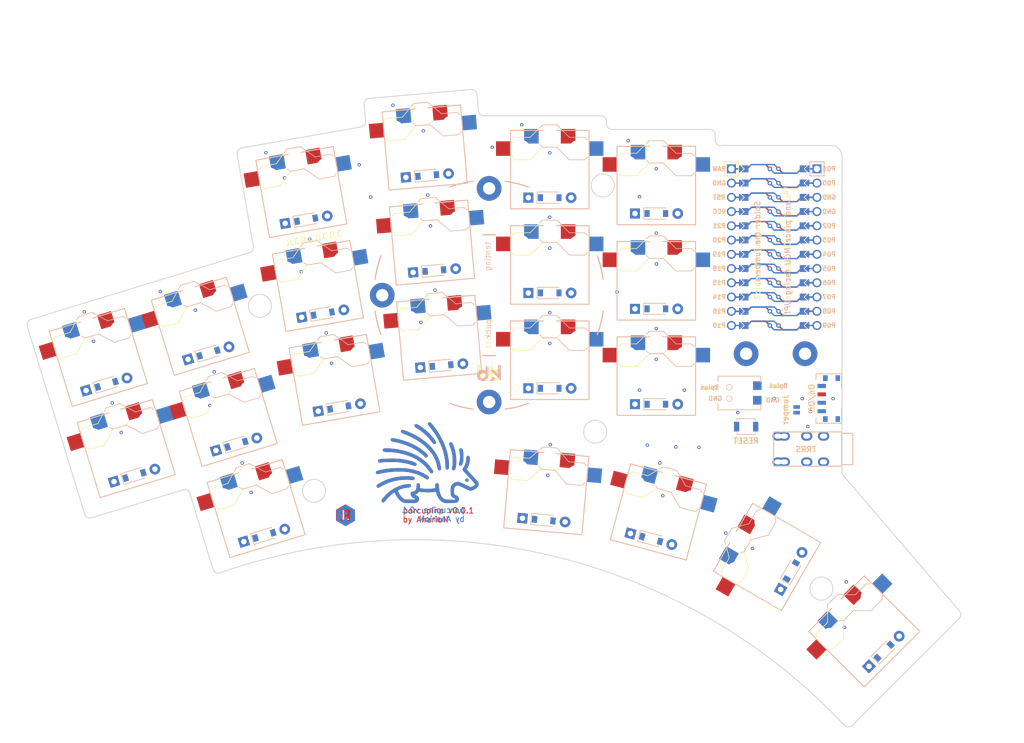
<source format=kicad_pcb>
(kicad_pcb (version 20211014) (generator pcbnew)
  (title_block (title "porcupine_6x3") (rev "v0.0.1") (company "Anarion"))
  (layers (0 "F.Cu" signal) (31 "B.Cu" signal) (34 "B.Paste" user) (35 "F.Paste" user) (36 "B.SilkS" user "B.Silkscreen") (37 "F.SilkS" user "F.Silkscreen") (38 "B.Mask" user) (39 "F.Mask" user) (44 "Edge.Cuts" user))
  (net 0 "")
  (net 1 "outer_bottom")
  (net 2 "P16")
  (net 3 "outer_home")
  (net 4 "pinky_bottom")
  (net 5 "P20")
  (net 6 "pinky_home")
  (net 7 "pinky_top")
  (net 8 "ring_bottom")
  (net 9 "P19")
  (net 10 "ring_home")
  (net 11 "ring_top")
  (net 12 "middle_bottom")
  (net 13 "P18")
  (net 14 "middle_home")
  (net 15 "middle_top")
  (net 16 "index_bottom")
  (net 17 "P15")
  (net 18 "index_home")
  (net 19 "index_top")
  (net 20 "inner_bottom")
  (net 21 "P14")
  (net 22 "inner_home")
  (net 23 "inner_top")
  (net 24 "inner_thumb")
  (net 25 "near_thumb")
  (net 26 "home_thumb")
  (net 27 "far_thumb")
  (net 28 "P6")
  (net 29 "P5")
  (net 30 "P4")
  (net 31 "P7")
  (net 32 "RAW")
  (net 33 "GND")
  (net 34 "RST")
  (net 35 "VCC")
  (net 36 "P21")
  (net 37 "P10")
  (net 38 "P1")
  (net 39 "P0")
  (net 40 "P2")
  (net 41 "P3")
  (net 42 "P8")
  (net 43 "P9")
  (net 44 "Bplus")
  (net 45 "outer_top")
  (footprint PG1350 (layer F.Cu) (at 150 150 17)
    (fp_text reference "S1" hide)
    (fp_text value "" hide)
    (pad "" np_thru_hole circle (at 0 0) (size 3.429 3.429) (drill 3.429) (layers *.Cu *.Mask))
    (pad "" np_thru_hole circle (at 5.5 0) (size 1.7018 1.7018) (drill 1.7018) (layers *.Cu *.Mask))
    (pad "" np_thru_hole circle (at -5.5 0) (size 1.7018 1.7018) (drill 1.7018) (layers *.Cu *.Mask))
    (pad "" np_thru_hole circle (at 5 -3.75) (size 3 3) (drill 3) (layers *.Cu *.Mask))
    (pad "" np_thru_hole circle (at 0 -5.95) (size 3 3) (drill 3) (layers *.Cu *.Mask))
    (pad 1 smd rect (at -3.275 -5.95 17) (size 2.6 2.6) (layers B.Cu B.Paste B.Mask) (net 1 "outer_bottom"))
    (pad 2 smd rect (at 8.275 -3.75 17) (size 2.6 2.6) (layers B.Cu B.Paste B.Mask) (net 2 "P16"))
    (pad "" np_thru_hole circle (at -5 -3.75) (size 3 3) (drill 3) (layers *.Cu *.Mask))
    (pad "" np_thru_hole circle (at 0 -5.95) (size 3 3) (drill 3) (layers *.Cu *.Mask))
    (pad 1 smd rect (at 3.275 -5.95 17) (size 2.6 2.6) (layers F.Cu F.Paste F.Mask) (net 1 "outer_bottom"))
    (pad 2 smd rect (at -8.275 -3.75 17) (size 2.6 2.6) (layers F.Cu F.Paste F.Mask) (net 2 "P16"))
  )
  (footprint PG1350 (layer F.Cu) (at 145.029681 133.7428191 17)
    (fp_text reference "S2" hide)
    (fp_text value "" hide)
    (pad "" np_thru_hole circle (at 0 0) (size 3.429 3.429) (drill 3.429) (layers *.Cu *.Mask))
    (pad "" np_thru_hole circle (at 5.5 0) (size 1.7018 1.7018) (drill 1.7018) (layers *.Cu *.Mask))
    (pad "" np_thru_hole circle (at -5.5 0) (size 1.7018 1.7018) (drill 1.7018) (layers *.Cu *.Mask))
    (pad "" np_thru_hole circle (at 5 -3.75) (size 3 3) (drill 3) (layers *.Cu *.Mask))
    (pad "" np_thru_hole circle (at 0 -5.95) (size 3 3) (drill 3) (layers *.Cu *.Mask))
    (pad 1 smd rect (at -3.275 -5.95 17) (size 2.6 2.6) (layers B.Cu B.Paste B.Mask) (net 3 "outer_home"))
    (pad 2 smd rect (at 8.275 -3.75 17) (size 2.6 2.6) (layers B.Cu B.Paste B.Mask) (net 2 "P16"))
    (pad "" np_thru_hole circle (at -5 -3.75) (size 3 3) (drill 3) (layers *.Cu *.Mask))
    (pad "" np_thru_hole circle (at 0 -5.95) (size 3 3) (drill 3) (layers *.Cu *.Mask))
    (pad 1 smd rect (at 3.275 -5.95 17) (size 2.6 2.6) (layers F.Cu F.Paste F.Mask) (net 3 "outer_home"))
    (pad 2 smd rect (at -8.275 -3.75 17) (size 2.6 2.6) (layers F.Cu F.Paste F.Mask) (net 2 "P16"))
  )
  (footprint PG1350 (layer F.Cu) (at 173.1401093 160.7021185 17)
    (fp_text reference "S3" hide)
    (fp_text value "" hide)
    (pad "" np_thru_hole circle (at 0 0) (size 3.429 3.429) (drill 3.429) (layers *.Cu *.Mask))
    (pad "" np_thru_hole circle (at 5.5 0) (size 1.7018 1.7018) (drill 1.7018) (layers *.Cu *.Mask))
    (pad "" np_thru_hole circle (at -5.5 0) (size 1.7018 1.7018) (drill 1.7018) (layers *.Cu *.Mask))
    (pad "" np_thru_hole circle (at 5 -3.75) (size 3 3) (drill 3) (layers *.Cu *.Mask))
    (pad "" np_thru_hole circle (at 0 -5.95) (size 3 3) (drill 3) (layers *.Cu *.Mask))
    (pad 1 smd rect (at -3.275 -5.95 17) (size 2.6 2.6) (layers B.Cu B.Paste B.Mask) (net 4 "pinky_bottom"))
    (pad 2 smd rect (at 8.275 -3.75 17) (size 2.6 2.6) (layers B.Cu B.Paste B.Mask) (net 5 "P20"))
    (pad "" np_thru_hole circle (at -5 -3.75) (size 3 3) (drill 3) (layers *.Cu *.Mask))
    (pad "" np_thru_hole circle (at 0 -5.95) (size 3 3) (drill 3) (layers *.Cu *.Mask))
    (pad 1 smd rect (at 3.275 -5.95 17) (size 2.6 2.6) (layers F.Cu F.Paste F.Mask) (net 4 "pinky_bottom"))
    (pad 2 smd rect (at -8.275 -3.75 17) (size 2.6 2.6) (layers F.Cu F.Paste F.Mask) (net 5 "P20"))
  )
  (footprint PG1350 (layer F.Cu) (at 168.16979030000002 144.4449376 17)
    (fp_text reference "S4" hide)
    (fp_text value "" hide)
    (pad "" np_thru_hole circle (at 0 0) (size 3.429 3.429) (drill 3.429) (layers *.Cu *.Mask))
    (pad "" np_thru_hole circle (at 5.5 0) (size 1.7018 1.7018) (drill 1.7018) (layers *.Cu *.Mask))
    (pad "" np_thru_hole circle (at -5.5 0) (size 1.7018 1.7018) (drill 1.7018) (layers *.Cu *.Mask))
    (pad "" np_thru_hole circle (at 5 -3.75) (size 3 3) (drill 3) (layers *.Cu *.Mask))
    (pad "" np_thru_hole circle (at 0 -5.95) (size 3 3) (drill 3) (layers *.Cu *.Mask))
    (pad 1 smd rect (at -3.275 -5.95 17) (size 2.6 2.6) (layers B.Cu B.Paste B.Mask) (net 6 "pinky_home"))
    (pad 2 smd rect (at 8.275 -3.75 17) (size 2.6 2.6) (layers B.Cu B.Paste B.Mask) (net 5 "P20"))
    (pad "" np_thru_hole circle (at -5 -3.75) (size 3 3) (drill 3) (layers *.Cu *.Mask))
    (pad "" np_thru_hole circle (at 0 -5.95) (size 3 3) (drill 3) (layers *.Cu *.Mask))
    (pad 1 smd rect (at 3.275 -5.95 17) (size 2.6 2.6) (layers F.Cu F.Paste F.Mask) (net 6 "pinky_home"))
    (pad 2 smd rect (at -8.275 -3.75 17) (size 2.6 2.6) (layers F.Cu F.Paste F.Mask) (net 5 "P20"))
  )
  (footprint PG1350 (layer F.Cu) (at 163.19947130000003 128.1877567 17)
    (fp_text reference "S5" hide)
    (fp_text value "" hide)
    (pad "" np_thru_hole circle (at 0 0) (size 3.429 3.429) (drill 3.429) (layers *.Cu *.Mask))
    (pad "" np_thru_hole circle (at 5.5 0) (size 1.7018 1.7018) (drill 1.7018) (layers *.Cu *.Mask))
    (pad "" np_thru_hole circle (at -5.5 0) (size 1.7018 1.7018) (drill 1.7018) (layers *.Cu *.Mask))
    (pad "" np_thru_hole circle (at 5 -3.75) (size 3 3) (drill 3) (layers *.Cu *.Mask))
    (pad "" np_thru_hole circle (at 0 -5.95) (size 3 3) (drill 3) (layers *.Cu *.Mask))
    (pad 1 smd rect (at -3.275 -5.95 17) (size 2.6 2.6) (layers B.Cu B.Paste B.Mask) (net 7 "pinky_top"))
    (pad 2 smd rect (at 8.275 -3.75 17) (size 2.6 2.6) (layers B.Cu B.Paste B.Mask) (net 5 "P20"))
    (pad "" np_thru_hole circle (at -5 -3.75) (size 3 3) (drill 3) (layers *.Cu *.Mask))
    (pad "" np_thru_hole circle (at 0 -5.95) (size 3 3) (drill 3) (layers *.Cu *.Mask))
    (pad 1 smd rect (at 3.275 -5.95 17) (size 2.6 2.6) (layers F.Cu F.Paste F.Mask) (net 7 "pinky_top"))
    (pad 2 smd rect (at -8.275 -3.75 17) (size 2.6 2.6) (layers F.Cu F.Paste F.Mask) (net 5 "P20"))
  )
  (footprint PG1350 (layer F.Cu) (at 187.1092043 137.7413913 10)
    (fp_text reference "S6" hide)
    (fp_text value "" hide)
    (pad "" np_thru_hole circle (at 0 0) (size 3.429 3.429) (drill 3.429) (layers *.Cu *.Mask))
    (pad "" np_thru_hole circle (at 5.5 0) (size 1.7018 1.7018) (drill 1.7018) (layers *.Cu *.Mask))
    (pad "" np_thru_hole circle (at -5.5 0) (size 1.7018 1.7018) (drill 1.7018) (layers *.Cu *.Mask))
    (pad "" np_thru_hole circle (at 5 -3.75) (size 3 3) (drill 3) (layers *.Cu *.Mask))
    (pad "" np_thru_hole circle (at 0 -5.95) (size 3 3) (drill 3) (layers *.Cu *.Mask))
    (pad 1 smd rect (at -3.275 -5.95 10) (size 2.6 2.6) (layers B.Cu B.Paste B.Mask) (net 8 "ring_bottom"))
    (pad 2 smd rect (at 8.275 -3.75 10) (size 2.6 2.6) (layers B.Cu B.Paste B.Mask) (net 9 "P19"))
    (pad "" np_thru_hole circle (at -5 -3.75) (size 3 3) (drill 3) (layers *.Cu *.Mask))
    (pad "" np_thru_hole circle (at 0 -5.95) (size 3 3) (drill 3) (layers *.Cu *.Mask))
    (pad 1 smd rect (at 3.275 -5.95 10) (size 2.6 2.6) (layers F.Cu F.Paste F.Mask) (net 8 "ring_bottom"))
    (pad 2 smd rect (at -8.275 -3.75 10) (size 2.6 2.6) (layers F.Cu F.Paste F.Mask) (net 9 "P19"))
  )
  (footprint PG1350 (layer F.Cu) (at 184.15718529999998 120.9996595 10)
    (fp_text reference "S7" hide)
    (fp_text value "" hide)
    (pad "" np_thru_hole circle (at 0 0) (size 3.429 3.429) (drill 3.429) (layers *.Cu *.Mask))
    (pad "" np_thru_hole circle (at 5.5 0) (size 1.7018 1.7018) (drill 1.7018) (layers *.Cu *.Mask))
    (pad "" np_thru_hole circle (at -5.5 0) (size 1.7018 1.7018) (drill 1.7018) (layers *.Cu *.Mask))
    (pad "" np_thru_hole circle (at 5 -3.75) (size 3 3) (drill 3) (layers *.Cu *.Mask))
    (pad "" np_thru_hole circle (at 0 -5.95) (size 3 3) (drill 3) (layers *.Cu *.Mask))
    (pad 1 smd rect (at -3.275 -5.95 10) (size 2.6 2.6) (layers B.Cu B.Paste B.Mask) (net 10 "ring_home"))
    (pad 2 smd rect (at 8.275 -3.75 10) (size 2.6 2.6) (layers B.Cu B.Paste B.Mask) (net 9 "P19"))
    (pad "" np_thru_hole circle (at -5 -3.75) (size 3 3) (drill 3) (layers *.Cu *.Mask))
    (pad "" np_thru_hole circle (at 0 -5.95) (size 3 3) (drill 3) (layers *.Cu *.Mask))
    (pad 1 smd rect (at 3.275 -5.95 10) (size 2.6 2.6) (layers F.Cu F.Paste F.Mask) (net 10 "ring_home"))
    (pad 2 smd rect (at -8.275 -3.75 10) (size 2.6 2.6) (layers F.Cu F.Paste F.Mask) (net 9 "P19"))
  )
  (footprint PG1350 (layer F.Cu) (at 181.20516629999997 104.25792770000001 10)
    (fp_text reference "S8" hide)
    (fp_text value "" hide)
    (pad "" np_thru_hole circle (at 0 0) (size 3.429 3.429) (drill 3.429) (layers *.Cu *.Mask))
    (pad "" np_thru_hole circle (at 5.5 0) (size 1.7018 1.7018) (drill 1.7018) (layers *.Cu *.Mask))
    (pad "" np_thru_hole circle (at -5.5 0) (size 1.7018 1.7018) (drill 1.7018) (layers *.Cu *.Mask))
    (pad "" np_thru_hole circle (at 5 -3.75) (size 3 3) (drill 3) (layers *.Cu *.Mask))
    (pad "" np_thru_hole circle (at 0 -5.95) (size 3 3) (drill 3) (layers *.Cu *.Mask))
    (pad 1 smd rect (at -3.275 -5.95 10) (size 2.6 2.6) (layers B.Cu B.Paste B.Mask) (net 11 "ring_top"))
    (pad 2 smd rect (at 8.275 -3.75 10) (size 2.6 2.6) (layers B.Cu B.Paste B.Mask) (net 9 "P19"))
    (pad "" np_thru_hole circle (at -5 -3.75) (size 3 3) (drill 3) (layers *.Cu *.Mask))
    (pad "" np_thru_hole circle (at 0 -5.95) (size 3 3) (drill 3) (layers *.Cu *.Mask))
    (pad 1 smd rect (at 3.275 -5.95 10) (size 2.6 2.6) (layers F.Cu F.Paste F.Mask) (net 11 "ring_top"))
    (pad 2 smd rect (at -8.275 -3.75 10) (size 2.6 2.6) (layers F.Cu F.Paste F.Mask) (net 9 "P19"))
  )
  (footprint PG1350 (layer F.Cu) (at 205.7673493 130.2192819 5)
    (fp_text reference "S9" hide)
    (fp_text value "" hide)
    (pad "" np_thru_hole circle (at 0 0) (size 3.429 3.429) (drill 3.429) (layers *.Cu *.Mask))
    (pad "" np_thru_hole circle (at 5.5 0) (size 1.7018 1.7018) (drill 1.7018) (layers *.Cu *.Mask))
    (pad "" np_thru_hole circle (at -5.5 0) (size 1.7018 1.7018) (drill 1.7018) (layers *.Cu *.Mask))
    (pad "" np_thru_hole circle (at 5 -3.75) (size 3 3) (drill 3) (layers *.Cu *.Mask))
    (pad "" np_thru_hole circle (at 0 -5.95) (size 3 3) (drill 3) (layers *.Cu *.Mask))
    (pad 1 smd rect (at -3.275 -5.95 5) (size 2.6 2.6) (layers B.Cu B.Paste B.Mask) (net 12 "middle_bottom"))
    (pad 2 smd rect (at 8.275 -3.75 5) (size 2.6 2.6) (layers B.Cu B.Paste B.Mask) (net 13 "P18"))
    (pad "" np_thru_hole circle (at -5 -3.75) (size 3 3) (drill 3) (layers *.Cu *.Mask))
    (pad "" np_thru_hole circle (at 0 -5.95) (size 3 3) (drill 3) (layers *.Cu *.Mask))
    (pad 1 smd rect (at 3.275 -5.95 5) (size 2.6 2.6) (layers F.Cu F.Paste F.Mask) (net 12 "middle_bottom"))
    (pad 2 smd rect (at -8.275 -3.75 5) (size 2.6 2.6) (layers F.Cu F.Paste F.Mask) (net 13 "P18"))
  )
  (footprint PG1350 (layer F.Cu) (at 204.48494060000002 113.26654090000001 5)
    (fp_text reference "S10" hide)
    (fp_text value "" hide)
    (pad "" np_thru_hole circle (at 0 0) (size 3.429 3.429) (drill 3.429) (layers *.Cu *.Mask))
    (pad "" np_thru_hole circle (at 5.5 0) (size 1.7018 1.7018) (drill 1.7018) (layers *.Cu *.Mask))
    (pad "" np_thru_hole circle (at -5.5 0) (size 1.7018 1.7018) (drill 1.7018) (layers *.Cu *.Mask))
    (pad "" np_thru_hole circle (at 5 -3.75) (size 3 3) (drill 3) (layers *.Cu *.Mask))
    (pad "" np_thru_hole circle (at 0 -5.95) (size 3 3) (drill 3) (layers *.Cu *.Mask))
    (pad 1 smd rect (at -3.275 -5.95 5) (size 2.6 2.6) (layers B.Cu B.Paste B.Mask) (net 14 "middle_home"))
    (pad 2 smd rect (at 8.275 -3.75 5) (size 2.6 2.6) (layers B.Cu B.Paste B.Mask) (net 13 "P18"))
    (pad "" np_thru_hole circle (at -5 -3.75) (size 3 3) (drill 3) (layers *.Cu *.Mask))
    (pad "" np_thru_hole circle (at 0 -5.95) (size 3 3) (drill 3) (layers *.Cu *.Mask))
    (pad 1 smd rect (at 3.275 -5.95 5) (size 2.6 2.6) (layers F.Cu F.Paste F.Mask) (net 14 "middle_home"))
    (pad 2 smd rect (at -8.275 -3.75 5) (size 2.6 2.6) (layers F.Cu F.Paste F.Mask) (net 13 "P18"))
  )
  (footprint PG1350 (layer F.Cu) (at 203.20253190000003 96.3137999 5)
    (fp_text reference "S11" hide)
    (fp_text value "" hide)
    (pad "" np_thru_hole circle (at 0 0) (size 3.429 3.429) (drill 3.429) (layers *.Cu *.Mask))
    (pad "" np_thru_hole circle (at 5.5 0) (size 1.7018 1.7018) (drill 1.7018) (layers *.Cu *.Mask))
    (pad "" np_thru_hole circle (at -5.5 0) (size 1.7018 1.7018) (drill 1.7018) (layers *.Cu *.Mask))
    (pad "" np_thru_hole circle (at 5 -3.75) (size 3 3) (drill 3) (layers *.Cu *.Mask))
    (pad "" np_thru_hole circle (at 0 -5.95) (size 3 3) (drill 3) (layers *.Cu *.Mask))
    (pad 1 smd rect (at -3.275 -5.95 5) (size 2.6 2.6) (layers B.Cu B.Paste B.Mask) (net 15 "middle_top"))
    (pad 2 smd rect (at 8.275 -3.75 5) (size 2.6 2.6) (layers B.Cu B.Paste B.Mask) (net 13 "P18"))
    (pad "" np_thru_hole circle (at -5 -3.75) (size 3 3) (drill 3) (layers *.Cu *.Mask))
    (pad "" np_thru_hole circle (at 0 -5.95) (size 3 3) (drill 3) (layers *.Cu *.Mask))
    (pad 1 smd rect (at 3.275 -5.95 5) (size 2.6 2.6) (layers F.Cu F.Paste F.Mask) (net 15 "middle_top"))
    (pad 2 smd rect (at -8.275 -3.75 5) (size 2.6 2.6) (layers F.Cu F.Paste F.Mask) (net 13 "P18"))
  )
  (footprint PG1350 (layer F.Cu) (at 225.4751451 134.2483229 0)
    (fp_text reference "S12" hide)
    (fp_text value "" hide)
    (pad "" np_thru_hole circle (at 0 0) (size 3.429 3.429) (drill 3.429) (layers *.Cu *.Mask))
    (pad "" np_thru_hole circle (at 5.5 0) (size 1.7018 1.7018) (drill 1.7018) (layers *.Cu *.Mask))
    (pad "" np_thru_hole circle (at -5.5 0) (size 1.7018 1.7018) (drill 1.7018) (layers *.Cu *.Mask))
    (pad "" np_thru_hole circle (at 5 -3.75) (size 3 3) (drill 3) (layers *.Cu *.Mask))
    (pad "" np_thru_hole circle (at 0 -5.95) (size 3 3) (drill 3) (layers *.Cu *.Mask))
    (pad 1 smd rect (at -3.275 -5.95 0) (size 2.6 2.6) (layers B.Cu B.Paste B.Mask) (net 16 "index_bottom"))
    (pad 2 smd rect (at 8.275 -3.75 0) (size 2.6 2.6) (layers B.Cu B.Paste B.Mask) (net 17 "P15"))
    (pad "" np_thru_hole circle (at -5 -3.75) (size 3 3) (drill 3) (layers *.Cu *.Mask))
    (pad "" np_thru_hole circle (at 0 -5.95) (size 3 3) (drill 3) (layers *.Cu *.Mask))
    (pad 1 smd rect (at 3.275 -5.95 0) (size 2.6 2.6) (layers F.Cu F.Paste F.Mask) (net 16 "index_bottom"))
    (pad 2 smd rect (at -8.275 -3.75 0) (size 2.6 2.6) (layers F.Cu F.Paste F.Mask) (net 17 "P15"))
  )
  (footprint PG1350 (layer F.Cu) (at 225.4751451 117.2483229 0)
    (fp_text reference "S13" hide)
    (fp_text value "" hide)
    (pad "" np_thru_hole circle (at 0 0) (size 3.429 3.429) (drill 3.429) (layers *.Cu *.Mask))
    (pad "" np_thru_hole circle (at 5.5 0) (size 1.7018 1.7018) (drill 1.7018) (layers *.Cu *.Mask))
    (pad "" np_thru_hole circle (at -5.5 0) (size 1.7018 1.7018) (drill 1.7018) (layers *.Cu *.Mask))
    (pad "" np_thru_hole circle (at 5 -3.75) (size 3 3) (drill 3) (layers *.Cu *.Mask))
    (pad "" np_thru_hole circle (at 0 -5.95) (size 3 3) (drill 3) (layers *.Cu *.Mask))
    (pad 1 smd rect (at -3.275 -5.95 0) (size 2.6 2.6) (layers B.Cu B.Paste B.Mask) (net 18 "index_home"))
    (pad 2 smd rect (at 8.275 -3.75 0) (size 2.6 2.6) (layers B.Cu B.Paste B.Mask) (net 17 "P15"))
    (pad "" np_thru_hole circle (at -5 -3.75) (size 3 3) (drill 3) (layers *.Cu *.Mask))
    (pad "" np_thru_hole circle (at 0 -5.95) (size 3 3) (drill 3) (layers *.Cu *.Mask))
    (pad 1 smd rect (at 3.275 -5.95 0) (size 2.6 2.6) (layers F.Cu F.Paste F.Mask) (net 18 "index_home"))
    (pad 2 smd rect (at -8.275 -3.75 0) (size 2.6 2.6) (layers F.Cu F.Paste F.Mask) (net 17 "P15"))
  )
  (footprint PG1350 (layer F.Cu) (at 225.4751451 100.2483229 0)
    (fp_text reference "S14" hide)
    (fp_text value "" hide)
    (pad "" np_thru_hole circle (at 0 0) (size 3.429 3.429) (drill 3.429) (layers *.Cu *.Mask))
    (pad "" np_thru_hole circle (at 5.5 0) (size 1.7018 1.7018) (drill 1.7018) (layers *.Cu *.Mask))
    (pad "" np_thru_hole circle (at -5.5 0) (size 1.7018 1.7018) (drill 1.7018) (layers *.Cu *.Mask))
    (pad "" np_thru_hole circle (at 5 -3.75) (size 3 3) (drill 3) (layers *.Cu *.Mask))
    (pad "" np_thru_hole circle (at 0 -5.95) (size 3 3) (drill 3) (layers *.Cu *.Mask))
    (pad 1 smd rect (at -3.275 -5.95 0) (size 2.6 2.6) (layers B.Cu B.Paste B.Mask) (net 19 "index_top"))
    (pad 2 smd rect (at 8.275 -3.75 0) (size 2.6 2.6) (layers B.Cu B.Paste B.Mask) (net 17 "P15"))
    (pad "" np_thru_hole circle (at -5 -3.75) (size 3 3) (drill 3) (layers *.Cu *.Mask))
    (pad "" np_thru_hole circle (at 0 -5.95) (size 3 3) (drill 3) (layers *.Cu *.Mask))
    (pad 1 smd rect (at 3.275 -5.95 0) (size 2.6 2.6) (layers F.Cu F.Paste F.Mask) (net 19 "index_top"))
    (pad 2 smd rect (at -8.275 -3.75 0) (size 2.6 2.6) (layers F.Cu F.Paste F.Mask) (net 17 "P15"))
  )
  (footprint PG1350 (layer F.Cu) (at 244.4751452 137.0816562 0)
    (fp_text reference "S15" hide)
    (fp_text value "" hide)
    (pad "" np_thru_hole circle (at 0 0) (size 3.429 3.429) (drill 3.429) (layers *.Cu *.Mask))
    (pad "" np_thru_hole circle (at 5.5 0) (size 1.7018 1.7018) (drill 1.7018) (layers *.Cu *.Mask))
    (pad "" np_thru_hole circle (at -5.5 0) (size 1.7018 1.7018) (drill 1.7018) (layers *.Cu *.Mask))
    (pad "" np_thru_hole circle (at 5 -3.75) (size 3 3) (drill 3) (layers *.Cu *.Mask))
    (pad "" np_thru_hole circle (at 0 -5.95) (size 3 3) (drill 3) (layers *.Cu *.Mask))
    (pad 1 smd rect (at -3.275 -5.95 0) (size 2.6 2.6) (layers B.Cu B.Paste B.Mask) (net 20 "inner_bottom"))
    (pad 2 smd rect (at 8.275 -3.75 0) (size 2.6 2.6) (layers B.Cu B.Paste B.Mask) (net 21 "P14"))
    (pad "" np_thru_hole circle (at -5 -3.75) (size 3 3) (drill 3) (layers *.Cu *.Mask))
    (pad "" np_thru_hole circle (at 0 -5.95) (size 3 3) (drill 3) (layers *.Cu *.Mask))
    (pad 1 smd rect (at 3.275 -5.95 0) (size 2.6 2.6) (layers F.Cu F.Paste F.Mask) (net 20 "inner_bottom"))
    (pad 2 smd rect (at -8.275 -3.75 0) (size 2.6 2.6) (layers F.Cu F.Paste F.Mask) (net 21 "P14"))
  )
  (footprint PG1350 (layer F.Cu) (at 244.4751452 120.0816562 0)
    (fp_text reference "S16" hide)
    (fp_text value "" hide)
    (pad "" np_thru_hole circle (at 0 0) (size 3.429 3.429) (drill 3.429) (layers *.Cu *.Mask))
    (pad "" np_thru_hole circle (at 5.5 0) (size 1.7018 1.7018) (drill 1.7018) (layers *.Cu *.Mask))
    (pad "" np_thru_hole circle (at -5.5 0) (size 1.7018 1.7018) (drill 1.7018) (layers *.Cu *.Mask))
    (pad "" np_thru_hole circle (at 5 -3.75) (size 3 3) (drill 3) (layers *.Cu *.Mask))
    (pad "" np_thru_hole circle (at 0 -5.95) (size 3 3) (drill 3) (layers *.Cu *.Mask))
    (pad 1 smd rect (at -3.275 -5.95 0) (size 2.6 2.6) (layers B.Cu B.Paste B.Mask) (net 22 "inner_home"))
    (pad 2 smd rect (at 8.275 -3.75 0) (size 2.6 2.6) (layers B.Cu B.Paste B.Mask) (net 21 "P14"))
    (pad "" np_thru_hole circle (at -5 -3.75) (size 3 3) (drill 3) (layers *.Cu *.Mask))
    (pad "" np_thru_hole circle (at 0 -5.95) (size 3 3) (drill 3) (layers *.Cu *.Mask))
    (pad 1 smd rect (at 3.275 -5.95 0) (size 2.6 2.6) (layers F.Cu F.Paste F.Mask) (net 22 "inner_home"))
    (pad 2 smd rect (at -8.275 -3.75 0) (size 2.6 2.6) (layers F.Cu F.Paste F.Mask) (net 21 "P14"))
  )
  (footprint PG1350 (layer F.Cu) (at 244.4751452 103.0816562 0)
    (fp_text reference "S17" hide)
    (fp_text value "" hide)
    (pad "" np_thru_hole circle (at 0 0) (size 3.429 3.429) (drill 3.429) (layers *.Cu *.Mask))
    (pad "" np_thru_hole circle (at 5.5 0) (size 1.7018 1.7018) (drill 1.7018) (layers *.Cu *.Mask))
    (pad "" np_thru_hole circle (at -5.5 0) (size 1.7018 1.7018) (drill 1.7018) (layers *.Cu *.Mask))
    (pad "" np_thru_hole circle (at 5 -3.75) (size 3 3) (drill 3) (layers *.Cu *.Mask))
    (pad "" np_thru_hole circle (at 0 -5.95) (size 3 3) (drill 3) (layers *.Cu *.Mask))
    (pad 1 smd rect (at -3.275 -5.95 0) (size 2.6 2.6) (layers B.Cu B.Paste B.Mask) (net 23 "inner_top"))
    (pad 2 smd rect (at 8.275 -3.75 0) (size 2.6 2.6) (layers B.Cu B.Paste B.Mask) (net 21 "P14"))
    (pad "" np_thru_hole circle (at -5 -3.75) (size 3 3) (drill 3) (layers *.Cu *.Mask))
    (pad "" np_thru_hole circle (at 0 -5.95) (size 3 3) (drill 3) (layers *.Cu *.Mask))
    (pad 1 smd rect (at 3.275 -5.95 0) (size 2.6 2.6) (layers F.Cu F.Paste F.Mask) (net 23 "inner_top"))
    (pad 2 smd rect (at -8.275 -3.75 0) (size 2.6 2.6) (layers F.Cu F.Paste F.Mask) (net 21 "P14"))
  )
  (footprint PG1350 (layer F.Cu) (at 224.84775969999998 157.7745782 -5)
    (fp_text reference "S18" hide)
    (fp_text value "" hide)
    (pad "" np_thru_hole circle (at 0 0) (size 3.429 3.429) (drill 3.429) (layers *.Cu *.Mask))
    (pad "" np_thru_hole circle (at 5.5 0) (size 1.7018 1.7018) (drill 1.7018) (layers *.Cu *.Mask))
    (pad "" np_thru_hole circle (at -5.5 0) (size 1.7018 1.7018) (drill 1.7018) (layers *.Cu *.Mask))
    (pad "" np_thru_hole circle (at 5 -3.75) (size 3 3) (drill 3) (layers *.Cu *.Mask))
    (pad "" np_thru_hole circle (at 0 -5.95) (size 3 3) (drill 3) (layers *.Cu *.Mask))
    (pad 1 smd rect (at -3.275 -5.95 -5) (size 2.6 2.6) (layers B.Cu B.Paste B.Mask) (net 24 "inner_thumb"))
    (pad 2 smd rect (at 8.275 -3.75 -5) (size 2.6 2.6) (layers B.Cu B.Paste B.Mask) (net 9 "P19"))
    (pad "" np_thru_hole circle (at -5 -3.75) (size 3 3) (drill 3) (layers *.Cu *.Mask))
    (pad "" np_thru_hole circle (at 0 -5.95) (size 3 3) (drill 3) (layers *.Cu *.Mask))
    (pad 1 smd rect (at 3.275 -5.95 -5) (size 2.6 2.6) (layers F.Cu F.Paste F.Mask) (net 24 "inner_thumb"))
    (pad 2 smd rect (at -8.275 -3.75 -5) (size 2.6 2.6) (layers F.Cu F.Paste F.Mask) (net 9 "P19"))
  )
  (footprint PG1350 (layer F.Cu) (at 244.84146539999998 161.30000789999997 -15)
    (fp_text reference "S19" hide)
    (fp_text value "" hide)
    (pad "" np_thru_hole circle (at 0 0) (size 3.429 3.429) (drill 3.429) (layers *.Cu *.Mask))
    (pad "" np_thru_hole circle (at 5.5 0) (size 1.7018 1.7018) (drill 1.7018) (layers *.Cu *.Mask))
    (pad "" np_thru_hole circle (at -5.5 0) (size 1.7018 1.7018) (drill 1.7018) (layers *.Cu *.Mask))
    (pad "" np_thru_hole circle (at 5 -3.75) (size 3 3) (drill 3) (layers *.Cu *.Mask))
    (pad "" np_thru_hole circle (at 0 -5.95) (size 3 3) (drill 3) (layers *.Cu *.Mask))
    (pad 1 smd rect (at -3.275 -5.95 -15) (size 2.6 2.6) (layers B.Cu B.Paste B.Mask) (net 25 "near_thumb"))
    (pad 2 smd rect (at 8.275 -3.75 -15) (size 2.6 2.6) (layers B.Cu B.Paste B.Mask) (net 13 "P18"))
    (pad "" np_thru_hole circle (at -5 -3.75) (size 3 3) (drill 3) (layers *.Cu *.Mask))
    (pad "" np_thru_hole circle (at 0 -5.95) (size 3 3) (drill 3) (layers *.Cu *.Mask))
    (pad 1 smd rect (at 3.275 -5.95 -15) (size 2.6 2.6) (layers F.Cu F.Paste F.Mask) (net 25 "near_thumb"))
    (pad 2 smd rect (at -8.275 -3.75 -15) (size 2.6 2.6) (layers F.Cu F.Paste F.Mask) (net 13 "P18"))
  )
  (footprint PG1350 (layer F.Cu) (at 264.1990798 169.3181943 60)
    (fp_text reference "S20" hide)
    (fp_text value "" hide)
    (pad "" np_thru_hole circle (at 0 0) (size 3.429 3.429) (drill 3.429) (layers *.Cu *.Mask))
    (pad "" np_thru_hole circle (at 5.5 0) (size 1.7018 1.7018) (drill 1.7018) (layers *.Cu *.Mask))
    (pad "" np_thru_hole circle (at -5.5 0) (size 1.7018 1.7018) (drill 1.7018) (layers *.Cu *.Mask))
    (pad "" np_thru_hole circle (at 5 -3.75) (size 3 3) (drill 3) (layers *.Cu *.Mask))
    (pad "" np_thru_hole circle (at 0 -5.95) (size 3 3) (drill 3) (layers *.Cu *.Mask))
    (pad 1 smd rect (at -3.275 -5.95 60) (size 2.6 2.6) (layers B.Cu B.Paste B.Mask) (net 26 "home_thumb"))
    (pad 2 smd rect (at 8.275 -3.75 60) (size 2.6 2.6) (layers B.Cu B.Paste B.Mask) (net 17 "P15"))
    (pad "" np_thru_hole circle (at -5 -3.75) (size 3 3) (drill 3) (layers *.Cu *.Mask))
    (pad "" np_thru_hole circle (at 0 -5.95) (size 3 3) (drill 3) (layers *.Cu *.Mask))
    (pad 1 smd rect (at 3.275 -5.95 60) (size 2.6 2.6) (layers F.Cu F.Paste F.Mask) (net 26 "home_thumb"))
    (pad 2 smd rect (at -8.275 -3.75 60) (size 2.6 2.6) (layers F.Cu F.Paste F.Mask) (net 17 "P15"))
  )
  (footprint PG1350 (layer F.Cu) (at 281.5260032 182.6136103 45)
    (fp_text reference "S21" hide)
    (fp_text value "" hide)
    (pad "" np_thru_hole circle (at 0 0) (size 3.429 3.429) (drill 3.429) (layers *.Cu *.Mask))
    (pad "" np_thru_hole circle (at 5.5 0) (size 1.7018 1.7018) (drill 1.7018) (layers *.Cu *.Mask))
    (pad "" np_thru_hole circle (at -5.5 0) (size 1.7018 1.7018) (drill 1.7018) (layers *.Cu *.Mask))
    (pad "" np_thru_hole circle (at 5 -3.75) (size 3 3) (drill 3) (layers *.Cu *.Mask))
    (pad "" np_thru_hole circle (at 0 -5.95) (size 3 3) (drill 3) (layers *.Cu *.Mask))
    (pad 1 smd rect (at -3.275 -5.95 45) (size 2.6 2.6) (layers B.Cu B.Paste B.Mask) (net 27 "far_thumb"))
    (pad 2 smd rect (at 8.275 -3.75 45) (size 2.6 2.6) (layers B.Cu B.Paste B.Mask) (net 21 "P14"))
    (pad "" np_thru_hole circle (at -5 -3.75) (size 3 3) (drill 3) (layers *.Cu *.Mask))
    (pad "" np_thru_hole circle (at 0 -5.95) (size 3 3) (drill 3) (layers *.Cu *.Mask))
    (pad 1 smd rect (at 3.275 -5.95 45) (size 2.6 2.6) (layers F.Cu F.Paste F.Mask) (net 27 "far_thumb"))
    (pad 2 smd rect (at -8.275 -3.75 45) (size 2.6 2.6) (layers F.Cu F.Paste F.Mask) (net 21 "P14"))
  )
  (footprint "Diode_SMD:D_SOD-123" (layer "F.Cu") (at 151.4618585 154.7815238 17)
    (fp_text reference "D1" hide)
    (fp_text value "D_SOD-123")
    (pad "1" smd rect (at -1.65 0 17) (size 0.9 1.2) (layers "F.Cu" "F.Paste" "F.Mask") (net 28 "P6"))
    (pad "2" smd rect (at 1.65 0 17) (size 0.9 1.2) (layers "B.Cu" "B.Paste" "B.Mask") (net 1 "outer_bottom"))
    (pad "1" smd rect (at -1.65 0 17) (size 0.9 1.2) (layers "B.Cu" "B.Paste" "B.Mask") (net 28 "P6"))
    (pad "2" smd rect (at 1.65 0 17) (size 0.9 1.2) (layers "F.Cu" "F.Paste" "F.Mask") (net 1 "outer_bottom"))
    (pad 1 thru_hole circle (at 3.81 0 17) (size 1.905 1.905) (drill 0.9906) (layers *.Cu *.Mask) (net 1 "outer_bottom"))
    (pad 2 thru_hole rect (at -3.81 0 17) (size 1.778 1.778) (drill 0.9906) (layers *.Cu *.Mask) (net 28 "P6"))
  )
  (footprint "Diode_SMD:D_SOD-123" (layer "F.Cu") (at 146.49153950000002 138.5243429 17)
    (fp_text reference "D2" hide)
    (fp_text value "D_SOD-123")
    (pad "1" smd rect (at -1.65 0 17) (size 0.9 1.2) (layers "F.Cu" "F.Paste" "F.Mask") (net 29 "P5"))
    (pad "2" smd rect (at 1.65 0 17) (size 0.9 1.2) (layers "B.Cu" "B.Paste" "B.Mask") (net 3 "outer_home"))
    (pad "1" smd rect (at -1.65 0 17) (size 0.9 1.2) (layers "B.Cu" "B.Paste" "B.Mask") (net 29 "P5"))
    (pad "2" smd rect (at 1.65 0 17) (size 0.9 1.2) (layers "F.Cu" "F.Paste" "F.Mask") (net 3 "outer_home"))
    (pad 1 thru_hole circle (at 3.81 0 17) (size 1.905 1.905) (drill 0.9906) (layers *.Cu *.Mask) (net 3 "outer_home"))
    (pad 2 thru_hole rect (at -3.81 0 17) (size 1.778 1.778) (drill 0.9906) (layers *.Cu *.Mask) (net 29 "P5"))
  )
  (footprint "Diode_SMD:D_SOD-123" (layer "F.Cu") (at 174.6019678 165.4836423 17)
    (fp_text reference "D3" hide)
    (fp_text value "D_SOD-123")
    (pad "1" smd rect (at -1.65 0 17) (size 0.9 1.2) (layers "F.Cu" "F.Paste" "F.Mask") (net 28 "P6"))
    (pad "2" smd rect (at 1.65 0 17) (size 0.9 1.2) (layers "B.Cu" "B.Paste" "B.Mask") (net 4 "pinky_bottom"))
    (pad "1" smd rect (at -1.65 0 17) (size 0.9 1.2) (layers "B.Cu" "B.Paste" "B.Mask") (net 28 "P6"))
    (pad "2" smd rect (at 1.65 0 17) (size 0.9 1.2) (layers "F.Cu" "F.Paste" "F.Mask") (net 4 "pinky_bottom"))
    (pad 1 thru_hole circle (at 3.81 0 17) (size 1.905 1.905) (drill 0.9906) (layers *.Cu *.Mask) (net 4 "pinky_bottom"))
    (pad 2 thru_hole rect (at -3.81 0 17) (size 1.778 1.778) (drill 0.9906) (layers *.Cu *.Mask) (net 28 "P6"))
  )
  (footprint "Diode_SMD:D_SOD-123" (layer "F.Cu") (at 169.63164880000002 149.2264614 17)
    (fp_text reference "D4" hide)
    (fp_text value "D_SOD-123")
    (pad "1" smd rect (at -1.65 0 17) (size 0.9 1.2) (layers "F.Cu" "F.Paste" "F.Mask") (net 29 "P5"))
    (pad "2" smd rect (at 1.65 0 17) (size 0.9 1.2) (layers "B.Cu" "B.Paste" "B.Mask") (net 6 "pinky_home"))
    (pad "1" smd rect (at -1.65 0 17) (size 0.9 1.2) (layers "B.Cu" "B.Paste" "B.Mask") (net 29 "P5"))
    (pad "2" smd rect (at 1.65 0 17) (size 0.9 1.2) (layers "F.Cu" "F.Paste" "F.Mask") (net 6 "pinky_home"))
    (pad 1 thru_hole circle (at 3.81 0 17) (size 1.905 1.905) (drill 0.9906) (layers *.Cu *.Mask) (net 6 "pinky_home"))
    (pad 2 thru_hole rect (at -3.81 0 17) (size 1.778 1.778) (drill 0.9906) (layers *.Cu *.Mask) (net 29 "P5"))
  )
  (footprint "Diode_SMD:D_SOD-123" (layer "F.Cu") (at 164.66132980000003 132.9692805 17)
    (fp_text reference "D5" hide)
    (fp_text value "D_SOD-123")
    (pad "1" smd rect (at -1.65 0 17) (size 0.9 1.2) (layers "F.Cu" "F.Paste" "F.Mask") (net 30 "P4"))
    (pad "2" smd rect (at 1.65 0 17) (size 0.9 1.2) (layers "B.Cu" "B.Paste" "B.Mask") (net 7 "pinky_top"))
    (pad "1" smd rect (at -1.65 0 17) (size 0.9 1.2) (layers "B.Cu" "B.Paste" "B.Mask") (net 30 "P4"))
    (pad "2" smd rect (at 1.65 0 17) (size 0.9 1.2) (layers "F.Cu" "F.Paste" "F.Mask") (net 7 "pinky_top"))
    (pad 1 thru_hole circle (at 3.81 0 17) (size 1.905 1.905) (drill 0.9906) (layers *.Cu *.Mask) (net 7 "pinky_top"))
    (pad 2 thru_hole rect (at -3.81 0 17) (size 1.778 1.778) (drill 0.9906) (layers *.Cu *.Mask) (net 30 "P4"))
  )
  (footprint "Diode_SMD:D_SOD-123" (layer "F.Cu") (at 187.97744519999998 142.6654301 10)
    (fp_text reference "D6" hide)
    (fp_text value "D_SOD-123")
    (pad "1" smd rect (at -1.65 0 10) (size 0.9 1.2) (layers "F.Cu" "F.Paste" "F.Mask") (net 28 "P6"))
    (pad "2" smd rect (at 1.65 0 10) (size 0.9 1.2) (layers "B.Cu" "B.Paste" "B.Mask") (net 8 "ring_bottom"))
    (pad "1" smd rect (at -1.65 0 10) (size 0.9 1.2) (layers "B.Cu" "B.Paste" "B.Mask") (net 28 "P6"))
    (pad "2" smd rect (at 1.65 0 10) (size 0.9 1.2) (layers "F.Cu" "F.Paste" "F.Mask") (net 8 "ring_bottom"))
    (pad 1 thru_hole circle (at 3.81 0 10) (size 1.905 1.905) (drill 0.9906) (layers *.Cu *.Mask) (net 8 "ring_bottom"))
    (pad 2 thru_hole rect (at -3.81 0 10) (size 1.778 1.778) (drill 0.9906) (layers *.Cu *.Mask) (net 28 "P6"))
  )
  (footprint "Diode_SMD:D_SOD-123" (layer "F.Cu") (at 185.02542619999997 125.92369830000001 10)
    (fp_text reference "D7" hide)
    (fp_text value "D_SOD-123")
    (pad "1" smd rect (at -1.65 0 10) (size 0.9 1.2) (layers "F.Cu" "F.Paste" "F.Mask") (net 29 "P5"))
    (pad "2" smd rect (at 1.65 0 10) (size 0.9 1.2) (layers "B.Cu" "B.Paste" "B.Mask") (net 10 "ring_home"))
    (pad "1" smd rect (at -1.65 0 10) (size 0.9 1.2) (layers "B.Cu" "B.Paste" "B.Mask") (net 29 "P5"))
    (pad "2" smd rect (at 1.65 0 10) (size 0.9 1.2) (layers "F.Cu" "F.Paste" "F.Mask") (net 10 "ring_home"))
    (pad 1 thru_hole circle (at 3.81 0 10) (size 1.905 1.905) (drill 0.9906) (layers *.Cu *.Mask) (net 10 "ring_home"))
    (pad 2 thru_hole rect (at -3.81 0 10) (size 1.778 1.778) (drill 0.9906) (layers *.Cu *.Mask) (net 29 "P5"))
  )
  (footprint "Diode_SMD:D_SOD-123" (layer "F.Cu") (at 182.07340719999996 109.18196650000002 10)
    (fp_text reference "D8" hide)
    (fp_text value "D_SOD-123")
    (pad "1" smd rect (at -1.65 0 10) (size 0.9 1.2) (layers "F.Cu" "F.Paste" "F.Mask") (net 30 "P4"))
    (pad "2" smd rect (at 1.65 0 10) (size 0.9 1.2) (layers "B.Cu" "B.Paste" "B.Mask") (net 11 "ring_top"))
    (pad "1" smd rect (at -1.65 0 10) (size 0.9 1.2) (layers "B.Cu" "B.Paste" "B.Mask") (net 30 "P4"))
    (pad "2" smd rect (at 1.65 0 10) (size 0.9 1.2) (layers "F.Cu" "F.Paste" "F.Mask") (net 11 "ring_top"))
    (pad 1 thru_hole circle (at 3.81 0 10) (size 1.905 1.905) (drill 0.9906) (layers *.Cu *.Mask) (net 11 "ring_top"))
    (pad 2 thru_hole rect (at -3.81 0 10) (size 1.778 1.778) (drill 0.9906) (layers *.Cu *.Mask) (net 30 "P4"))
  )
  (footprint "Diode_SMD:D_SOD-123" (layer "F.Cu") (at 206.203128 135.2002554 5)
    (fp_text reference "D9" hide)
    (fp_text value "D_SOD-123")
    (pad "1" smd rect (at -1.65 0 5) (size 0.9 1.2) (layers "F.Cu" "F.Paste" "F.Mask") (net 28 "P6"))
    (pad "2" smd rect (at 1.65 0 5) (size 0.9 1.2) (layers "B.Cu" "B.Paste" "B.Mask") (net 12 "middle_bottom"))
    (pad "1" smd rect (at -1.65 0 5) (size 0.9 1.2) (layers "B.Cu" "B.Paste" "B.Mask") (net 28 "P6"))
    (pad "2" smd rect (at 1.65 0 5) (size 0.9 1.2) (layers "F.Cu" "F.Paste" "F.Mask") (net 12 "middle_bottom"))
    (pad 1 thru_hole circle (at 3.81 0 5) (size 1.905 1.905) (drill 0.9906) (layers *.Cu *.Mask) (net 12 "middle_bottom"))
    (pad 2 thru_hole rect (at -3.81 0 5) (size 1.778 1.778) (drill 0.9906) (layers *.Cu *.Mask) (net 28 "P6"))
  )
  (footprint "Diode_SMD:D_SOD-123" (layer "F.Cu") (at 204.9207193 118.24751440000001 5)
    (fp_text reference "D10" hide)
    (fp_text value "D_SOD-123")
    (pad "1" smd rect (at -1.65 0 5) (size 0.9 1.2) (layers "F.Cu" "F.Paste" "F.Mask") (net 29 "P5"))
    (pad "2" smd rect (at 1.65 0 5) (size 0.9 1.2) (layers "B.Cu" "B.Paste" "B.Mask") (net 14 "middle_home"))
    (pad "1" smd rect (at -1.65 0 5) (size 0.9 1.2) (layers "B.Cu" "B.Paste" "B.Mask") (net 29 "P5"))
    (pad "2" smd rect (at 1.65 0 5) (size 0.9 1.2) (layers "F.Cu" "F.Paste" "F.Mask") (net 14 "middle_home"))
    (pad 1 thru_hole circle (at 3.81 0 5) (size 1.905 1.905) (drill 0.9906) (layers *.Cu *.Mask) (net 14 "middle_home"))
    (pad 2 thru_hole rect (at -3.81 0 5) (size 1.778 1.778) (drill 0.9906) (layers *.Cu *.Mask) (net 29 "P5"))
  )
  (footprint "Diode_SMD:D_SOD-123" (layer "F.Cu") (at 203.6383106 101.29477340000001 5)
    (fp_text reference "D11" hide)
    (fp_text value "D_SOD-123")
    (pad "1" smd rect (at -1.65 0 5) (size 0.9 1.2) (layers "F.Cu" "F.Paste" "F.Mask") (net 30 "P4"))
    (pad "2" smd rect (at 1.65 0 5) (size 0.9 1.2) (layers "B.Cu" "B.Paste" "B.Mask") (net 15 "middle_top"))
    (pad "1" smd rect (at -1.65 0 5) (size 0.9 1.2) (layers "B.Cu" "B.Paste" "B.Mask") (net 30 "P4"))
    (pad "2" smd rect (at 1.65 0 5) (size 0.9 1.2) (layers "F.Cu" "F.Paste" "F.Mask") (net 15 "middle_top"))
    (pad 1 thru_hole circle (at 3.81 0 5) (size 1.905 1.905) (drill 0.9906) (layers *.Cu *.Mask) (net 15 "middle_top"))
    (pad 2 thru_hole rect (at -3.81 0 5) (size 1.778 1.778) (drill 0.9906) (layers *.Cu *.Mask) (net 30 "P4"))
  )
  (footprint "Diode_SMD:D_SOD-123" (layer "F.Cu") (at 225.4751451 139.2483229 0)
    (fp_text reference "D12" hide)
    (fp_text value "D_SOD-123")
    (pad "1" smd rect (at -1.65 0 0) (size 0.9 1.2) (layers "F.Cu" "F.Paste" "F.Mask") (net 28 "P6"))
    (pad "2" smd rect (at 1.65 0 0) (size 0.9 1.2) (layers "B.Cu" "B.Paste" "B.Mask") (net 16 "index_bottom"))
    (pad "1" smd rect (at -1.65 0 0) (size 0.9 1.2) (layers "B.Cu" "B.Paste" "B.Mask") (net 28 "P6"))
    (pad "2" smd rect (at 1.65 0 0) (size 0.9 1.2) (layers "F.Cu" "F.Paste" "F.Mask") (net 16 "index_bottom"))
    (pad 1 thru_hole circle (at 3.81 0 0) (size 1.905 1.905) (drill 0.9906) (layers *.Cu *.Mask) (net 16 "index_bottom"))
    (pad 2 thru_hole rect (at -3.81 0 0) (size 1.778 1.778) (drill 0.9906) (layers *.Cu *.Mask) (net 28 "P6"))
  )
  (footprint "Diode_SMD:D_SOD-123" (layer "F.Cu") (at 225.4751451 122.2483229 0)
    (fp_text reference "D13" hide)
    (fp_text value "D_SOD-123")
    (pad "1" smd rect (at -1.65 0 0) (size 0.9 1.2) (layers "F.Cu" "F.Paste" "F.Mask") (net 29 "P5"))
    (pad "2" smd rect (at 1.65 0 0) (size 0.9 1.2) (layers "B.Cu" "B.Paste" "B.Mask") (net 18 "index_home"))
    (pad "1" smd rect (at -1.65 0 0) (size 0.9 1.2) (layers "B.Cu" "B.Paste" "B.Mask") (net 29 "P5"))
    (pad "2" smd rect (at 1.65 0 0) (size 0.9 1.2) (layers "F.Cu" "F.Paste" "F.Mask") (net 18 "index_home"))
    (pad 1 thru_hole circle (at 3.81 0 0) (size 1.905 1.905) (drill 0.9906) (layers *.Cu *.Mask) (net 18 "index_home"))
    (pad 2 thru_hole rect (at -3.81 0 0) (size 1.778 1.778) (drill 0.9906) (layers *.Cu *.Mask) (net 29 "P5"))
  )
  (footprint "Diode_SMD:D_SOD-123" (layer "F.Cu") (at 225.4751451 105.2483229 0)
    (fp_text reference "D14" hide)
    (fp_text value "D_SOD-123")
    (pad "1" smd rect (at -1.65 0 0) (size 0.9 1.2) (layers "F.Cu" "F.Paste" "F.Mask") (net 30 "P4"))
    (pad "2" smd rect (at 1.65 0 0) (size 0.9 1.2) (layers "B.Cu" "B.Paste" "B.Mask") (net 19 "index_top"))
    (pad "1" smd rect (at -1.65 0 0) (size 0.9 1.2) (layers "B.Cu" "B.Paste" "B.Mask") (net 30 "P4"))
    (pad "2" smd rect (at 1.65 0 0) (size 0.9 1.2) (layers "F.Cu" "F.Paste" "F.Mask") (net 19 "index_top"))
    (pad 1 thru_hole circle (at 3.81 0 0) (size 1.905 1.905) (drill 0.9906) (layers *.Cu *.Mask) (net 19 "index_top"))
    (pad 2 thru_hole rect (at -3.81 0 0) (size 1.778 1.778) (drill 0.9906) (layers *.Cu *.Mask) (net 30 "P4"))
  )
  (footprint "Diode_SMD:D_SOD-123" (layer "F.Cu") (at 244.4751452 142.0816562 0)
    (fp_text reference "D15" hide)
    (fp_text value "D_SOD-123")
    (pad "1" smd rect (at -1.65 0 0) (size 0.9 1.2) (layers "F.Cu" "F.Paste" "F.Mask") (net 28 "P6"))
    (pad "2" smd rect (at 1.65 0 0) (size 0.9 1.2) (layers "B.Cu" "B.Paste" "B.Mask") (net 20 "inner_bottom"))
    (pad "1" smd rect (at -1.65 0 0) (size 0.9 1.2) (layers "B.Cu" "B.Paste" "B.Mask") (net 28 "P6"))
    (pad "2" smd rect (at 1.65 0 0) (size 0.9 1.2) (layers "F.Cu" "F.Paste" "F.Mask") (net 20 "inner_bottom"))
    (pad 1 thru_hole circle (at 3.81 0 0) (size 1.905 1.905) (drill 0.9906) (layers *.Cu *.Mask) (net 20 "inner_bottom"))
    (pad 2 thru_hole rect (at -3.81 0 0) (size 1.778 1.778) (drill 0.9906) (layers *.Cu *.Mask) (net 28 "P6"))
  )
  (footprint "Diode_SMD:D_SOD-123" (layer "F.Cu") (at 244.4751452 125.0816562 0)
    (fp_text reference "D16" hide)
    (fp_text value "D_SOD-123")
    (pad "1" smd rect (at -1.65 0 0) (size 0.9 1.2) (layers "F.Cu" "F.Paste" "F.Mask") (net 29 "P5"))
    (pad "2" smd rect (at 1.65 0 0) (size 0.9 1.2) (layers "B.Cu" "B.Paste" "B.Mask") (net 22 "inner_home"))
    (pad "1" smd rect (at -1.65 0 0) (size 0.9 1.2) (layers "B.Cu" "B.Paste" "B.Mask") (net 29 "P5"))
    (pad "2" smd rect (at 1.65 0 0) (size 0.9 1.2) (layers "F.Cu" "F.Paste" "F.Mask") (net 22 "inner_home"))
    (pad 1 thru_hole circle (at 3.81 0 0) (size 1.905 1.905) (drill 0.9906) (layers *.Cu *.Mask) (net 22 "inner_home"))
    (pad 2 thru_hole rect (at -3.81 0 0) (size 1.778 1.778) (drill 0.9906) (layers *.Cu *.Mask) (net 29 "P5"))
  )
  (footprint "Diode_SMD:D_SOD-123" (layer "F.Cu") (at 244.4751452 108.0816562 0)
    (fp_text reference "D17" hide)
    (fp_text value "D_SOD-123")
    (pad "1" smd rect (at -1.65 0 0) (size 0.9 1.2) (layers "F.Cu" "F.Paste" "F.Mask") (net 30 "P4"))
    (pad "2" smd rect (at 1.65 0 0) (size 0.9 1.2) (layers "B.Cu" "B.Paste" "B.Mask") (net 23 "inner_top"))
    (pad "1" smd rect (at -1.65 0 0) (size 0.9 1.2) (layers "B.Cu" "B.Paste" "B.Mask") (net 30 "P4"))
    (pad "2" smd rect (at 1.65 0 0) (size 0.9 1.2) (layers "F.Cu" "F.Paste" "F.Mask") (net 23 "inner_top"))
    (pad 1 thru_hole circle (at 3.81 0 0) (size 1.905 1.905) (drill 0.9906) (layers *.Cu *.Mask) (net 23 "inner_top"))
    (pad 2 thru_hole rect (at -3.81 0 0) (size 1.778 1.778) (drill 0.9906) (layers *.Cu *.Mask) (net 30 "P4"))
  )
  (footprint "Diode_SMD:D_SOD-123" (layer "F.Cu") (at 224.411981 162.7555517 -5)
    (fp_text reference "D18" hide)
    (fp_text value "D_SOD-123")
    (pad "1" smd rect (at -1.65 0 -5) (size 0.9 1.2) (layers "F.Cu" "F.Paste" "F.Mask") (net 31 "P7"))
    (pad "2" smd rect (at 1.65 0 -5) (size 0.9 1.2) (layers "B.Cu" "B.Paste" "B.Mask") (net 24 "inner_thumb"))
    (pad "1" smd rect (at -1.65 0 -5) (size 0.9 1.2) (layers "B.Cu" "B.Paste" "B.Mask") (net 31 "P7"))
    (pad "2" smd rect (at 1.65 0 -5) (size 0.9 1.2) (layers "F.Cu" "F.Paste" "F.Mask") (net 24 "inner_thumb"))
    (pad 1 thru_hole circle (at 3.81 0 -5) (size 1.905 1.905) (drill 0.9906) (layers *.Cu *.Mask) (net 24 "inner_thumb"))
    (pad 2 thru_hole rect (at -3.81 0 -5) (size 1.778 1.778) (drill 0.9906) (layers *.Cu *.Mask) (net 31 "P7"))
  )
  (footprint "Diode_SMD:D_SOD-123" (layer "F.Cu") (at 243.5473702 166.12963699999997 -15)
    (fp_text reference "D19" hide)
    (fp_text value "D_SOD-123")
    (pad "1" smd rect (at -1.65 0 -15) (size 0.9 1.2) (layers "F.Cu" "F.Paste" "F.Mask") (net 31 "P7"))
    (pad "2" smd rect (at 1.65 0 -15) (size 0.9 1.2) (layers "B.Cu" "B.Paste" "B.Mask") (net 25 "near_thumb"))
    (pad "1" smd rect (at -1.65 0 -15) (size 0.9 1.2) (layers "B.Cu" "B.Paste" "B.Mask") (net 31 "P7"))
    (pad "2" smd rect (at 1.65 0 -15) (size 0.9 1.2) (layers "F.Cu" "F.Paste" "F.Mask") (net 25 "near_thumb"))
    (pad 1 thru_hole circle (at 3.81 0 -15) (size 1.905 1.905) (drill 0.9906) (layers *.Cu *.Mask) (net 25 "near_thumb"))
    (pad 2 thru_hole rect (at -3.81 0 -15) (size 1.778 1.778) (drill 0.9906) (layers *.Cu *.Mask) (net 31 "P7"))
  )
  (footprint "Diode_SMD:D_SOD-123" (layer "F.Cu") (at 268.5292068 171.8181943 60)
    (fp_text reference "D20" hide)
    (fp_text value "D_SOD-123")
    (pad "1" smd rect (at -1.65 0 60) (size 0.9 1.2) (layers "F.Cu" "F.Paste" "F.Mask") (net 31 "P7"))
    (pad "2" smd rect (at 1.65 0 60) (size 0.9 1.2) (layers "B.Cu" "B.Paste" "B.Mask") (net 26 "home_thumb"))
    (pad "1" smd rect (at -1.65 0 60) (size 0.9 1.2) (layers "B.Cu" "B.Paste" "B.Mask") (net 31 "P7"))
    (pad "2" smd rect (at 1.65 0 60) (size 0.9 1.2) (layers "F.Cu" "F.Paste" "F.Mask") (net 26 "home_thumb"))
    (pad 1 thru_hole circle (at 3.81 0 60) (size 1.905 1.905) (drill 0.9906) (layers *.Cu *.Mask) (net 26 "home_thumb"))
    (pad 2 thru_hole rect (at -3.81 0 60) (size 1.778 1.778) (drill 0.9906) (layers *.Cu *.Mask) (net 31 "P7"))
  )
  (footprint "Diode_SMD:D_SOD-123" (layer "F.Cu") (at 285.0615371 186.1491442 45)
    (fp_text reference "D21" hide)
    (fp_text value "D_SOD-123")
    (pad "1" smd rect (at -1.65 0 45) (size 0.9 1.2) (layers "F.Cu" "F.Paste" "F.Mask") (net 31 "P7"))
    (pad "2" smd rect (at 1.65 0 45) (size 0.9 1.2) (layers "B.Cu" "B.Paste" "B.Mask") (net 27 "far_thumb"))
    (pad "1" smd rect (at -1.65 0 45) (size 0.9 1.2) (layers "B.Cu" "B.Paste" "B.Mask") (net 31 "P7"))
    (pad "2" smd rect (at 1.65 0 45) (size 0.9 1.2) (layers "F.Cu" "F.Paste" "F.Mask") (net 27 "far_thumb"))
    (pad 1 thru_hole circle (at 3.81 0 45) (size 1.905 1.905) (drill 0.9906) (layers *.Cu *.Mask) (net 27 "far_thumb"))
    (pad 2 thru_hole rect (at -3.81 0 45) (size 1.778 1.778) (drill 0.9906) (layers *.Cu *.Mask) (net 31 "P7"))
  )
  (module ProMicro (layer F.Cu) (at 265.4751452 114.0816562 270)
    (fp_text reference "MCU1" hide)
    (fp_text user P01 (at -13.97 9.8 360) (layer F.SilkS) (effects (font (size 0.8 0.8))))
    (fp_text user P00 (at -11.43 9.8 360) (layer F.SilkS) (effects (font (size 0.8 0.8))))
    (fp_text user GND (at -8.89 9.8 360) (layer F.SilkS) (effects (font (size 0.8 0.8))))
    (fp_text user GND (at -6.35 9.8 360) (layer F.SilkS) (effects (font (size 0.8 0.8))))
    (fp_text user P02 (at -3.81 9.8 360) (layer F.SilkS) (effects (font (size 0.8 0.8))))
    (fp_text user P03 (at -1.27 9.8 360) (layer F.SilkS) (effects (font (size 0.8 0.8))))
    (fp_text user P04 (at 1.27 9.8 360) (layer F.SilkS) (effects (font (size 0.8 0.8))))
    (fp_text user P05 (at 3.81 9.8 360) (layer F.SilkS) (effects (font (size 0.8 0.8))))
    (fp_text user P06 (at 6.35 9.8 360) (layer F.SilkS) (effects (font (size 0.8 0.8))))
    (fp_text user P07 (at 8.89 9.8 360) (layer F.SilkS) (effects (font (size 0.8 0.8))))
    (fp_text user P08 (at 11.43 9.8 360) (layer F.SilkS) (effects (font (size 0.8 0.8))))
    (fp_text user P09 (at 13.97 9.8 360) (layer F.SilkS) (effects (font (size 0.8 0.8))))
    (fp_text user RAW (at -13.97 -9.8 360) (layer F.SilkS) (effects (font (size 0.8 0.8))))
    (fp_text user GND (at -11.43 -9.8 360) (layer F.SilkS) (effects (font (size 0.8 0.8))))
    (fp_text user RST (at -8.89 -9.8 360) (layer F.SilkS) (effects (font (size 0.8 0.8))))
    (fp_text user VCC (at -6.35 -9.8 360) (layer F.SilkS) (effects (font (size 0.8 0.8))))
    (fp_text user P21 (at -3.81 -9.8 360) (layer F.SilkS) (effects (font (size 0.8 0.8))))
    (fp_text user P20 (at -1.27 -9.8 360) (layer F.SilkS) (effects (font (size 0.8 0.8))))
    (fp_text user P19 (at 1.27 -9.8 360) (layer F.SilkS) (effects (font (size 0.8 0.8))))
    (fp_text user P18 (at 3.81 -9.8 360) (layer F.SilkS) (effects (font (size 0.8 0.8))))
    (fp_text user P15 (at 6.35 -9.8 360) (layer F.SilkS) (effects (font (size 0.8 0.8))))
    (fp_text user P14 (at 8.89 -9.8 360) (layer F.SilkS) (effects (font (size 0.8 0.8))))
    (fp_text user P16 (at 11.43 -9.8 360) (layer F.SilkS) (effects (font (size 0.8 0.8))))
    (fp_text user P10 (at 13.97 -9.8 360) (layer F.SilkS) (effects (font (size 0.8 0.8))))
    (fp_text user RAW (at -13.97 9.8 360) (layer B.SilkS) (effects (font (size 0.8 0.8)) (justify mirror)))
    (fp_text user GND (at -11.43 9.8 360) (layer B.SilkS) (effects (font (size 0.8 0.8)) (justify mirror)))
    (fp_text user RST (at -8.89 9.8 360) (layer B.SilkS) (effects (font (size 0.8 0.8)) (justify mirror)))
    (fp_text user VCC (at -6.35 9.8 360) (layer B.SilkS) (effects (font (size 0.8 0.8)) (justify mirror)))
    (fp_text user P21 (at -3.81 9.8 360) (layer B.SilkS) (effects (font (size 0.8 0.8)) (justify mirror)))
    (fp_text user P20 (at -1.27 9.8 360) (layer B.SilkS) (effects (font (size 0.8 0.8)) (justify mirror)))
    (fp_text user P19 (at 1.27 9.8 360) (layer B.SilkS) (effects (font (size 0.8 0.8)) (justify mirror)))
    (fp_text user P18 (at 3.81 9.8 360) (layer B.SilkS) (effects (font (size 0.8 0.8)) (justify mirror)))
    (fp_text user P15 (at 6.35 9.8 360) (layer B.SilkS) (effects (font (size 0.8 0.8)) (justify mirror)))
    (fp_text user P14 (at 8.89 9.8 360) (layer B.SilkS) (effects (font (size 0.8 0.8)) (justify mirror)))
    (fp_text user P16 (at 11.43 9.8 360) (layer B.SilkS) (effects (font (size 0.8 0.8)) (justify mirror)))
    (fp_text user P10 (at 13.97 9.8 360) (layer B.SilkS) (effects (font (size 0.8 0.8)) (justify mirror)))
    (fp_text user P01 (at -13.97 -9.8 360) (layer B.SilkS) (effects (font (size 0.8 0.8)) (justify mirror)))
    (fp_text user P00 (at -11.43 -9.8 360) (layer B.SilkS) (effects (font (size 0.8 0.8)) (justify mirror)))
    (fp_text user GND (at -8.89 -9.8 360) (layer B.SilkS) (effects (font (size 0.8 0.8)) (justify mirror)))
    (fp_text user GND (at -6.35 -9.8 360) (layer B.SilkS) (effects (font (size 0.8 0.8)) (justify mirror)))
    (fp_text user P02 (at -3.81 -9.8 360) (layer B.SilkS) (effects (font (size 0.8 0.8)) (justify mirror)))
    (fp_text user P03 (at -1.27 -9.8 360) (layer B.SilkS) (effects (font (size 0.8 0.8)) (justify mirror)))
    (fp_text user P04 (at 1.27 -9.8 360) (layer B.SilkS) (effects (font (size 0.8 0.8)) (justify mirror)))
    (fp_text user P05 (at 3.81 -9.8 360) (layer B.SilkS) (effects (font (size 0.8 0.8)) (justify mirror)))
    (fp_text user P06 (at 6.35 -9.8 360) (layer B.SilkS) (effects (font (size 0.8 0.8)) (justify mirror)))
    (fp_text user P07 (at 8.89 -9.8 360) (layer B.SilkS) (effects (font (size 0.8 0.8)) (justify mirror)))
    (fp_text user P08 (at 11.43 -9.8 360) (layer B.SilkS) (effects (font (size 0.8 0.8)) (justify mirror)))
    (fp_text user P09 (at 13.97 -9.8 360) (layer B.SilkS) (effects (font (size 0.8 0.8)) (justify mirror)))
    (pad 2 smd custom (at -11.43 -0.762 270) (size 0.25 0.25) (layers F.Cu) (options (clearance outline) (anchor circle)) (primitives (gr_line (start 0 0) (end 0.766 -0.766) (width 0.25)) (gr_line (start 0.766 -0.766) (end 0.766 -3.298) (width 0.25)) (gr_line (start 0.766 -3.298) (end 0 -4.064) (width 0.25))) (net 33 "GND"))
    (pad "" thru_hole circle (at -13.97 7.62) (size 1.6 1.6) (drill 1.1) (layers *.Cu *.Mask))
    (pad "" thru_hole circle (at -11.43 7.62) (size 1.6 1.6) (drill 1.1) (layers *.Cu *.Mask))
    (pad "" thru_hole circle (at -8.89 7.62) (size 1.6 1.6) (drill 1.1) (layers *.Cu *.Mask))
    (pad "" thru_hole circle (at -6.35 7.62) (size 1.6 1.6) (drill 1.1) (layers *.Cu *.Mask))
    (pad "" thru_hole circle (at -3.81 7.62) (size 1.6 1.6) (drill 1.1) (layers *.Cu *.Mask))
    (pad "" thru_hole circle (at -1.27 7.62) (size 1.6 1.6) (drill 1.1) (layers *.Cu *.Mask))
    (pad "" thru_hole circle (at 1.27 7.62) (size 1.6 1.6) (drill 1.1) (layers *.Cu *.Mask))
    (pad "" thru_hole circle (at 3.81 7.62) (size 1.6 1.6) (drill 1.1) (layers *.Cu *.Mask))
    (pad "" thru_hole circle (at 6.35 7.62) (size 1.6 1.6) (drill 1.1) (layers *.Cu *.Mask))
    (pad "" thru_hole circle (at 8.89 7.62) (size 1.6 1.6) (drill 1.1) (layers *.Cu *.Mask))
    (pad "" thru_hole circle (at 11.43 7.62) (size 1.6 1.6) (drill 1.1) (layers *.Cu *.Mask))
    (pad "" thru_hole circle (at 13.97 7.62) (size 1.6 1.6) (drill 1.1) (layers *.Cu *.Mask))
    (pad "" thru_hole circle (at 13.97 -7.62) (size 1.6 1.6) (drill 1.1) (layers *.Cu *.Mask))
    (pad "" thru_hole circle (at 11.43 -7.62) (size 1.6 1.6) (drill 1.1) (layers *.Cu *.Mask))
    (pad "" thru_hole circle (at 8.89 -7.62) (size 1.6 1.6) (drill 1.1) (layers *.Cu *.Mask))
    (pad "" thru_hole circle (at 6.35 -7.62) (size 1.6 1.6) (drill 1.1) (layers *.Cu *.Mask))
    (pad "" thru_hole circle (at 3.81 -7.62) (size 1.6 1.6) (drill 1.1) (layers *.Cu *.Mask))
    (pad "" thru_hole circle (at 1.27 -7.62) (size 1.6 1.6) (drill 1.1) (layers *.Cu *.Mask))
    (pad "" thru_hole circle (at -1.27 -7.62) (size 1.6 1.6) (drill 1.1) (layers *.Cu *.Mask))
    (pad "" thru_hole circle (at -3.81 -7.62) (size 1.6 1.6) (drill 1.1) (layers *.Cu *.Mask))
    (pad "" thru_hole circle (at -6.35 -7.62) (size 1.6 1.6) (drill 1.1) (layers *.Cu *.Mask))
    (pad "" thru_hole circle (at -8.89 -7.62) (size 1.6 1.6) (drill 1.1) (layers *.Cu *.Mask))
    (pad "" thru_hole circle (at -11.43 -7.62) (size 1.6 1.6) (drill 1.1) (layers *.Cu *.Mask))
    (pad "" thru_hole circle (at -13.97 -7.62) (size 1.6 1.6) (drill 1.1) (layers *.Cu *.Mask))
    (pad "" smd custom (at -13.97 5.842 450) (size 0.1 0.1) (layers F.Cu F.Mask) (clearance 0.1) (options (clearance outline) (anchor rect)) (primitives (gr_poly (pts (xy 0.6 -0.4) (xy -0.6 -0.4) (xy -0.6 -0.2) (xy 0 0.4) (xy 0.6 -0.2)) (width 0))))
    (pad 24 smd custom (at -13.97 4.826 450) (size 1.2 0.5) (layers F.Cu F.Mask) (net 38 "P1") (clearance 0.1) (options (clearance outline) (anchor rect)) (primitives (gr_poly (pts (xy 0.6 0) (xy -0.6 0) (xy -0.6 -1) (xy 0 -0.4) (xy 0.6 -1)) (width 0))))
    (pad "" smd custom (at -13.97 6.35 450) (size 0.25 1) (layers F.Cu) (options (clearance outline) (anchor rect)) (primitives))
    (pad "" thru_hole rect (at -13.97 7.62 270) (size 1.6 1.6) (drill 1.1) (layers F.Cu F.Mask))
    (pad "" thru_hole rect (at -13.97 -7.62 270) (size 1.6 1.6) (drill 1.1) (layers B.Cu B.Mask))
    (pad "" smd custom (at -11.43 6.35 450) (size 0.25 1) (layers F.Cu) (options (clearance outline) (anchor rect)) (primitives))
    (pad "" smd custom (at -11.43 5.842 450) (size 0.1 0.1) (layers F.Cu F.Mask) (clearance 0.1) (options (clearance outline) (anchor rect)) (primitives (gr_poly (pts (xy 0.6 -0.4) (xy -0.6 -0.4) (xy -0.6 -0.2) (xy 0 0.4) (xy 0.6 -0.2)) (width 0))))
    (pad 23 smd custom (at -11.43 4.826 450) (size 1.2 0.5) (layers F.Cu F.Mask) (net 39 "P0") (clearance 0.1) (options (clearance outline) (anchor rect)) (primitives (gr_poly (pts (xy 0.6 0) (xy -0.6 0) (xy -0.6 -1) (xy 0 -0.4) (xy 0.6 -1)) (width 0))))
    (pad "" smd custom (at -8.89 6.35 450) (size 0.25 1) (layers F.Cu) (options (clearance outline) (anchor rect)) (primitives))
    (pad "" smd custom (at -8.89 5.842 450) (size 0.1 0.1) (layers F.Cu F.Mask) (clearance 0.1) (options (clearance outline) (anchor rect)) (primitives (gr_poly (pts (xy 0.6 -0.4) (xy -0.6 -0.4) (xy -0.6 -0.2) (xy 0 0.4) (xy 0.6 -0.2)) (width 0))))
    (pad 22 smd custom (at -8.89 4.826 450) (size 1.2 0.5) (layers F.Cu F.Mask) (net 33 "GND") (clearance 0.1) (options (clearance outline) (anchor rect)) (primitives (gr_poly (pts (xy 0.6 0) (xy -0.6 0) (xy -0.6 -1) (xy 0 -0.4) (xy 0.6 -1)) (width 0))))
    (pad "" smd custom (at -6.35 6.35 450) (size 0.25 1) (layers F.Cu) (options (clearance outline) (anchor rect)) (primitives))
    (pad "" smd custom (at -6.35 5.842 450) (size 0.1 0.1) (layers F.Cu F.Mask) (clearance 0.1) (options (clearance outline) (anchor rect)) (primitives (gr_poly (pts (xy 0.6 -0.4) (xy -0.6 -0.4) (xy -0.6 -0.2) (xy 0 0.4) (xy 0.6 -0.2)) (width 0))))
    (pad 21 smd custom (at -6.35 4.826 450) (size 1.2 0.5) (layers F.Cu F.Mask) (net 33 "GND") (clearance 0.1) (options (clearance outline) (anchor rect)) (primitives (gr_poly (pts (xy 0.6 0) (xy -0.6 0) (xy -0.6 -1) (xy 0 -0.4) (xy 0.6 -1)) (width 0))))
    (pad "" smd custom (at -3.81 6.35 450) (size 0.25 1) (layers F.Cu) (options (clearance outline) (anchor rect)) (primitives))
    (pad "" smd custom (at -3.81 5.842 450) (size 0.1 0.1) (layers F.Cu F.Mask) (clearance 0.1) (options (clearance outline) (anchor rect)) (primitives (gr_poly (pts (xy 0.6 -0.4) (xy -0.6 -0.4) (xy -0.6 -0.2) (xy 0 0.4) (xy 0.6 -0.2)) (width 0))))
    (pad 20 smd custom (at -3.81 4.826 450) (size 1.2 0.5) (layers F.Cu F.Mask) (net 40 "P2") (clearance 0.1) (options (clearance outline) (anchor rect)) (primitives (gr_poly (pts (xy 0.6 0) (xy -0.6 0) (xy -0.6 -1) (xy 0 -0.4) (xy 0.6 -1)) (width 0))))
    (pad "" smd custom (at -1.27 6.35 450) (size 0.25 1) (layers F.Cu) (options (clearance outline) (anchor rect)) (primitives))
    (pad "" smd custom (at -1.27 5.842 450) (size 0.1 0.1) (layers F.Cu F.Mask) (clearance 0.1) (options (clearance outline) (anchor rect)) (primitives (gr_poly (pts (xy 0.6 -0.4) (xy -0.6 -0.4) (xy -0.6 -0.2) (xy 0 0.4) (xy 0.6 -0.2)) (width 0))))
    (pad 19 smd custom (at -1.27 4.826 450) (size 1.2 0.5) (layers F.Cu F.Mask) (net 41 "P3") (clearance 0.1) (options (clearance outline) (anchor rect)) (primitives (gr_poly (pts (xy 0.6 0) (xy -0.6 0) (xy -0.6 -1) (xy 0 -0.4) (xy 0.6 -1)) (width 0))))
    (pad "" smd custom (at 1.27 6.35 450) (size 0.25 1) (layers F.Cu) (options (clearance outline) (anchor rect)) (primitives))
    (pad "" smd custom (at 1.27 5.842 450) (size 0.1 0.1) (layers F.Cu F.Mask) (clearance 0.1) (options (clearance outline) (anchor rect)) (primitives (gr_poly (pts (xy 0.6 -0.4) (xy -0.6 -0.4) (xy -0.6 -0.2) (xy 0 0.4) (xy 0.6 -0.2)) (width 0))))
    (pad 18 smd custom (at 1.27 4.826 450) (size 1.2 0.5) (layers F.Cu F.Mask) (net 30 "P4") (clearance 0.1) (options (clearance outline) (anchor rect)) (primitives (gr_poly (pts (xy 0.6 0) (xy -0.6 0) (xy -0.6 -1) (xy 0 -0.4) (xy 0.6 -1)) (width 0))))
    (pad "" smd custom (at 3.81 6.35 450) (size 0.25 1) (layers F.Cu) (options (clearance outline) (anchor rect)) (primitives))
    (pad "" smd custom (at 3.81 5.842 450) (size 0.1 0.1) (layers F.Cu F.Mask) (clearance 0.1) (options (clearance outline) (anchor rect)) (primitives (gr_poly (pts (xy 0.6 -0.4) (xy -0.6 -0.4) (xy -0.6 -0.2) (xy 0 0.4) (xy 0.6 -0.2)) (width 0))))
    (pad 17 smd custom (at 3.81 4.826 450) (size 1.2 0.5) (layers F.Cu F.Mask) (net 29 "P5") (clearance 0.1) (options (clearance outline) (anchor rect)) (primitives (gr_poly (pts (xy 0.6 0) (xy -0.6 0) (xy -0.6 -1) (xy 0 -0.4) (xy 0.6 -1)) (width 0))))
    (pad "" smd custom (at 6.35 6.35 450) (size 0.25 1) (layers F.Cu) (options (clearance outline) (anchor rect)) (primitives))
    (pad "" smd custom (at 6.35 5.842 450) (size 0.1 0.1) (layers F.Cu F.Mask) (clearance 0.1) (options (clearance outline) (anchor rect)) (primitives (gr_poly (pts (xy 0.6 -0.4) (xy -0.6 -0.4) (xy -0.6 -0.2) (xy 0 0.4) (xy 0.6 -0.2)) (width 0))))
    (pad 16 smd custom (at 6.35 4.826 450) (size 1.2 0.5) (layers F.Cu F.Mask) (net 28 "P6") (clearance 0.1) (options (clearance outline) (anchor rect)) (primitives (gr_poly (pts (xy 0.6 0) (xy -0.6 0) (xy -0.6 -1) (xy 0 -0.4) (xy 0.6 -1)) (width 0))))
    (pad "" smd custom (at 8.89 6.35 450) (size 0.25 1) (layers F.Cu) (options (clearance outline) (anchor rect)) (primitives))
    (pad "" smd custom (at 8.89 5.842 450) (size 0.1 0.1) (layers F.Cu F.Mask) (clearance 0.1) (options (clearance outline) (anchor rect)) (primitives (gr_poly (pts (xy 0.6 -0.4) (xy -0.6 -0.4) (xy -0.6 -0.2) (xy 0 0.4) (xy 0.6 -0.2)) (width 0))))
    (pad 15 smd custom (at 8.89 4.826 450) (size 1.2 0.5) (layers F.Cu F.Mask) (net 31 "P7") (clearance 0.1) (options (clearance outline) (anchor rect)) (primitives (gr_poly (pts (xy 0.6 0) (xy -0.6 0) (xy -0.6 -1) (xy 0 -0.4) (xy 0.6 -1)) (width 0))))
    (pad "" smd custom (at 11.43 6.35 450) (size 0.25 1) (layers F.Cu) (options (clearance outline) (anchor rect)) (primitives))
    (pad "" smd custom (at 11.43 5.842 450) (size 0.1 0.1) (layers F.Cu F.Mask) (clearance 0.1) (options (clearance outline) (anchor rect)) (primitives (gr_poly (pts (xy 0.6 -0.4) (xy -0.6 -0.4) (xy -0.6 -0.2) (xy 0 0.4) (xy 0.6 -0.2)) (width 0))))
    (pad 14 smd custom (at 11.43 4.826 450) (size 1.2 0.5) (layers F.Cu F.Mask) (net 42 "P8") (clearance 0.1) (options (clearance outline) (anchor rect)) (primitives (gr_poly (pts (xy 0.6 0) (xy -0.6 0) (xy -0.6 -1) (xy 0 -0.4) (xy 0.6 -1)) (width 0))))
    (pad "" smd custom (at 13.97 6.35 450) (size 0.25 1) (layers F.Cu) (options (clearance outline) (anchor rect)) (primitives))
    (pad "" smd custom (at 13.97 5.842 450) (size 0.1 0.1) (layers F.Cu F.Mask) (clearance 0.1) (options (clearance outline) (anchor rect)) (primitives (gr_poly (pts (xy 0.6 -0.4) (xy -0.6 -0.4) (xy -0.6 -0.2) (xy 0 0.4) (xy 0.6 -0.2)) (width 0))))
    (pad 13 smd custom (at 13.97 4.826 450) (size 1.2 0.5) (layers F.Cu F.Mask) (net 43 "P9") (clearance 0.1) (options (clearance outline) (anchor rect)) (primitives (gr_poly (pts (xy 0.6 0) (xy -0.6 0) (xy -0.6 -1) (xy 0 -0.4) (xy 0.6 -1)) (width 0))))
    (pad 1 smd custom (at -13.97 -4.826 270) (size 1.2 0.5) (layers F.Cu F.Mask) (net 32 "RAW") (clearance 0.1) (options (clearance outline) (anchor rect)) (primitives (gr_poly (pts (xy 0.6 0) (xy -0.6 0) (xy -0.6 -1) (xy 0 -0.4) (xy 0.6 -1)) (width 0))))
    (pad 3 smd custom (at -8.89 -4.826 270) (size 1.2 0.5) (layers F.Cu F.Mask) (net 34 "RST") (clearance 0.1) (options (clearance outline) (anchor rect)) (primitives (gr_poly (pts (xy 0.6 0) (xy -0.6 0) (xy -0.6 -1) (xy 0 -0.4) (xy 0.6 -1)) (width 0))))
    (pad "" smd custom (at -8.89 -6.35 270) (size 0.25 1) (layers F.Cu) (options (clearance outline) (anchor rect)) (primitives))
    (pad "" smd custom (at -8.89 -5.842 270) (size 0.1 0.1) (layers F.Cu F.Mask) (clearance 0.1) (options (clearance outline) (anchor rect)) (primitives (gr_poly (pts (xy 0.6 -0.4) (xy -0.6 -0.4) (xy -0.6 -0.2) (xy 0 0.4) (xy 0.6 -0.2)) (width 0))))
    (pad "" smd custom (at -13.97 -5.842 270) (size 0.1 0.1) (layers F.Cu F.Mask) (clearance 0.1) (options (clearance outline) (anchor rect)) (primitives (gr_poly (pts (xy 0.6 -0.4) (xy -0.6 -0.4) (xy -0.6 -0.2) (xy 0 0.4) (xy 0.6 -0.2)) (width 0))))
    (pad "" smd custom (at -11.43 -6.35 270) (size 0.25 1) (layers F.Cu) (options (clearance outline) (anchor rect)) (primitives))
    (pad 2 smd custom (at -11.43 -4.826 270) (size 1.2 0.5) (layers F.Cu F.Mask) (net 33 "GND") (clearance 0.1) (options (clearance outline) (anchor rect)) (primitives (gr_poly (pts (xy 0.6 0) (xy -0.6 0) (xy -0.6 -1) (xy 0 -0.4) (xy 0.6 -1)) (width 0))))
    (pad "" smd custom (at -13.97 -6.35 270) (size 0.25 1) (layers F.Cu) (options (clearance outline) (anchor rect)) (primitives))
    (pad 4 smd custom (at -6.35 -4.826 270) (size 1.2 0.5) (layers F.Cu F.Mask) (net 35 "VCC") (clearance 0.1) (options (clearance outline) (anchor rect)) (primitives (gr_poly (pts (xy 0.6 0) (xy -0.6 0) (xy -0.6 -1) (xy 0 -0.4) (xy 0.6 -1)) (width 0))))
    (pad "" smd custom (at -11.43 -5.842 270) (size 0.1 0.1) (layers F.Cu F.Mask) (clearance 0.1) (options (clearance outline) (anchor rect)) (primitives (gr_poly (pts (xy 0.6 -0.4) (xy -0.6 -0.4) (xy -0.6 -0.2) (xy 0 0.4) (xy 0.6 -0.2)) (width 0))))
    (pad "" smd custom (at -6.35 -5.842 270) (size 0.1 0.1) (layers F.Cu F.Mask) (clearance 0.1) (options (clearance outline) (anchor rect)) (primitives (gr_poly (pts (xy 0.6 -0.4) (xy -0.6 -0.4) (xy -0.6 -0.2) (xy 0 0.4) (xy 0.6 -0.2)) (width 0))))
    (pad 6 smd custom (at -1.27 -4.826 270) (size 1.2 0.5) (layers F.Cu F.Mask) (net 5 "P20") (clearance 0.1) (options (clearance outline) (anchor rect)) (primitives (gr_poly (pts (xy 0.6 0) (xy -0.6 0) (xy -0.6 -1) (xy 0 -0.4) (xy 0.6 -1)) (width 0))))
    (pad 7 smd custom (at 1.27 -4.826 270) (size 1.2 0.5) (layers F.Cu F.Mask) (net 9 "P19") (clearance 0.1) (options (clearance outline) (anchor rect)) (primitives (gr_poly (pts (xy 0.6 0) (xy -0.6 0) (xy -0.6 -1) (xy 0 -0.4) (xy 0.6 -1)) (width 0))))
    (pad "" smd custom (at 13.97 -6.35 270) (size 0.25 1) (layers F.Cu) (options (clearance outline) (anchor rect)) (primitives))
    (pad "" smd custom (at 1.27 -5.842 270) (size 0.1 0.1) (layers F.Cu F.Mask) (clearance 0.1) (options (clearance outline) (anchor rect)) (primitives (gr_poly (pts (xy 0.6 -0.4) (xy -0.6 -0.4) (xy -0.6 -0.2) (xy 0 0.4) (xy 0.6 -0.2)) (width 0))))
    (pad "" smd custom (at 8.89 -6.35 270) (size 0.25 1) (layers F.Cu) (options (clearance outline) (anchor rect)) (primitives))
    (pad 8 smd custom (at 3.81 -4.826 270) (size 1.2 0.5) (layers F.Cu F.Mask) (net 13 "P18") (clearance 0.1) (options (clearance outline) (anchor rect)) (primitives (gr_poly (pts (xy 0.6 0) (xy -0.6 0) (xy -0.6 -1) (xy 0 -0.4) (xy 0.6 -1)) (width 0))))
    (pad "" smd custom (at 1.27 -6.35 270) (size 0.25 1) (layers F.Cu) (options (clearance outline) (anchor rect)) (primitives))
    (pad 12 smd custom (at 13.97 -4.826 270) (size 1.2 0.5) (layers F.Cu F.Mask) (net 37 "P10") (clearance 0.1) (options (clearance outline) (anchor rect)) (primitives (gr_poly (pts (xy 0.6 0) (xy -0.6 0) (xy -0.6 -1) (xy 0 -0.4) (xy 0.6 -1)) (width 0))))
    (pad "" smd custom (at 3.81 -5.842 270) (size 0.1 0.1) (layers F.Cu F.Mask) (clearance 0.1) (options (clearance outline) (anchor rect)) (primitives (gr_poly (pts (xy 0.6 -0.4) (xy -0.6 -0.4) (xy -0.6 -0.2) (xy 0 0.4) (xy 0.6 -0.2)) (width 0))))
    (pad "" smd custom (at 6.35 -6.35 270) (size 0.25 1) (layers F.Cu) (options (clearance outline) (anchor rect)) (primitives))
    (pad "" smd custom (at 13.97 -5.842 270) (size 0.1 0.1) (layers F.Cu F.Mask) (clearance 0.1) (options (clearance outline) (anchor rect)) (primitives (gr_poly (pts (xy 0.6 -0.4) (xy -0.6 -0.4) (xy -0.6 -0.2) (xy 0 0.4) (xy 0.6 -0.2)) (width 0))))
    (pad "" smd custom (at -3.81 -6.35 270) (size 0.25 1) (layers F.Cu) (options (clearance outline) (anchor rect)) (primitives))
    (pad "" smd custom (at 3.81 -6.35 270) (size 0.25 1) (layers F.Cu) (options (clearance outline) (anchor rect)) (primitives))
    (pad "" smd custom (at -1.27 -6.35 270) (size 0.25 1) (layers F.Cu) (options (clearance outline) (anchor rect)) (primitives))
    (pad 9 smd custom (at 6.35 -4.826 270) (size 1.2 0.5) (layers F.Cu F.Mask) (net 17 "P15") (clearance 0.1) (options (clearance outline) (anchor rect)) (primitives (gr_poly (pts (xy 0.6 0) (xy -0.6 0) (xy -0.6 -1) (xy 0 -0.4) (xy 0.6 -1)) (width 0))))
    (pad "" smd custom (at -6.35 -6.35 270) (size 0.25 1) (layers F.Cu) (options (clearance outline) (anchor rect)) (primitives))
    (pad "" smd custom (at -3.81 -5.842 270) (size 0.1 0.1) (layers F.Cu F.Mask) (clearance 0.1) (options (clearance outline) (anchor rect)) (primitives (gr_poly (pts (xy 0.6 -0.4) (xy -0.6 -0.4) (xy -0.6 -0.2) (xy 0 0.4) (xy 0.6 -0.2)) (width 0))))
    (pad "" smd custom (at -1.27 -5.842 270) (size 0.1 0.1) (layers F.Cu F.Mask) (clearance 0.1) (options (clearance outline) (anchor rect)) (primitives (gr_poly (pts (xy 0.6 -0.4) (xy -0.6 -0.4) (xy -0.6 -0.2) (xy 0 0.4) (xy 0.6 -0.2)) (width 0))))
    (pad "" smd custom (at 6.35 -5.842 270) (size 0.1 0.1) (layers F.Cu F.Mask) (clearance 0.1) (options (clearance outline) (anchor rect)) (primitives (gr_poly (pts (xy 0.6 -0.4) (xy -0.6 -0.4) (xy -0.6 -0.2) (xy 0 0.4) (xy 0.6 -0.2)) (width 0))))
    (pad 10 smd custom (at 8.89 -4.826 270) (size 1.2 0.5) (layers F.Cu F.Mask) (net 21 "P14") (clearance 0.1) (options (clearance outline) (anchor rect)) (primitives (gr_poly (pts (xy 0.6 0) (xy -0.6 0) (xy -0.6 -1) (xy 0 -0.4) (xy 0.6 -1)) (width 0))))
    (pad "" smd custom (at 8.89 -5.842 270) (size 0.1 0.1) (layers F.Cu F.Mask) (clearance 0.1) (options (clearance outline) (anchor rect)) (primitives (gr_poly (pts (xy 0.6 -0.4) (xy -0.6 -0.4) (xy -0.6 -0.2) (xy 0 0.4) (xy 0.6 -0.2)) (width 0))))
    (pad "" smd custom (at 11.43 -5.842 270) (size 0.1 0.1) (layers F.Cu F.Mask) (clearance 0.1) (options (clearance outline) (anchor rect)) (primitives (gr_poly (pts (xy 0.6 -0.4) (xy -0.6 -0.4) (xy -0.6 -0.2) (xy 0 0.4) (xy 0.6 -0.2)) (width 0))))
    (pad 11 smd custom (at 11.43 -4.826 270) (size 1.2 0.5) (layers F.Cu F.Mask) (net 2 "P16") (clearance 0.1) (options (clearance outline) (anchor rect)) (primitives (gr_poly (pts (xy 0.6 0) (xy -0.6 0) (xy -0.6 -1) (xy 0 -0.4) (xy 0.6 -1)) (width 0))))
    (pad "" smd custom (at 11.43 -6.35 270) (size 0.25 1) (layers F.Cu) (options (clearance outline) (anchor rect)) (primitives))
    (pad 5 smd custom (at -3.81 -4.826 270) (size 1.2 0.5) (layers F.Cu F.Mask) (net 36 "P21") (clearance 0.1) (options (clearance outline) (anchor rect)) (primitives (gr_poly (pts (xy 0.6 0) (xy -0.6 0) (xy -0.6 -1) (xy 0 -0.4) (xy 0.6 -1)) (width 0))))
    (pad "" smd custom (at -13.97 6.35 450) (size 0.25 1) (layers B.Cu) (options (clearance outline) (anchor rect)) (primitives))
    (pad 1 smd custom (at -13.97 4.826 450) (size 1.2 0.5) (layers B.Cu B.Mask) (net 32 "RAW") (clearance 0.1) (options (clearance outline) (anchor rect)) (primitives (gr_poly (pts (xy 0.6 0) (xy -0.6 0) (xy -0.6 -1) (xy 0 -0.4) (xy 0.6 -1)) (width 0))))
    (pad "" smd custom (at -13.97 5.842 450) (size 0.1 0.1) (layers B.Cu B.Mask) (clearance 0.1) (options (clearance outline) (anchor rect)) (primitives (gr_poly (pts (xy 0.6 -0.4) (xy -0.6 -0.4) (xy -0.6 -0.2) (xy 0 0.4) (xy 0.6 -0.2)) (width 0))))
    (pad "" smd custom (at -11.43 6.35 450) (size 0.25 1) (layers B.Cu) (options (clearance outline) (anchor rect)) (primitives))
    (pad "" smd custom (at -11.43 5.842 450) (size 0.1 0.1) (layers B.Cu B.Mask) (clearance 0.1) (options (clearance outline) (anchor rect)) (primitives (gr_poly (pts (xy 0.6 -0.4) (xy -0.6 -0.4) (xy -0.6 -0.2) (xy 0 0.4) (xy 0.6 -0.2)) (width 0))))
    (pad 2 smd custom (at -11.43 4.826 450) (size 1.2 0.5) (layers B.Cu B.Mask) (clearance 0.1) (options (clearance outline) (anchor rect)) (primitives (gr_poly (pts (xy 0.6 0) (xy -0.6 0) (xy -0.6 -1) (xy 0 -0.4) (xy 0.6 -1)) (width 0))))
    (pad "" smd custom (at -8.89 6.35 450) (size 0.25 1) (layers B.Cu) (options (clearance outline) (anchor rect)) (primitives))
    (pad "" smd custom (at -8.89 5.842 450) (size 0.1 0.1) (layers B.Cu B.Mask) (clearance 0.1) (options (clearance outline) (anchor rect)) (primitives (gr_poly (pts (xy 0.6 -0.4) (xy -0.6 -0.4) (xy -0.6 -0.2) (xy 0 0.4) (xy 0.6 -0.2)) (width 0))))
    (pad 3 smd custom (at -8.89 4.826 450) (size 1.2 0.5) (layers B.Cu B.Mask) (net 34 "RST") (clearance 0.1) (options (clearance outline) (anchor rect)) (primitives (gr_poly (pts (xy 0.6 0) (xy -0.6 0) (xy -0.6 -1) (xy 0 -0.4) (xy 0.6 -1)) (width 0))))
    (pad "" smd custom (at -6.35 6.35 450) (size 0.25 1) (layers B.Cu) (options (clearance outline) (anchor rect)) (primitives))
    (pad "" smd custom (at -6.35 5.842 450) (size 0.1 0.1) (layers B.Cu B.Mask) (clearance 0.1) (options (clearance outline) (anchor rect)) (primitives (gr_poly (pts (xy 0.6 -0.4) (xy -0.6 -0.4) (xy -0.6 -0.2) (xy 0 0.4) (xy 0.6 -0.2)) (width 0))))
    (pad 4 smd custom (at -6.35 4.826 450) (size 1.2 0.5) (layers B.Cu B.Mask) (net 35 "VCC") (clearance 0.1) (options (clearance outline) (anchor rect)) (primitives (gr_poly (pts (xy 0.6 0) (xy -0.6 0) (xy -0.6 -1) (xy 0 -0.4) (xy 0.6 -1)) (width 0))))
    (pad "" smd custom (at -3.81 6.35 450) (size 0.25 1) (layers B.Cu) (options (clearance outline) (anchor rect)) (primitives))
    (pad "" smd custom (at -3.81 5.842 450) (size 0.1 0.1) (layers B.Cu B.Mask) (clearance 0.1) (options (clearance outline) (anchor rect)) (primitives (gr_poly (pts (xy 0.6 -0.4) (xy -0.6 -0.4) (xy -0.6 -0.2) (xy 0 0.4) (xy 0.6 -0.2)) (width 0))))
    (pad 5 smd custom (at -3.81 4.826 450) (size 1.2 0.5) (layers B.Cu B.Mask) (net 36 "P21") (clearance 0.1) (options (clearance outline) (anchor rect)) (primitives (gr_poly (pts (xy 0.6 0) (xy -0.6 0) (xy -0.6 -1) (xy 0 -0.4) (xy 0.6 -1)) (width 0))))
    (pad "" smd custom (at -1.27 6.35 450) (size 0.25 1) (layers B.Cu) (options (clearance outline) (anchor rect)) (primitives))
    (pad "" smd custom (at -1.27 5.842 450) (size 0.1 0.1) (layers B.Cu B.Mask) (clearance 0.1) (options (clearance outline) (anchor rect)) (primitives (gr_poly (pts (xy 0.6 -0.4) (xy -0.6 -0.4) (xy -0.6 -0.2) (xy 0 0.4) (xy 0.6 -0.2)) (width 0))))
    (pad 6 smd custom (at -1.27 4.826 450) (size 1.2 0.5) (layers B.Cu B.Mask) (net 5 "P20") (clearance 0.1) (options (clearance outline) (anchor rect)) (primitives (gr_poly (pts (xy 0.6 0) (xy -0.6 0) (xy -0.6 -1) (xy 0 -0.4) (xy 0.6 -1)) (width 0))))
    (pad "" smd custom (at 1.27 6.35 450) (size 0.25 1) (layers B.Cu) (options (clearance outline) (anchor rect)) (primitives))
    (pad "" smd custom (at 1.27 5.842 450) (size 0.1 0.1) (layers B.Cu B.Mask) (clearance 0.1) (options (clearance outline) (anchor rect)) (primitives (gr_poly (pts (xy 0.6 -0.4) (xy -0.6 -0.4) (xy -0.6 -0.2) (xy 0 0.4) (xy 0.6 -0.2)) (width 0))))
    (pad 7 smd custom (at 1.27 4.826 450) (size 1.2 0.5) (layers B.Cu B.Mask) (net 9 "P19") (clearance 0.1) (options (clearance outline) (anchor rect)) (primitives (gr_poly (pts (xy 0.6 0) (xy -0.6 0) (xy -0.6 -1) (xy 0 -0.4) (xy 0.6 -1)) (width 0))))
    (pad "" smd custom (at 3.81 6.35 450) (size 0.25 1) (layers B.Cu) (options (clearance outline) (anchor rect)) (primitives))
    (pad "" smd custom (at 3.81 5.842 450) (size 0.1 0.1) (layers B.Cu B.Mask) (clearance 0.1) (options (clearance outline) (anchor rect)) (primitives (gr_poly (pts (xy 0.6 -0.4) (xy -0.6 -0.4) (xy -0.6 -0.2) (xy 0 0.4) (xy 0.6 -0.2)) (width 0))))
    (pad 8 smd custom (at 3.81 4.826 450) (size 1.2 0.5) (layers B.Cu B.Mask) (net 13 "P18") (clearance 0.1) (options (clearance outline) (anchor rect)) (primitives (gr_poly (pts (xy 0.6 0) (xy -0.6 0) (xy -0.6 -1) (xy 0 -0.4) (xy 0.6 -1)) (width 0))))
    (pad "" smd custom (at 6.35 6.35 450) (size 0.25 1) (layers B.Cu) (options (clearance outline) (anchor rect)) (primitives))
    (pad "" smd custom (at 6.35 5.842 450) (size 0.1 0.1) (layers B.Cu B.Mask) (clearance 0.1) (options (clearance outline) (anchor rect)) (primitives (gr_poly (pts (xy 0.6 -0.4) (xy -0.6 -0.4) (xy -0.6 -0.2) (xy 0 0.4) (xy 0.6 -0.2)) (width 0))))
    (pad 9 smd custom (at 6.35 4.826 450) (size 1.2 0.5) (layers B.Cu B.Mask) (net 17 "P15") (clearance 0.1) (options (clearance outline) (anchor rect)) (primitives (gr_poly (pts (xy 0.6 0) (xy -0.6 0) (xy -0.6 -1) (xy 0 -0.4) (xy 0.6 -1)) (width 0))))
    (pad "" smd custom (at 8.89 6.35 450) (size 0.25 1) (layers B.Cu) (options (clearance outline) (anchor rect)) (primitives))
    (pad "" smd custom (at 8.89 5.842 450) (size 0.1 0.1) (layers B.Cu B.Mask) (clearance 0.1) (options (clearance outline) (anchor rect)) (primitives (gr_poly (pts (xy 0.6 -0.4) (xy -0.6 -0.4) (xy -0.6 -0.2) (xy 0 0.4) (xy 0.6 -0.2)) (width 0))))
    (pad 10 smd custom (at 8.89 4.826 450) (size 1.2 0.5) (layers B.Cu B.Mask) (net 21 "P14") (clearance 0.1) (options (clearance outline) (anchor rect)) (primitives (gr_poly (pts (xy 0.6 0) (xy -0.6 0) (xy -0.6 -1) (xy 0 -0.4) (xy 0.6 -1)) (width 0))))
    (pad "" smd custom (at 11.43 6.35 450) (size 0.25 1) (layers B.Cu) (options (clearance outline) (anchor rect)) (primitives))
    (pad "" smd custom (at 11.43 5.842 450) (size 0.1 0.1) (layers B.Cu B.Mask) (clearance 0.1) (options (clearance outline) (anchor rect)) (primitives (gr_poly (pts (xy 0.6 -0.4) (xy -0.6 -0.4) (xy -0.6 -0.2) (xy 0 0.4) (xy 0.6 -0.2)) (width 0))))
    (pad 11 smd custom (at 11.43 4.826 450) (size 1.2 0.5) (layers B.Cu B.Mask) (net 2 "P16") (clearance 0.1) (options (clearance outline) (anchor rect)) (primitives (gr_poly (pts (xy 0.6 0) (xy -0.6 0) (xy -0.6 -1) (xy 0 -0.4) (xy 0.6 -1)) (width 0))))
    (pad "" smd custom (at 13.97 6.35 450) (size 0.25 1) (layers B.Cu) (options (clearance outline) (anchor rect)) (primitives))
    (pad "" smd custom (at 13.97 5.842 450) (size 0.1 0.1) (layers B.Cu B.Mask) (clearance 0.1) (options (clearance outline) (anchor rect)) (primitives (gr_poly (pts (xy 0.6 -0.4) (xy -0.6 -0.4) (xy -0.6 -0.2) (xy 0 0.4) (xy 0.6 -0.2)) (width 0))))
    (pad 12 smd custom (at 13.97 4.826 450) (size 1.2 0.5) (layers B.Cu B.Mask) (net 37 "P10") (clearance 0.1) (options (clearance outline) (anchor rect)) (primitives (gr_poly (pts (xy 0.6 0) (xy -0.6 0) (xy -0.6 -1) (xy 0 -0.4) (xy 0.6 -1)) (width 0))))
    (pad "" smd custom (at -13.97 -6.35 270) (size 0.25 1) (layers B.Cu) (options (clearance outline) (anchor rect)) (primitives))
    (pad "" smd custom (at -13.97 -5.842 270) (size 0.1 0.1) (layers B.Cu B.Mask) (clearance 0.1) (options (clearance outline) (anchor rect)) (primitives (gr_poly (pts (xy 0.6 -0.4) (xy -0.6 -0.4) (xy -0.6 -0.2) (xy 0 0.4) (xy 0.6 -0.2)) (width 0))))
    (pad 24 smd custom (at -13.97 -4.826 270) (size 1.2 0.5) (layers B.Cu B.Mask) (net 38 "P1") (clearance 0.1) (options (clearance outline) (anchor rect)) (primitives (gr_poly (pts (xy 0.6 0) (xy -0.6 0) (xy -0.6 -1) (xy 0 -0.4) (xy 0.6 -1)) (width 0))))
    (pad 23 smd custom (at -11.43 -4.826 270) (size 1.2 0.5) (layers B.Cu B.Mask) (net 39 "P0") (clearance 0.1) (options (clearance outline) (anchor rect)) (primitives (gr_poly (pts (xy 0.6 0) (xy -0.6 0) (xy -0.6 -1) (xy 0 -0.4) (xy 0.6 -1)) (width 0))))
    (pad "" smd custom (at -11.43 -6.35 270) (size 0.25 1) (layers B.Cu) (options (clearance outline) (anchor rect)) (primitives))
    (pad "" smd custom (at -11.43 -5.842 270) (size 0.1 0.1) (layers B.Cu B.Mask) (clearance 0.1) (options (clearance outline) (anchor rect)) (primitives (gr_poly (pts (xy 0.6 -0.4) (xy -0.6 -0.4) (xy -0.6 -0.2) (xy 0 0.4) (xy 0.6 -0.2)) (width 0))))
    (pad 22 smd custom (at -8.89 -4.826 270) (size 1.2 0.5) (layers B.Cu B.Mask) (net 33 "GND") (clearance 0.1) (options (clearance outline) (anchor rect)) (primitives (gr_poly (pts (xy 0.6 0) (xy -0.6 0) (xy -0.6 -1) (xy 0 -0.4) (xy 0.6 -1)) (width 0))))
    (pad "" smd custom (at -8.89 -6.35 270) (size 0.25 1) (layers B.Cu) (options (clearance outline) (anchor rect)) (primitives))
    (pad "" smd custom (at -8.89 -5.842 270) (size 0.1 0.1) (layers B.Cu B.Mask) (clearance 0.1) (options (clearance outline) (anchor rect)) (primitives (gr_poly (pts (xy 0.6 -0.4) (xy -0.6 -0.4) (xy -0.6 -0.2) (xy 0 0.4) (xy 0.6 -0.2)) (width 0))))
    (pad 21 smd custom (at -6.35 -4.826 270) (size 1.2 0.5) (layers B.Cu B.Mask) (net 33 "GND") (clearance 0.1) (options (clearance outline) (anchor rect)) (primitives (gr_poly (pts (xy 0.6 0) (xy -0.6 0) (xy -0.6 -1) (xy 0 -0.4) (xy 0.6 -1)) (width 0))))
    (pad "" smd custom (at -6.35 -6.35 270) (size 0.25 1) (layers B.Cu) (options (clearance outline) (anchor rect)) (primitives))
    (pad "" smd custom (at -6.35 -5.842 270) (size 0.1 0.1) (layers B.Cu B.Mask) (clearance 0.1) (options (clearance outline) (anchor rect)) (primitives (gr_poly (pts (xy 0.6 -0.4) (xy -0.6 -0.4) (xy -0.6 -0.2) (xy 0 0.4) (xy 0.6 -0.2)) (width 0))))
    (pad 20 smd custom (at -3.81 -4.826 270) (size 1.2 0.5) (layers B.Cu B.Mask) (net 40 "P2") (clearance 0.1) (options (clearance outline) (anchor rect)) (primitives (gr_poly (pts (xy 0.6 0) (xy -0.6 0) (xy -0.6 -1) (xy 0 -0.4) (xy 0.6 -1)) (width 0))))
    (pad "" smd custom (at -3.81 -6.35 270) (size 0.25 1) (layers B.Cu) (options (clearance outline) (anchor rect)) (primitives))
    (pad "" smd custom (at -3.81 -5.842 270) (size 0.1 0.1) (layers B.Cu B.Mask) (clearance 0.1) (options (clearance outline) (anchor rect)) (primitives (gr_poly (pts (xy 0.6 -0.4) (xy -0.6 -0.4) (xy -0.6 -0.2) (xy 0 0.4) (xy 0.6 -0.2)) (width 0))))
    (pad 19 smd custom (at -1.27 -4.826 270) (size 1.2 0.5) (layers B.Cu B.Mask) (net 41 "P3") (clearance 0.1) (options (clearance outline) (anchor rect)) (primitives (gr_poly (pts (xy 0.6 0) (xy -0.6 0) (xy -0.6 -1) (xy 0 -0.4) (xy 0.6 -1)) (width 0))))
    (pad "" smd custom (at -1.27 -6.35 270) (size 0.25 1) (layers B.Cu) (options (clearance outline) (anchor rect)) (primitives))
    (pad "" smd custom (at -1.27 -5.842 270) (size 0.1 0.1) (layers B.Cu B.Mask) (clearance 0.1) (options (clearance outline) (anchor rect)) (primitives (gr_poly (pts (xy 0.6 -0.4) (xy -0.6 -0.4) (xy -0.6 -0.2) (xy 0 0.4) (xy 0.6 -0.2)) (width 0))))
    (pad 18 smd custom (at 1.27 -4.826 270) (size 1.2 0.5) (layers B.Cu B.Mask) (net 30 "P4") (clearance 0.1) (options (clearance outline) (anchor rect)) (primitives (gr_poly (pts (xy 0.6 0) (xy -0.6 0) (xy -0.6 -1) (xy 0 -0.4) (xy 0.6 -1)) (width 0))))
    (pad "" smd custom (at 1.27 -6.35 270) (size 0.25 1) (layers B.Cu) (options (clearance outline) (anchor rect)) (primitives))
    (pad "" smd custom (at 1.27 -5.842 270) (size 0.1 0.1) (layers B.Cu B.Mask) (clearance 0.1) (options (clearance outline) (anchor rect)) (primitives (gr_poly (pts (xy 0.6 -0.4) (xy -0.6 -0.4) (xy -0.6 -0.2) (xy 0 0.4) (xy 0.6 -0.2)) (width 0))))
    (pad 17 smd custom (at 3.81 -4.826 270) (size 1.2 0.5) (layers B.Cu B.Mask) (net 29 "P5") (clearance 0.1) (options (clearance outline) (anchor rect)) (primitives (gr_poly (pts (xy 0.6 0) (xy -0.6 0) (xy -0.6 -1) (xy 0 -0.4) (xy 0.6 -1)) (width 0))))
    (pad "" smd custom (at 3.81 -6.35 270) (size 0.25 1) (layers B.Cu) (options (clearance outline) (anchor rect)) (primitives))
    (pad "" smd custom (at 3.81 -5.842 270) (size 0.1 0.1) (layers B.Cu B.Mask) (clearance 0.1) (options (clearance outline) (anchor rect)) (primitives (gr_poly (pts (xy 0.6 -0.4) (xy -0.6 -0.4) (xy -0.6 -0.2) (xy 0 0.4) (xy 0.6 -0.2)) (width 0))))
    (pad 16 smd custom (at 6.35 -4.826 270) (size 1.2 0.5) (layers B.Cu B.Mask) (net 28 "P6") (clearance 0.1) (options (clearance outline) (anchor rect)) (primitives (gr_poly (pts (xy 0.6 0) (xy -0.6 0) (xy -0.6 -1) (xy 0 -0.4) (xy 0.6 -1)) (width 0))))
    (pad "" smd custom (at 6.35 -6.35 270) (size 0.25 1) (layers B.Cu) (options (clearance outline) (anchor rect)) (primitives))
    (pad "" smd custom (at 6.35 -5.842 270) (size 0.1 0.1) (layers B.Cu B.Mask) (clearance 0.1) (options (clearance outline) (anchor rect)) (primitives (gr_poly (pts (xy 0.6 -0.4) (xy -0.6 -0.4) (xy -0.6 -0.2) (xy 0 0.4) (xy 0.6 -0.2)) (width 0))))
    (pad 15 smd custom (at 8.89 -4.826 270) (size 1.2 0.5) (layers B.Cu B.Mask) (net 31 "P7") (clearance 0.1) (options (clearance outline) (anchor rect)) (primitives (gr_poly (pts (xy 0.6 0) (xy -0.6 0) (xy -0.6 -1) (xy 0 -0.4) (xy 0.6 -1)) (width 0))))
    (pad "" smd custom (at 8.89 -6.35 270) (size 0.25 1) (layers B.Cu) (options (clearance outline) (anchor rect)) (primitives))
    (pad "" smd custom (at 8.89 -5.842 270) (size 0.1 0.1) (layers B.Cu B.Mask) (clearance 0.1) (options (clearance outline) (anchor rect)) (primitives (gr_poly (pts (xy 0.6 -0.4) (xy -0.6 -0.4) (xy -0.6 -0.2) (xy 0 0.4) (xy 0.6 -0.2)) (width 0))))
    (pad 14 smd custom (at 11.43 -4.826 270) (size 1.2 0.5) (layers B.Cu B.Mask) (net 42 "P8") (clearance 0.1) (options (clearance outline) (anchor rect)) (primitives (gr_poly (pts (xy 0.6 0) (xy -0.6 0) (xy -0.6 -1) (xy 0 -0.4) (xy 0.6 -1)) (width 0))))
    (pad "" smd custom (at 11.43 -6.35 270) (size 0.25 1) (layers B.Cu) (options (clearance outline) (anchor rect)) (primitives))
    (pad "" smd custom (at 11.43 -5.842 270) (size 0.1 0.1) (layers B.Cu B.Mask) (clearance 0.1) (options (clearance outline) (anchor rect)) (primitives (gr_poly (pts (xy 0.6 -0.4) (xy -0.6 -0.4) (xy -0.6 -0.2) (xy 0 0.4) (xy 0.6 -0.2)) (width 0))))
    (pad 13 smd custom (at 13.97 -4.826 270) (size 1.2 0.5) (layers B.Cu B.Mask) (net 43 "P9") (clearance 0.1) (options (clearance outline) (anchor rect)) (primitives (gr_poly (pts (xy 0.6 0) (xy -0.6 0) (xy -0.6 -1) (xy 0 -0.4) (xy 0.6 -1)) (width 0))))
    (pad "" smd custom (at 13.97 -6.35 270) (size 0.25 1) (layers B.Cu) (options (clearance outline) (anchor rect)) (primitives))
    (pad "" smd custom (at 13.97 -5.842 270) (size 0.1 0.1) (layers B.Cu B.Mask) (clearance 0.1) (options (clearance outline) (anchor rect)) (primitives (gr_poly (pts (xy 0.6 -0.4) (xy -0.6 -0.4) (xy -0.6 -0.2) (xy 0 0.4) (xy 0.6 -0.2)) (width 0))))
    (pad 23 smd custom (at -11.43 0.762 450) (size 0.25 0.25) (layers F.Cu) (net 39 "P0") (options (clearance outline) (anchor circle)) (primitives (gr_line (start 0 0) (end 0.762 -0.762) (width 0.25)) (gr_line (start 0.762 -0.762) (end 0.762 -3.302) (width 0.25)) (gr_line (start 0.762 -3.302) (end 0 -4.064) (width 0.25))))
    (pad 23 smd custom (at -11.43 0.762 450) (size 0.25 0.25) (layers B.Cu) (net 39 "P0") (options (clearance outline) (anchor circle)) (primitives (gr_line (start 0 0) (end -0.766 0.766) (width 0.25)) (gr_line (start -0.766 0.766) (end -0.766 4.822) (width 0.25)) (gr_line (start -0.766 4.822) (end 0 5.588) (width 0.25))))
    (pad 2 smd custom (at -11.43 -0.762 270) (size 0.25 0.25) (layers B.Cu) (net 33 "GND") (options (clearance outline) (anchor circle)) (primitives (gr_line (start 0 0) (end -0.766 0.766) (width 0.25)) (gr_line (start -0.766 0.766) (end -0.766 4.822) (width 0.25)) (gr_line (start -0.766 4.822) (end 0 5.588) (width 0.25))))
    (pad 2 thru_hole circle (at -11.43 -0.762 450) (size 0.8 0.8) (drill 0.4) (layers *.Cu) (net 33 "GND"))
    (pad 23 thru_hole circle (at -11.43 0.762 450) (size 0.8 0.8) (drill 0.4) (layers *.Cu) (net 39 "P0"))
    (pad 24 thru_hole circle (at -13.97 0.762 450) (size 0.8 0.8) (drill 0.4) (layers *.Cu) (net 38 "P1"))
    (pad 1 thru_hole circle (at -13.97 -0.762 450) (size 0.8 0.8) (drill 0.4) (layers *.Cu) (net 32 "RAW"))
    (pad 24 smd custom (at -13.97 0.762 450) (size 0.25 0.25) (layers B.Cu) (net 38 "P1") (options (clearance outline) (anchor circle)) (primitives (gr_line (start 0 0) (end -0.766 0.766) (width 0.25)) (gr_line (start -0.766 0.766) (end -0.766 4.822) (width 0.25)) (gr_line (start -0.766 4.822) (end 0 5.588) (width 0.25))))
    (pad 1 smd custom (at -13.97 -0.762 270) (size 0.25 0.25) (layers B.Cu) (net 32 "RAW") (options (clearance outline) (anchor circle)) (primitives (gr_line (start 0 0) (end -0.766 0.766) (width 0.25)) (gr_line (start -0.766 0.766) (end -0.766 4.822) (width 0.25)) (gr_line (start -0.766 4.822) (end 0 5.588) (width 0.25))))
    (pad 1 smd custom (at -13.97 -0.762 270) (size 0.25 0.25) (layers F.Cu) (net 32 "RAW") (options (clearance outline) (anchor circle)) (primitives (gr_line (start 0 0) (end 0.766 -0.766) (width 0.25)) (gr_line (start 0.766 -0.766) (end 0.766 -3.298) (width 0.25)) (gr_line (start 0.766 -3.298) (end 0 -4.064) (width 0.25))))
    (pad 24 smd custom (at -13.97 0.762 450) (size 0.25 0.25) (layers F.Cu) (net 38 "P1") (options (clearance outline) (anchor circle)) (primitives (gr_line (start 0 0) (end 0.762 -0.762) (width 0.25)) (gr_line (start 0.762 -0.762) (end 0.762 -3.302) (width 0.25)) (gr_line (start 0.762 -3.302) (end 0 -4.064) (width 0.25))))
    (pad 22 thru_hole circle (at -8.89 0.762 450) (size 0.8 0.8) (drill 0.4) (layers *.Cu) (net 33 "GND"))
    (pad 3 thru_hole circle (at -8.89 -0.762 450) (size 0.8 0.8) (drill 0.4) (layers *.Cu) (net 34 "RST"))
    (pad 22 smd custom (at -8.89 0.762 450) (size 0.25 0.25) (layers B.Cu) (net 33 "GND") (options (clearance outline) (anchor circle)) (primitives (gr_line (start 0 0) (end -0.766 0.766) (width 0.25)) (gr_line (start -0.766 0.766) (end -0.766 4.822) (width 0.25)) (gr_line (start -0.766 4.822) (end 0 5.588) (width 0.25))))
    (pad 3 smd custom (at -8.89 -0.762 270) (size 0.25 0.25) (layers B.Cu) (net 34 "RST") (options (clearance outline) (anchor circle)) (primitives (gr_line (start 0 0) (end -0.766 0.766) (width 0.25)) (gr_line (start -0.766 0.766) (end -0.766 4.822) (width 0.25)) (gr_line (start -0.766 4.822) (end 0 5.588) (width 0.25))))
    (pad 3 smd custom (at -8.89 -0.762 270) (size 0.25 0.25) (layers F.Cu) (net 34 "RST") (options (clearance outline) (anchor circle)) (primitives (gr_line (start 0 0) (end 0.766 -0.766) (width 0.25)) (gr_line (start 0.766 -0.766) (end 0.766 -3.298) (width 0.25)) (gr_line (start 0.766 -3.298) (end 0 -4.064) (width 0.25))))
    (pad 22 smd custom (at -8.89 0.762 450) (size 0.25 0.25) (layers F.Cu) (net 33 "GND") (options (clearance outline) (anchor circle)) (primitives (gr_line (start 0 0) (end 0.762 -0.762) (width 0.25)) (gr_line (start 0.762 -0.762) (end 0.762 -3.302) (width 0.25)) (gr_line (start 0.762 -3.302) (end 0 -4.064) (width 0.25))))
    (pad 21 thru_hole circle (at -6.35 0.762 450) (size 0.8 0.8) (drill 0.4) (layers *.Cu) (net 33 "GND"))
    (pad 4 thru_hole circle (at -6.35 -0.762 450) (size 0.8 0.8) (drill 0.4) (layers *.Cu) (net 35 "VCC"))
    (pad 21 smd custom (at -6.35 0.762 450) (size 0.25 0.25) (layers B.Cu) (net 33 "GND") (options (clearance outline) (anchor circle)) (primitives (gr_line (start 0 0) (end -0.766 0.766) (width 0.25)) (gr_line (start -0.766 0.766) (end -0.766 4.822) (width 0.25)) (gr_line (start -0.766 4.822) (end 0 5.588) (width 0.25))))
    (pad 4 smd custom (at -6.35 -0.762 270) (size 0.25 0.25) (layers B.Cu) (net 35 "VCC") (options (clearance outline) (anchor circle)) (primitives (gr_line (start 0 0) (end -0.766 0.766) (width 0.25)) (gr_line (start -0.766 0.766) (end -0.766 4.822) (width 0.25)) (gr_line (start -0.766 4.822) (end 0 5.588) (width 0.25))))
    (pad 4 smd custom (at -6.35 -0.762 270) (size 0.25 0.25) (layers F.Cu) (net 35 "VCC") (options (clearance outline) (anchor circle)) (primitives (gr_line (start 0 0) (end 0.766 -0.766) (width 0.25)) (gr_line (start 0.766 -0.766) (end 0.766 -3.298) (width 0.25)) (gr_line (start 0.766 -3.298) (end 0 -4.064) (width 0.25))))
    (pad 21 smd custom (at -6.35 0.762 450) (size 0.25 0.25) (layers F.Cu) (net 33 "GND") (options (clearance outline) (anchor circle)) (primitives (gr_line (start 0 0) (end 0.762 -0.762) (width 0.25)) (gr_line (start 0.762 -0.762) (end 0.762 -3.302) (width 0.25)) (gr_line (start 0.762 -3.302) (end 0 -4.064) (width 0.25))))
    (pad 20 thru_hole circle (at -3.81 0.762 450) (size 0.8 0.8) (drill 0.4) (layers *.Cu) (net 40 "P2"))
    (pad 5 thru_hole circle (at -3.81 -0.762 450) (size 0.8 0.8) (drill 0.4) (layers *.Cu) (net 36 "P21"))
    (pad 20 smd custom (at -3.81 0.762 450) (size 0.25 0.25) (layers B.Cu) (net 40 "P2") (options (clearance outline) (anchor circle)) (primitives (gr_line (start 0 0) (end -0.766 0.766) (width 0.25)) (gr_line (start -0.766 0.766) (end -0.766 4.822) (width 0.25)) (gr_line (start -0.766 4.822) (end 0 5.588) (width 0.25))))
    (pad 5 smd custom (at -3.81 -0.762 270) (size 0.25 0.25) (layers B.Cu) (net 36 "P21") (options (clearance outline) (anchor circle)) (primitives (gr_line (start 0 0) (end -0.766 0.766) (width 0.25)) (gr_line (start -0.766 0.766) (end -0.766 4.822) (width 0.25)) (gr_line (start -0.766 4.822) (end 0 5.588) (width 0.25))))
    (pad 5 smd custom (at -3.81 -0.762 270) (size 0.25 0.25) (layers F.Cu) (net 36 "P21") (options (clearance outline) (anchor circle)) (primitives (gr_line (start 0 0) (end 0.766 -0.766) (width 0.25)) (gr_line (start 0.766 -0.766) (end 0.766 -3.298) (width 0.25)) (gr_line (start 0.766 -3.298) (end 0 -4.064) (width 0.25))))
    (pad 20 smd custom (at -3.81 0.762 450) (size 0.25 0.25) (layers F.Cu) (net 40 "P2") (options (clearance outline) (anchor circle)) (primitives (gr_line (start 0 0) (end 0.762 -0.762) (width 0.25)) (gr_line (start 0.762 -0.762) (end 0.762 -3.302) (width 0.25)) (gr_line (start 0.762 -3.302) (end 0 -4.064) (width 0.25))))
    (pad 19 thru_hole circle (at -1.27 0.762 450) (size 0.8 0.8) (drill 0.4) (layers *.Cu) (net 41 "P3"))
    (pad 6 thru_hole circle (at -1.27 -0.762 450) (size 0.8 0.8) (drill 0.4) (layers *.Cu) (net 5 "P20"))
    (pad 19 smd custom (at -1.27 0.762 450) (size 0.25 0.25) (layers B.Cu) (net 41 "P3") (options (clearance outline) (anchor circle)) (primitives (gr_line (start 0 0) (end -0.766 0.766) (width 0.25)) (gr_line (start -0.766 0.766) (end -0.766 4.822) (width 0.25)) (gr_line (start -0.766 4.822) (end 0 5.588) (width 0.25))))
    (pad 6 smd custom (at -1.27 -0.762 270) (size 0.25 0.25) (layers B.Cu) (net 5 "P20") (options (clearance outline) (anchor circle)) (primitives (gr_line (start 0 0) (end -0.766 0.766) (width 0.25)) (gr_line (start -0.766 0.766) (end -0.766 4.822) (width 0.25)) (gr_line (start -0.766 4.822) (end 0 5.588) (width 0.25))))
    (pad 6 smd custom (at -1.27 -0.762 270) (size 0.25 0.25) (layers F.Cu) (net 5 "P20") (options (clearance outline) (anchor circle)) (primitives (gr_line (start 0 0) (end 0.766 -0.766) (width 0.25)) (gr_line (start 0.766 -0.766) (end 0.766 -3.298) (width 0.25)) (gr_line (start 0.766 -3.298) (end 0 -4.064) (width 0.25))))
    (pad 19 smd custom (at -1.27 0.762 450) (size 0.25 0.25) (layers F.Cu) (net 41 "P3") (options (clearance outline) (anchor circle)) (primitives (gr_line (start 0 0) (end 0.762 -0.762) (width 0.25)) (gr_line (start 0.762 -0.762) (end 0.762 -3.302) (width 0.25)) (gr_line (start 0.762 -3.302) (end 0 -4.064) (width 0.25))))
    (pad 18 thru_hole circle (at 1.27 0.762 450) (size 0.8 0.8) (drill 0.4) (layers *.Cu) (net 30 "P4"))
    (pad 7 thru_hole circle (at 1.27 -0.762 450) (size 0.8 0.8) (drill 0.4) (layers *.Cu) (net 9 "P19"))
    (pad 18 smd custom (at 1.27 0.762 450) (size 0.25 0.25) (layers B.Cu) (net 30 "P4") (options (clearance outline) (anchor circle)) (primitives (gr_line (start 0 0) (end -0.766 0.766) (width 0.25)) (gr_line (start -0.766 0.766) (end -0.766 4.822) (width 0.25)) (gr_line (start -0.766 4.822) (end 0 5.588) (width 0.25))))
    (pad 7 smd custom (at 1.27 -0.762 270) (size 0.25 0.25) (layers B.Cu) (net 9 "P19") (options (clearance outline) (anchor circle)) (primitives (gr_line (start 0 0) (end -0.766 0.766) (width 0.25)) (gr_line (start -0.766 0.766) (end -0.766 4.822) (width 0.25)) (gr_line (start -0.766 4.822) (end 0 5.588) (width 0.25))))
    (pad 7 smd custom (at 1.27 -0.762 270) (size 0.25 0.25) (layers F.Cu) (net 9 "P19") (options (clearance outline) (anchor circle)) (primitives (gr_line (start 0 0) (end 0.766 -0.766) (width 0.25)) (gr_line (start 0.766 -0.766) (end 0.766 -3.298) (width 0.25)) (gr_line (start 0.766 -3.298) (end 0 -4.064) (width 0.25))))
    (pad 18 smd custom (at 1.27 0.762 450) (size 0.25 0.25) (layers F.Cu) (net 30 "P4") (options (clearance outline) (anchor circle)) (primitives (gr_line (start 0 0) (end 0.762 -0.762) (width 0.25)) (gr_line (start 0.762 -0.762) (end 0.762 -3.302) (width 0.25)) (gr_line (start 0.762 -3.302) (end 0 -4.064) (width 0.25))))
    (pad 17 thru_hole circle (at 3.81 0.762 450) (size 0.8 0.8) (drill 0.4) (layers *.Cu) (net 29 "P5"))
    (pad 8 thru_hole circle (at 3.81 -0.762 450) (size 0.8 0.8) (drill 0.4) (layers *.Cu) (net 13 "P18"))
    (pad 17 smd custom (at 3.81 0.762 450) (size 0.25 0.25) (layers B.Cu) (net 29 "P5") (options (clearance outline) (anchor circle)) (primitives (gr_line (start 0 0) (end -0.766 0.766) (width 0.25)) (gr_line (start -0.766 0.766) (end -0.766 4.822) (width 0.25)) (gr_line (start -0.766 4.822) (end 0 5.588) (width 0.25))))
    (pad 8 smd custom (at 3.81 -0.762 270) (size 0.25 0.25) (layers B.Cu) (net 13 "P18") (options (clearance outline) (anchor circle)) (primitives (gr_line (start 0 0) (end -0.766 0.766) (width 0.25)) (gr_line (start -0.766 0.766) (end -0.766 4.822) (width 0.25)) (gr_line (start -0.766 4.822) (end 0 5.588) (width 0.25))))
    (pad 8 smd custom (at 3.81 -0.762 270) (size 0.25 0.25) (layers F.Cu) (net 13 "P18") (options (clearance outline) (anchor circle)) (primitives (gr_line (start 0 0) (end 0.766 -0.766) (width 0.25)) (gr_line (start 0.766 -0.766) (end 0.766 -3.298) (width 0.25)) (gr_line (start 0.766 -3.298) (end 0 -4.064) (width 0.25))))
    (pad 17 smd custom (at 3.81 0.762 450) (size 0.25 0.25) (layers F.Cu) (net 29 "P5") (options (clearance outline) (anchor circle)) (primitives (gr_line (start 0 0) (end 0.762 -0.762) (width 0.25)) (gr_line (start 0.762 -0.762) (end 0.762 -3.302) (width 0.25)) (gr_line (start 0.762 -3.302) (end 0 -4.064) (width 0.25))))
    (pad 16 thru_hole circle (at 6.35 0.762 450) (size 0.8 0.8) (drill 0.4) (layers *.Cu) (net 28 "P6"))
    (pad 9 thru_hole circle (at 6.35 -0.762 450) (size 0.8 0.8) (drill 0.4) (layers *.Cu) (net 17 "P15"))
    (pad 16 smd custom (at 6.35 0.762 450) (size 0.25 0.25) (layers B.Cu) (net 28 "P6") (options (clearance outline) (anchor circle)) (primitives (gr_line (start 0 0) (end -0.766 0.766) (width 0.25)) (gr_line (start -0.766 0.766) (end -0.766 4.822) (width 0.25)) (gr_line (start -0.766 4.822) (end 0 5.588) (width 0.25))))
    (pad 9 smd custom (at 6.35 -0.762 270) (size 0.25 0.25) (layers B.Cu) (net 17 "P15") (options (clearance outline) (anchor circle)) (primitives (gr_line (start 0 0) (end -0.766 0.766) (width 0.25)) (gr_line (start -0.766 0.766) (end -0.766 4.822) (width 0.25)) (gr_line (start -0.766 4.822) (end 0 5.588) (width 0.25))))
    (pad 9 smd custom (at 6.35 -0.762 270) (size 0.25 0.25) (layers F.Cu) (net 17 "P15") (options (clearance outline) (anchor circle)) (primitives (gr_line (start 0 0) (end 0.766 -0.766) (width 0.25)) (gr_line (start 0.766 -0.766) (end 0.766 -3.298) (width 0.25)) (gr_line (start 0.766 -3.298) (end 0 -4.064) (width 0.25))))
    (pad 16 smd custom (at 6.35 0.762 450) (size 0.25 0.25) (layers F.Cu) (net 28 "P6") (options (clearance outline) (anchor circle)) (primitives (gr_line (start 0 0) (end 0.762 -0.762) (width 0.25)) (gr_line (start 0.762 -0.762) (end 0.762 -3.302) (width 0.25)) (gr_line (start 0.762 -3.302) (end 0 -4.064) (width 0.25))))
    (pad 15 thru_hole circle (at 8.89 0.762 450) (size 0.8 0.8) (drill 0.4) (layers *.Cu) (net 31 "P7"))
    (pad 10 thru_hole circle (at 8.89 -0.762 450) (size 0.8 0.8) (drill 0.4) (layers *.Cu) (net 21 "P14"))
    (pad 15 smd custom (at 8.89 0.762 450) (size 0.25 0.25) (layers B.Cu) (net 31 "P7") (options (clearance outline) (anchor circle)) (primitives (gr_line (start 0 0) (end -0.766 0.766) (width 0.25)) (gr_line (start -0.766 0.766) (end -0.766 4.822) (width 0.25)) (gr_line (start -0.766 4.822) (end 0 5.588) (width 0.25))))
    (pad 10 smd custom (at 8.89 -0.762 270) (size 0.25 0.25) (layers B.Cu) (net 21 "P14") (options (clearance outline) (anchor circle)) (primitives (gr_line (start 0 0) (end -0.766 0.766) (width 0.25)) (gr_line (start -0.766 0.766) (end -0.766 4.822) (width 0.25)) (gr_line (start -0.766 4.822) (end 0 5.588) (width 0.25))))
    (pad 10 smd custom (at 8.89 -0.762 270) (size 0.25 0.25) (layers F.Cu) (net 21 "P14") (options (clearance outline) (anchor circle)) (primitives (gr_line (start 0 0) (end 0.766 -0.766) (width 0.25)) (gr_line (start 0.766 -0.766) (end 0.766 -3.298) (width 0.25)) (gr_line (start 0.766 -3.298) (end 0 -4.064) (width 0.25))))
    (pad 15 smd custom (at 8.89 0.762 450) (size 0.25 0.25) (layers F.Cu) (net 31 "P7") (options (clearance outline) (anchor circle)) (primitives (gr_line (start 0 0) (end 0.762 -0.762) (width 0.25)) (gr_line (start 0.762 -0.762) (end 0.762 -3.302) (width 0.25)) (gr_line (start 0.762 -3.302) (end 0 -4.064) (width 0.25))))
    (pad 14 thru_hole circle (at 11.43 0.762 450) (size 0.8 0.8) (drill 0.4) (layers *.Cu) (net 42 "P8"))
    (pad 11 thru_hole circle (at 11.43 -0.762 450) (size 0.8 0.8) (drill 0.4) (layers *.Cu) (net 2 "P16"))
    (pad 14 smd custom (at 11.43 0.762 450) (size 0.25 0.25) (layers B.Cu) (net 42 "P8") (options (clearance outline) (anchor circle)) (primitives (gr_line (start 0 0) (end -0.766 0.766) (width 0.25)) (gr_line (start -0.766 0.766) (end -0.766 4.822) (width 0.25)) (gr_line (start -0.766 4.822) (end 0 5.588) (width 0.25))))
    (pad 11 smd custom (at 11.43 -0.762 270) (size 0.25 0.25) (layers B.Cu) (net 2 "P16") (options (clearance outline) (anchor circle)) (primitives (gr_line (start 0 0) (end -0.766 0.766) (width 0.25)) (gr_line (start -0.766 0.766) (end -0.766 4.822) (width 0.25)) (gr_line (start -0.766 4.822) (end 0 5.588) (width 0.25))))
    (pad 11 smd custom (at 11.43 -0.762 270) (size 0.25 0.25) (layers F.Cu) (net 2 "P16") (options (clearance outline) (anchor circle)) (primitives (gr_line (start 0 0) (end 0.766 -0.766) (width 0.25)) (gr_line (start 0.766 -0.766) (end 0.766 -3.298) (width 0.25)) (gr_line (start 0.766 -3.298) (end 0 -4.064) (width 0.25))))
    (pad 14 smd custom (at 11.43 0.762 450) (size 0.25 0.25) (layers F.Cu) (net 42 "P8") (options (clearance outline) (anchor circle)) (primitives (gr_line (start 0 0) (end 0.762 -0.762) (width 0.25)) (gr_line (start 0.762 -0.762) (end 0.762 -3.302) (width 0.25)) (gr_line (start 0.762 -3.302) (end 0 -4.064) (width 0.25))))
    (pad 13 thru_hole circle (at 13.97 0.762 450) (size 0.8 0.8) (drill 0.4) (layers *.Cu) (net 43 "P9"))
    (pad 12 thru_hole circle (at 13.97 -0.762 450) (size 0.8 0.8) (drill 0.4) (layers *.Cu) (net 37 "P10"))
    (pad 13 smd custom (at 13.97 0.762 450) (size 0.25 0.25) (layers B.Cu) (net 43 "P9") (options (clearance outline) (anchor circle)) (primitives (gr_line (start 0 0) (end -0.766 0.766) (width 0.25)) (gr_line (start -0.766 0.766) (end -0.766 4.822) (width 0.25)) (gr_line (start -0.766 4.822) (end 0 5.588) (width 0.25))))
    (pad 12 smd custom (at 13.97 -0.762 270) (size 0.25 0.25) (layers B.Cu) (net 37 "P10") (options (clearance outline) (anchor circle)) (primitives (gr_line (start 0 0) (end -0.766 0.766) (width 0.25)) (gr_line (start -0.766 0.766) (end -0.766 4.822) (width 0.25)) (gr_line (start -0.766 4.822) (end 0 5.588) (width 0.25))))
    (pad 12 smd custom (at 13.97 -0.762 270) (size 0.25 0.25) (layers F.Cu) (net 37 "P10") (options (clearance outline) (anchor circle)) (primitives (gr_line (start 0 0) (end 0.766 -0.766) (width 0.25)) (gr_line (start 0.766 -0.766) (end 0.766 -3.298) (width 0.25)) (gr_line (start 0.766 -3.298) (end 0 -4.064) (width 0.25))))
    (pad 13 smd custom (at 13.97 0.762 450) (size 0.25 0.25) (layers F.Cu) (net 43 "P9") (options (clearance outline) (anchor circle)) (primitives (gr_line (start 0 0) (end 0.762 -0.762) (width 0.25)) (gr_line (start 0.762 -0.762) (end 0.762 -3.302) (width 0.25)) (gr_line (start 0.762 -3.302) (end 0 -4.064) (width 0.25))))
  )
  (gr_text "JLCJLCJLCJLC" (at 178.24954089999997 113.41021040000001 10) (layer F.SilkS) (effects (font (size 1 1)) (justify left)))
  (module lib:bat2p0 (layer F.Cu) (at 257.4751452 140.0816562 0)
    (fp_text reference "_2" hide)
    (fp_text value "" hide)
    (pad 1 thru_hole circle (at 0 -1.0 0) (size 1 1) (drill 0.8) (layers *.Cu F.SilkS F.Mask) (net 44 "Bplus"))
    (fp_text user Bplus (at -3.5 -1 0) (layer F.SilkS) (effects (font (size 0.8 0.8))))
    (pad 2 thru_hole circle (at 0 1.0 0) (size 1 1) (drill 0.8) (layers *.Cu F.SilkS F.Mask) (net 33 "GND"))
    (fp_text user GND (at -2.5 1 0) (layer F.SilkS) (effects (font (size 0.8 0.8))))
    (pad 1 thru_hole circle (at 0 -1.0 0) (size 1 1) (drill 0.8) (layers *.Cu B.SilkS B.Mask) (net 44 "Bplus"))
    (fp_text user Bplus (at -3.5 -1 0) (layer B.SilkS) (effects (font (size 0.8 0.8)) (justify mirror)))
    (pad 2 thru_hole circle (at 0 1.0 0) (size 1 1) (drill 0.8) (layers *.Cu B.SilkS B.Mask) (net 33 "GND"))
    (fp_text user GND (at -2.5 1 0) (layer B.SilkS) (effects (font (size 0.8 0.8)) (justify mirror)))
  )
  (module SMDPad (layer F.Cu) (at 262.4751452 138.7816562 0)
    (fp_text reference "PAD1" hide)
    (fp_text value "" hide)
    (pad 1 smd rect (at 0 0 0) (size 1.5 1.5) (layers F.Cu F.Paste F.Mask) (net 44 "Bplus"))
    (fp_text user Bplus (at 3.75 0 0) (layer F.SilkS) (effects (font (size 0.8 0.8))))
    (pad 1 smd rect (at 0 0 0) (size 1.5 1.5) (layers B.Cu B.Paste B.Mask) (net 44 "Bplus"))
    (fp_text user Bplus (at 3.75 0 0) (layer B.SilkS) (effects (font (size 0.8 0.8)) (justify mirror)))
  )
  (module SMDPad (layer F.Cu) (at 262.4751452 141.3816562 0)
    (fp_text reference "PAD2" hide)
    (fp_text value "" hide)
    (pad 1 smd rect (at 0 0 0) (size 1.5 1.5) (layers F.Cu F.Paste F.Mask) (net 33 "GND"))
    (fp_text user GND (at 2.75 0 0) (layer F.SilkS) (effects (font (size 0.8 0.8))))
    (pad 1 smd rect (at 0 0 0) (size 1.5 1.5) (layers B.Cu B.Paste B.Mask) (net 33 "GND"))
    (fp_text user GND (at 2.75 0 0) (layer B.SilkS) (effects (font (size 0.8 0.8)) (justify mirror)))
  )
  (module TRRS-PJ-320A-dual (layer F.Cu) (at 277.4751452 150.0816562 270)
    (fp_text reference "TRRS_F")
    (fp_text value "AudioJack4" hide)
    (fp_text user "TRRS" (at 0.054 6.35) (layer "F.SilkS"))
    (pad "" np_thru_hole circle (at 0 1.6 270) (size 1.2 1.2) (drill 1.2) (layers *.Cu *.Mask))
    (pad "" np_thru_hole circle (at 0 8.6 270) (size 1.2 1.2) (drill 1.2) (layers *.Cu *.Mask))
  )
  (module TRRS-PJ-320A-dual (layer B.Cu) (at 277.4751452 150.0816562 270)
    (fp_text reference "TRRS_B")
    (fp_text value "AudioJack4" hide)
    (fp_text user "TRRS" (at 0.054 6.35) (layer "B.SilkS") (effects (justify mirror)))
    (pad "" np_thru_hole circle (at 0 1.6 270) (size 1.2 1.2) (drill 1.2) (layers *.Cu *.Mask))
    (pad "" np_thru_hole circle (at 0 8.6 270) (size 1.2 1.2) (drill 1.2) (layers *.Cu *.Mask))
    (pad "R1" thru_hole oval (at -2.3 6.2 270) (size 1.6 2) (drill oval 0.9 1.3) (layers *.Cu *.Mask) (net 33 "GND"))
    (pad "R2" thru_hole oval (at -2.3 3.2 270) (size 1.6 2) (drill oval 0.9 1.3) (layers *.Cu *.Mask) (net 39 "P0"))
    (pad "S" thru_hole oval (at 2.3 11.3 270) (size 1.6 2) (drill oval 0.9 1.3) (layers *.Cu *.Mask) (net 35 "VCC"))
    (pad "T" thru_hole oval (at -2.3 10.2 270) (size 1.6 2) (drill oval 0.9 1.3) (layers *.Cu *.Mask) (net 35 "VCC"))
    (pad "R1" thru_hole oval (at 2.3 6.2 270) (size 1.6 2) (drill oval 0.9 1.3) (layers *.Cu *.Mask) (net 33 "GND"))
    (pad "R2" thru_hole oval (at 2.3 3.2 270) (size 1.6 2) (drill oval 0.9 1.3) (layers *.Cu *.Mask) (net 39 "P0"))
    (pad "S" thru_hole oval (at -2.3 11.3 270) (size 1.6 2) (drill oval 0.9 1.3) (layers *.Cu *.Mask) (net 35 "VCC"))
    (pad "T" thru_hole oval (at 2.3 10.2 270) (size 1.6 2) (drill oval 0.9 1.3) (layers *.Cu *.Mask) (net 35 "VCC"))
  )
  (footprint "PCM12SMTR" (layer F.Cu) (at 269.4751452 143.0816562 270)
    (fp_text reference "J1" hide)
    (fp_text value Jumper)
    (fp_text value Jumper (at 0 2 270) (layer B.SilkS) (effects (justify mirror)))
    (pad 1 smd rect (at -0.50038 0 270) (size 0.635 1.143) (layers B.Cu B.Paste B.Mask) (clearance 0.1905) (net 44 "Bplus"))
    (pad 2 smd rect (at 0.50038 0 270) (size 0.635 1.143) (layers B.Cu B.Paste B.Mask) (clearance 0.1905) (net 32 "RAW"))
  )
  (footprint "PCM12SMTR" (layer F.Cu) (at 269.4751452 143.0816562 270)
    (fp_text reference "J2" hide)
    (fp_text value Jumper)
    (fp_text value Jumper (at 0 2 270) (layer F.SilkS))
    (pad 1 smd rect (at -0.50038 0 270) (size 0.635 1.143) (layers F.Cu F.Paste F.Mask) (clearance 0.1905) (net 44 "Bplus"))
    (pad 2 smd rect (at 0.50038 0 270) (size 0.635 1.143) (layers F.Cu F.Paste F.Mask) (clearance 0.1905) (net 32 "RAW"))
  )
  (module Button_Switch_SMD:SW_SPDT_PCM12 (layer F.Cu) (at 275.37514519999996 141.0816562 90)
    (fp_text reference "_3" hide)
    (fp_text user "On/Off" (at 0 -3.2 90) (layer "F.SilkS"))
    (pad "" np_thru_hole circle (at -1.5 0.33) (size 0.9 0.9) (drill 0.9) (layers *.Cu *.Mask))
    (pad "" np_thru_hole circle (at 1.5 0.33) (size 0.9 0.9) (drill 0.9) (layers *.Cu *.Mask))
    (pad 1 smd rect (at -2.25 -1.43 90) (size 0.7 1.5) (layers F.Cu F.Paste F.Mask) (net 32 "RAW"))
    (pad 2 smd rect (at 0.75 -1.43 90) (size 0.7 1.5) (layers F.Cu F.Paste F.Mask) (net 44 "Bplus"))
    (pad 3 smd rect (at 2.25 -1.43 90) (size 0.7 1.5) (layers F.Cu F.Paste F.Mask))
    (pad "" smd rect (at -3.65 1.43 90) (size 1 0.8) (layers F.Cu F.Paste F.Mask))
    (pad "" smd rect (at 3.65 1.43 90) (size 1 0.8) (layers F.Cu F.Paste F.Mask))
    (pad "" smd rect (at 3.65 -0.78 90) (size 1 0.8) (layers F.Cu F.Paste F.Mask))
    (pad "" smd rect (at -3.65 -0.78 90) (size 1 0.8) (layers F.Cu F.Paste F.Mask))
    (fp_text user "On/Off" (at 0 -3.2 90) (layer "B.SilkS") (effects (justify mirror)))
    (pad "" np_thru_hole circle (at -1.5 0.33) (size 0.9 0.9) (drill 0.9) (layers *.Cu *.Mask))
    (pad "" np_thru_hole circle (at 1.5 0.33) (size 0.9 0.9) (drill 0.9) (layers *.Cu *.Mask))
    (pad 1 smd rect (at 2.25 -1.43 90) (size 0.7 1.5) (layers B.Cu B.Paste B.Mask) (net 32 "RAW"))
    (pad 2 smd rect (at -0.75 -1.43 90) (size 0.7 1.5) (layers B.Cu B.Paste B.Mask) (net 44 "Bplus"))
    (pad 3 smd rect (at -2.25 -1.43 90) (size 0.7 1.5) (layers B.Cu B.Paste B.Mask))
    (pad "" smd rect (at 3.65 1.43 90) (size 1 0.8) (layers B.Cu B.Paste B.Mask))
    (pad "" smd rect (at -3.65 1.43 90) (size 1 0.8) (layers B.Cu B.Paste B.Mask))
    (pad "" smd rect (at -3.65 -0.78 90) (size 1 0.8) (layers B.Cu B.Paste B.Mask))
    (pad "" smd rect (at 3.65 -0.78 90) (size 1 0.8) (layers B.Cu B.Paste B.Mask))
  )
  (module Button_Switch_SMD:SW_SPST_B3U-1000P (layer F.Cu) (at 260.4751452 146.0816562 0)
    (fp_text reference "_4_F" hide)
    (fp_text value "SW_Push")
    (fp_text user "RESET" (at 0 2.55 0) (layer "F.SilkS"))
  )
  (module Button_Switch_SMD:SW_SPST_B3U-1000P (layer B.Cu) (at 260.4751452 146.0816562 0)
    (fp_text reference "_4_B" hide)
    (fp_text value "SW_Push")
    (fp_text user "RESET" (at 0 2.55 0) (layer "B.SilkS") (effects (justify mirror)))
    (pad 1 smd rect (at -1.7 0) (size 0.9 1.7) (layers B.Cu B.Paste B.Mask) (net 34 "RST"))
    (pad 2 smd rect (at 1.7 0) (size 0.9 1.7) (layers B.Cu B.Paste B.Mask) (net 33 "GND"))
    (pad 1 smd rect (at 1.7 0) (size 0.9 1.7) (layers F.Cu F.Paste F.Mask) (net 34 "RST"))
    (pad 2 smd rect (at -1.7 0) (size 0.9 1.7) (layers F.Cu F.Paste F.Mask) (net 33 "GND"))
  )
  (module "Porcupine Logo" (layer F.Cu) (at 203.6262837 152.50495220000002 0)
    (fp_text reference "LOGO_F" hide)
    (fp_text value "" hide)
    (fp_poly (pts (xy 7.460157 -1.165994) (xy 7.552727 -1.045756) (xy 7.575578 -0.983752) (xy 7.615995 -0.715557) (xy 7.607605 -0.400011) (xy 7.554446 -0.055913) (xy 7.460560 0.297941) (xy 7.329986 0.642752) (xy 7.166765 0.959723) (xy 7.153020 0.982338) (xy 7.021362 1.196308) (xy 7.143689 1.328404) (xy 7.282892 1.478821) (xy 7.453831 1.663689) (xy 7.648054 1.873849) (xy 7.857107 2.100143) (xy 8.072535 2.333416) (xy 8.285886 2.564508) (xy 8.488705 2.784262) (xy 8.672539 2.983522) (xy 8.828933 3.153129) (xy 8.949435 3.283926) (xy 9.025590 3.366755) (xy 9.045548 3.388589) (xy 9.129706 3.536161) (xy 9.171952 3.731280) (xy 9.168028 3.945659) (xy 9.146086 4.056253) (xy 9.058561 4.253819) (xy 8.901976 4.442711) (xy 8.670635 4.628801) (xy 8.465353 4.758114) (xy 8.171607 4.907939) (xy 7.918298 4.990839) (xy 7.697074 5.009082) (xy 7.595208 4.994515) (xy 7.516292 4.966895) (xy 7.374170 4.907277) (xy 7.181450 4.821352) (xy 6.950741 4.714812) (xy 6.694651 4.593350) (xy 6.527931 4.512691) (xy 6.183828 4.348009) (xy 5.901714 4.219558) (xy 5.684738 4.128672) (xy 5.536050 4.076686) (xy 5.469094 4.064000) (xy 5.284552 4.099014) (xy 5.097025 4.191793) (xy 4.940509 4.323940) (xy 4.903648 4.369958) (xy 4.860863 4.438199) (xy 4.831552 4.513358) (xy 4.812520 4.613864) (xy 4.800571 4.758147) (xy 4.792510 4.964636) (xy 4.790950 5.019913) (xy 4.785822 5.236140) (xy 4.786131 5.385600) (xy 4.794600 5.486150) (xy 4.813951 5.555644) (xy 4.846909 5.611941) (xy 4.889290 5.664697) (xy 5.031775 5.782409) (xy 5.175783 5.844993) (xy 5.378069 5.938342) (xy 5.538288 6.088160) (xy 5.644929 6.276409) (xy 5.686485 6.485050) (xy 5.672899 6.624136) (xy 5.610012 6.785270) (xy 5.504490 6.948791) (xy 5.380577 7.080332) (xy 5.321696 7.122014) (xy 5.252814 7.138394) (xy 5.113944 7.154070) (xy 4.919762 7.168588) (xy 4.684948 7.181495) (xy 4.424179 7.192336) (xy 4.152133 7.200658) (xy 3.883487 7.206007) (xy 3.632919 7.207929) (xy 3.415107 7.205972) (xy 3.244729 7.199680) (xy 3.141040 7.189426) (xy 2.825272 7.092557) (xy 2.532965 6.917360) (xy 2.267690 6.667804) (xy 2.033020 6.347858) (xy 1.832525 5.961492) (xy 1.689099 5.575769) (xy 1.626019 5.384010) (xy 1.577856 5.262178) (xy 1.538453 5.198197) (xy 1.501657 5.179992) (xy 1.488451 5.182142) (xy 1.262071 5.230695) (xy 0.968134 5.265665) (xy 0.622657 5.287027) (xy 0.241656 5.294758) (xy -0.158851 5.288834) (xy -0.562848 5.269232) (xy -0.954317 5.235927) (xy -1.317243 5.188896) (xy -1.333500 5.186320) (xy -1.416529 5.183301) (xy -1.482806 5.216742) (xy -1.557908 5.302451) (xy -1.588119 5.343690) (xy -1.751706 5.512224) (xy -1.934886 5.628767) (xy -2.053577 5.691126) (xy -2.134171 5.741465) (xy -2.156517 5.763694) (xy -2.120741 5.788340) (xy -2.026569 5.821112) (xy -1.952821 5.840683) (xy -1.734100 5.931030) (xy -1.570557 6.075008) (xy -1.467119 6.258107) (xy -1.428714 6.465817) (xy -1.460267 6.683626) (xy -1.566705 6.897025) (xy -1.585468 6.922598) (xy -1.649422 7.002749) (xy -1.711935 7.065530) (xy -1.783870 7.113047) (xy -1.876087 7.147409) (xy -1.999448 7.170722) (xy -2.164815 7.185094) (xy -2.383049 7.192632) (xy -2.665011 7.195442) (xy -2.992981 7.195661) (xy -3.320064 7.195009) (xy -3.574737 7.193114) (xy -3.769258 7.189014) (xy -3.915884 7.181747) (xy -4.026872 7.170353) (xy -4.114479 7.153868) (xy -4.190962 7.131330) (xy -4.268579 7.101779) (xy -4.287407 7.094084) (xy -4.633361 6.907741) (xy -4.951647 6.644143) (xy -5.243351 6.302131) (xy -5.509561 5.880548) (xy -5.612195 5.683204) (xy -5.695130 5.513728) (xy -5.758420 5.401642) (xy -5.817252 5.345559) (xy -5.886814 5.344097) (xy -5.982292 5.395870) (xy -6.118876 5.499494) (xy -6.273164 5.622954) (xy -6.760911 6.049164) (xy -7.200121 6.508914) (xy -7.316364 6.646974) (xy -7.432575 6.788097) (xy -7.538874 6.914929) (xy -7.615781 7.004276) (xy -7.626958 7.016750) (xy -7.745896 7.096095) (xy -7.876143 7.106206) (xy -7.996986 7.056223) (xy -8.087711 6.955288) (xy -8.127604 6.812544) (xy -8.128000 6.795624) (xy -8.114337 6.704570) (xy -8.067031 6.600276) (xy -7.976604 6.465288) (xy -7.881780 6.342190) (xy -7.391895 5.784916) (xy -6.859831 5.289546) (xy -6.291752 4.859591) (xy -5.693819 4.498560) (xy -5.072196 4.209965) (xy -4.433045 3.997315) (xy -3.782530 3.864121) (xy -3.470872 3.829666) (xy -3.291691 3.817389) (xy -3.173869 3.817357) (xy -3.094600 3.832613) (xy -3.031078 3.866206) (xy -2.995083 3.893209) (xy -2.904053 3.998168) (xy -2.878667 4.127500) (xy -2.899818 4.252937) (xy -2.969774 4.343643) (xy -3.098284 4.405378) (xy -3.295100 4.443904) (xy -3.437074 4.457363) (xy -3.789153 4.500104) (xy -4.164425 4.575694) (xy -4.534349 4.676581) (xy -4.870386 4.795213) (xy -5.089419 4.894589) (xy -5.243311 4.974166) (xy -5.122083 5.257634) (xy -4.950696 5.603228) (xy -4.751007 5.912224) (xy -4.532852 6.172947) (xy -4.306067 6.373716) (xy -4.080487 6.502855) (xy -4.069670 6.507125) (xy -3.990118 6.533329) (xy -3.897370 6.552865) (xy -3.778295 6.566649) (xy -3.619763 6.575598) (xy -3.408644 6.580628) (xy -3.131807 6.582656) (xy -2.985141 6.582833) (xy -2.684936 6.582111) (xy -2.459066 6.579448) (xy -2.297208 6.574100) (xy -2.189039 6.565323) (xy -2.124236 6.552373) (xy -2.092474 6.534506) (xy -2.084213 6.517889) (xy -2.107914 6.465332) (xy -2.206045 6.418613) (xy -2.264574 6.401345) (xy -2.442066 6.323978) (xy -2.618822 6.197415) (xy -2.769678 6.043982) (xy -2.869466 5.886006) (xy -2.881755 5.853809) (xy -2.917013 5.692245) (xy -2.926132 5.521496) (xy -2.910133 5.370086) (xy -2.870033 5.266544) (xy -2.860367 5.255223) (xy -2.786022 5.216627) (xy -2.657906 5.181228) (xy -2.535669 5.161000) (xy -2.362303 5.128319) (xy -2.218664 5.079025) (xy -2.163776 5.047769) (xy -2.044522 4.908753) (xy -1.959617 4.698893) (xy -1.911403 4.425729) (xy -1.900743 4.201493) (xy -1.897603 4.021060) (xy -1.886507 3.903016) (xy -1.862502 3.825136) (xy -1.820636 3.765196) (xy -1.798297 3.741781) (xy -1.664176 3.656904) (xy -1.522347 3.654008) (xy -1.385921 3.733005) (xy -1.373909 3.744575) (xy -1.322426 3.804175) (xy -1.291376 3.871152) (xy -1.275709 3.967926) (xy -1.270375 4.116918) (xy -1.270000 4.205869) (xy -1.270000 4.563254) (xy -0.899583 4.617853) (xy -0.681752 4.640903) (xy -0.407945 4.656260) (xy -0.099427 4.664047) (xy 0.222532 4.664388) (xy 0.536665 4.657407) (xy 0.821706 4.643226) (xy 1.056387 4.621969) (xy 1.164167 4.605872) (xy 1.460500 4.550833) (xy 1.445379 4.204196) (xy 1.439725 4.030254) (xy 1.444427 3.917848) (xy 1.464189 3.844034) (xy 1.503717 3.785870) (xy 1.538705 3.749113) (xy 1.675158 3.659677) (xy 1.816377 3.651423) (xy 1.949896 3.724680) (xy 1.963688 3.737839) (xy 2.011236 3.796493) (xy 2.043206 3.871916) (xy 2.064524 3.984241) (xy 2.080121 4.153600) (xy 2.085460 4.235255) (xy 2.130360 4.666416) (xy 2.208683 5.082646) (xy 2.315761 5.468028) (xy 2.446924 5.806649) (xy 2.597504 6.082591) (xy 2.648350 6.154169) (xy 2.773934 6.290775) (xy 2.925003 6.417902) (xy 2.996127 6.465243) (xy 3.064509 6.504313) (xy 3.127324 6.533783) (xy 3.197626 6.555223) (xy 3.288472 6.570198) (xy 3.412915 6.580277) (xy 3.584010 6.587026) (xy 3.814814 6.592013) (xy 4.088134 6.596347) (xy 4.390754 6.600180) (xy 4.619662 6.600877) (xy 4.785773 6.597834) (xy 4.900003 6.590447) (xy 4.973268 6.578111) (xy 5.016484 6.560222) (xy 5.034818 6.543932) (xy 5.065252 6.488010) (xy 5.022322 6.456317) (xy 5.010684 6.452366) (xy 4.700214 6.316820) (xy 4.458897 6.135030) (xy 4.288373 5.908260) (xy 4.277333 5.887221) (xy 4.232937 5.752489) (xy 4.198509 5.555890) (xy 4.175084 5.319752) (xy 4.163699 5.066399) (xy 4.165388 4.818161) (xy 4.181189 4.597363) (xy 4.209926 4.434435) (xy 4.334064 4.111857) (xy 4.517748 3.848776) (xy 4.757930 3.647899) (xy 5.051565 3.511931) (xy 5.315033 3.452775) (xy 5.431494 3.441928) (xy 5.547053 3.444945) (xy 5.672511 3.465437) (xy 5.818666 3.507014) (xy 5.996316 3.573288) (xy 6.216262 3.667870) (xy 6.489302 3.794371) (xy 6.826236 3.956403) (xy 6.837527 3.961891) (xy 7.767624 4.414069) (xy 8.038319 4.273720) (xy 8.281680 4.135038) (xy 8.448677 4.011408) (xy 8.537024 3.904714) (xy 8.551333 3.850356) (xy 8.523509 3.796754) (xy 8.445788 3.692372) (xy 8.326800 3.547614) (xy 8.175173 3.372884) (xy 7.999534 3.178586) (xy 7.948083 3.123011) (xy 7.599420 2.748377) (xy 7.303957 2.430724) (xy 7.057296 2.164979) (xy 6.855040 1.946066) (xy 6.692792 1.768909) (xy 6.566156 1.628435) (xy 6.470734 1.519568) (xy 6.402129 1.437232) (xy 6.355943 1.376353) (xy 6.327781 1.331855) (xy 6.313245 1.298665) (xy 6.307937 1.271705) (xy 6.307461 1.245903) (xy 6.307667 1.229654) (xy 6.338439 1.101478) (xy 6.424141 0.941147) (xy 6.458770 0.890538) (xy 6.710241 0.475602) (xy 6.879657 0.043180) (xy 6.968735 -0.411960) (xy 6.984374 -0.709084) (xy 6.988023 -0.891494) (xy 7.000969 -1.010711) (xy 7.027405 -1.088054) (xy 7.069667 -1.143000) (xy 7.197799 -1.221172) (xy 7.334905 -1.226651)) (layer F.Cu) (width 0.000000))
    (fp_poly (pts (xy -3.004583 2.442906) (xy -2.921000 2.450019) (xy -2.698004 2.471470) (xy -2.542995 2.491050) (xy -2.439508 2.512872) (xy -2.371077 2.541049) (xy -2.321233 2.579695) (xy -2.296583 2.605984) (xy -2.220072 2.715374) (xy -2.208061 2.817714) (xy -2.249502 2.938067) (xy -2.325927 3.033655) (xy -2.453773 3.085348) (xy -2.642806 3.095897) (xy -2.772833 3.085559) (xy -3.013537 3.067030) (xy -3.314353 3.056519) (xy -3.651131 3.053759) (xy -3.999725 3.058478) (xy -4.335985 3.070409) (xy -4.635763 3.089279) (xy -4.827609 3.108503) (xy -5.506182 3.220136) (xy -6.180362 3.382843) (xy -6.833537 3.590925) (xy -7.449096 3.838682) (xy -8.010428 4.120416) (xy -8.318500 4.306125) (xy -8.481409 4.409107) (xy -8.594047 4.471057) (xy -8.675353 4.499709) (xy -8.744266 4.502798) (xy -8.784167 4.496316) (xy -8.910843 4.432339) (xy -8.993430 4.318812) (xy -9.022130 4.181996) (xy -8.987143 4.048151) (xy -8.964083 4.014136) (xy -8.864002 3.921559) (xy -8.698283 3.805320) (xy -8.480213 3.672399) (xy -8.223083 3.529775) (xy -7.940182 3.384428) (xy -7.644799 3.243338) (xy -7.350223 3.113483) (xy -7.069744 3.001842) (xy -6.963833 2.963626) (xy -6.198647 2.734264) (xy -5.400671 2.565039) (xy -4.589364 2.458423) (xy -3.784181 2.416888)) (layer F.Cu) (width 0.000000))
    (fp_poly (pts (xy 7.250111 2.853212) (xy 7.354669 2.942344) (xy 7.401020 3.068331) (xy 7.380828 3.212714) (xy 7.320594 3.317457) (xy 7.202384 3.409998) (xy 7.064742 3.425880) (xy 6.924413 3.364995) (xy 6.872512 3.320360) (xy 6.798312 3.225838) (xy 6.782849 3.130230) (xy 6.790714 3.077510) (xy 6.847404 2.926172) (xy 6.949172 2.843170) (xy 7.095683 2.819400)) (layer F.Cu) (width 0.000000))
    (fp_poly (pts (xy -4.160196 0.997466) (xy -3.381783 1.073598) (xy -2.647700 1.202222) (xy -1.945554 1.385136) (xy -1.775723 1.438847) (xy -1.482233 1.544023) (xy -1.178606 1.669018) (xy -0.875817 1.807739) (xy -0.584839 1.954094) (xy -0.316643 2.101988) (xy -0.082204 2.245330) (xy 0.107506 2.378025) (xy 0.241514 2.493981) (xy 0.308847 2.587104) (xy 0.312434 2.598387) (xy 0.314652 2.753264) (xy 0.251993 2.886527) (xy 0.139955 2.977114) (xy 0.013366 3.004811) (xy -0.054863 2.982319) (xy -0.172489 2.922863) (xy -0.319002 2.837244) (xy -0.389879 2.792419) (xy -1.000209 2.440602) (xy -1.652172 2.150724) (xy -2.353415 1.919934) (xy -3.111584 1.745385) (xy -3.280833 1.715255) (xy -3.868097 1.639490) (xy -4.514236 1.598607) (xy -5.201415 1.591658) (xy -5.911799 1.617691) (xy -6.627553 1.675758) (xy -7.330842 1.764909) (xy -8.003830 1.884194) (xy -8.473720 1.991783) (xy -8.676012 2.040713) (xy -8.815741 2.065450) (xy -8.911517 2.065872) (xy -8.981949 2.041857) (xy -9.045648 1.993284) (xy -9.051351 1.988017) (xy -9.124229 1.871804) (xy -9.142885 1.731710) (xy -9.106235 1.602102) (xy -9.065167 1.550445) (xy -9.013699 1.511253) (xy -8.944625 1.476107) (xy -8.844999 1.441109) (xy -8.701876 1.402358) (xy -8.502309 1.355954) (xy -8.233354 1.297999) (xy -8.212667 1.293635) (xy -7.492594 1.158380) (xy -6.790174 1.061966) (xy -6.076945 1.001550) (xy -5.324443 0.974285) (xy -4.995333 0.972030)) (layer F.Cu) (width 0.000000))
    (fp_poly (pts (xy -6.946923 -2.535653) (xy -6.653992 -2.524105) (xy -6.375542 -2.507350) (xy -6.244167 -2.496580) (xy -5.287634 -2.375192) (xy -4.377791 -2.194209) (xy -3.517257 -1.954989) (xy -2.708653 -1.658894) (xy -1.954598 -1.307284) (xy -1.257713 -0.901519) (xy -0.620616 -0.442959) (xy -0.045929 0.067036) (xy 0.463729 0.627105) (xy 0.885678 1.204917) (xy 0.994018 1.378559) (xy 1.057275 1.501315) (xy 1.082361 1.589121) (xy 1.078532 1.649417) (xy 1.006729 1.802728) (xy 0.886532 1.887664) (xy 0.776605 1.905000) (xy 0.651094 1.881966) (xy 0.569287 1.830916) (xy 0.517471 1.765214) (xy 0.431709 1.648938) (xy 0.326016 1.501286) (xy 0.259579 1.406648) (xy -0.195718 0.827020) (xy -0.716476 0.300907) (xy -1.302350 -0.171445) (xy -1.952995 -0.589794) (xy -2.668065 -0.953895) (xy -3.447216 -1.263505) (xy -3.593232 -1.313094) (xy -4.326215 -1.533255) (xy -5.034906 -1.697051) (xy -5.747614 -1.809449) (xy -6.492648 -1.875417) (xy -6.897741 -1.892888) (xy -7.181977 -1.901710) (xy -7.394036 -1.910156) (xy -7.546381 -1.919880) (xy -7.651478 -1.932533) (xy -7.721792 -1.949770) (xy -7.769786 -1.973242) (xy -7.807926 -2.004603) (xy -7.818491 -2.014976) (xy -7.901087 -2.147517) (xy -7.902517 -2.289044) (xy -7.822991 -2.425153) (xy -7.812424 -2.436091) (xy -7.763196 -2.480469) (xy -7.709481 -2.510017) (xy -7.633859 -2.527735) (xy -7.518908 -2.536623) (xy -7.347207 -2.539681) (xy -7.209174 -2.539965)) (layer F.Cu) (width 0.000000))
    (fp_poly (pts (xy -4.260180 -5.818786) (xy -4.100009 -5.777249) (xy -3.888813 -5.704911) (xy -3.615029 -5.599348) (xy -3.549036 -5.572947) (xy -2.680408 -5.190969) (xy -1.867033 -4.766410) (xy -1.112472 -4.302200) (xy -0.420286 -3.801268) (xy 0.205964 -3.266545) (xy 0.762719 -2.700959) (xy 1.246416 -2.107439) (xy 1.653495 -1.488916) (xy 1.845684 -1.134670) (xy 2.007407 -0.779268) (xy 2.154209 -0.392725) (xy 2.279953 0.003845) (xy 2.378504 0.389326) (xy 2.443726 0.742605) (xy 2.468642 1.009026) (xy 2.467380 1.150521) (xy 2.445179 1.238192) (xy 2.393042 1.302035) (xy 2.376560 1.315943) (xy 2.232350 1.387852) (xy 2.086225 1.376953) (xy 1.990685 1.321670) (xy 1.943846 1.267581) (xy 1.903934 1.179192) (xy 1.865904 1.041033) (xy 1.824709 0.837636) (xy 1.814598 0.781920) (xy 1.656217 0.105209) (xy 1.428500 -0.532127) (xy 1.127453 -1.138446) (xy 0.749084 -1.722105) (xy 0.415852 -2.145651) (xy -0.089252 -2.684038) (xy -0.672464 -3.199304) (xy -1.329606 -3.688256) (xy -2.056498 -4.147700) (xy -2.590191 -4.442526) (xy -2.788721 -4.542495) (xy -3.019163 -4.652294) (xy -3.267890 -4.766098) (xy -3.521275 -4.878084) (xy -3.765692 -4.982431) (xy -3.987513 -5.073314) (xy -4.173111 -5.144910) (xy -4.308861 -5.191398) (xy -4.379215 -5.207000) (xy -4.447904 -5.231475) (xy -4.540032 -5.290777) (xy -4.545124 -5.294740) (xy -4.633336 -5.408445) (xy -4.663897 -5.546605) (xy -4.636513 -5.680735) (xy -4.550889 -5.782355) (xy -4.550169 -5.782829) (xy -4.473697 -5.819152) (xy -4.380888 -5.831945)) (layer F.Cu) (width 0.000000))
    (fp_poly (pts (xy 4.380530 -3.605490) (xy 4.439891 -3.561109) (xy 4.497620 -3.475345) (xy 4.571660 -3.323774) (xy 4.656009 -3.122264) (xy 4.744661 -2.886681) (xy 4.831615 -2.632893) (xy 4.910866 -2.376766) (xy 4.969918 -2.160256) (xy 5.023731 -1.923591) (xy 5.078415 -1.644566) (xy 5.126101 -1.365036) (xy 5.148976 -1.207756) (xy 5.180698 -0.887845) (xy 5.195702 -0.547967) (xy 5.195137 -0.201129) (xy 5.180151 0.139663) (xy 5.151892 0.461405) (xy 5.111508 0.751089) (xy 5.060148 0.995710) (xy 4.998960 1.182262) (xy 4.929091 1.297740) (xy 4.927658 1.299190) (xy 4.795134 1.381762) (xy 4.653610 1.383179) (xy 4.517505 1.303648) (xy 4.506576 1.293090) (xy 4.444679 1.221774) (xy 4.413510 1.148976) (xy 4.411425 1.052998) (xy 4.436782 0.912144) (xy 4.467977 0.783166) (xy 4.504412 0.585040) (xy 4.532814 0.324457) (xy 4.552453 0.023313) (xy 4.562600 -0.296497) (xy 4.562524 -0.613079) (xy 4.551495 -0.904537) (xy 4.531672 -1.126699) (xy 4.456924 -1.577845) (xy 4.345271 -2.057137) (xy 4.206776 -2.526070) (xy 4.064124 -2.915679) (xy 3.994052 -3.090551) (xy 3.938096 -3.237793) (xy 3.903081 -3.338971) (xy 3.894667 -3.373256) (xy 3.918857 -3.434494) (xy 3.977570 -3.522910) (xy 3.982406 -3.529125) (xy 4.098486 -3.616277) (xy 4.241738 -3.642469)) (layer F.Cu) (width 0.000000))
    (fp_poly (pts (xy 0.546242 -7.185399) (xy 0.643038 -7.115004) (xy 0.762338 -6.997499) (xy 0.911752 -6.825979) (xy 1.098888 -6.593537) (xy 1.165515 -6.508331) (xy 1.772501 -5.673812) (xy 2.306266 -4.825901) (xy 2.765384 -3.968293) (xy 3.148432 -3.104681) (xy 3.453986 -2.238757) (xy 3.680622 -1.374215) (xy 3.826916 -0.514749) (xy 3.891445 0.335949) (xy 3.894667 0.570276) (xy 3.892464 0.774886) (xy 3.883752 0.914553) (xy 3.865369 1.008934) (xy 3.834156 1.077687) (xy 3.806927 1.116124) (xy 3.688911 1.204740) (xy 3.544103 1.229318) (xy 3.403088 1.188079) (xy 3.344333 1.143000) (xy 3.309215 1.100002) (xy 3.285327 1.043362) (xy 3.270557 0.957294) (xy 3.262794 0.826015) (xy 3.259925 0.633740) (xy 3.259667 0.510168) (xy 3.220495 -0.245413) (xy 3.105079 -1.022730) (xy 2.916572 -1.814110) (xy 2.658124 -2.611880) (xy 2.332887 -3.408364) (xy 1.944011 -4.195890) (xy 1.494648 -4.966784) (xy 0.987948 -5.713371) (xy 0.427064 -6.427978) (xy 0.395069 -6.465775) (xy 0.261269 -6.630053) (xy 0.178414 -6.751340) (xy 0.136919 -6.845841) (xy 0.127000 -6.918877) (xy 0.162873 -7.066105) (xy 0.270019 -7.167965) (xy 0.389723 -7.212488) (xy 0.464340 -7.215591)) (layer F.Cu) (width 0.000000))
    (fp_poly (pts (xy -6.077222 -0.722231) (xy -5.719976 -0.716454) (xy -5.388209 -0.704936) (xy -5.092932 -0.687349) (xy -4.974167 -0.677300) (xy -4.580407 -0.632285) (xy -4.178693 -0.571970) (xy -3.779502 -0.499099) (xy -3.393312 -0.416416) (xy -3.030600 -0.326667) (xy -2.701842 -0.232594) (xy -2.417518 -0.136944) (xy -2.188102 -0.042461) (xy -2.024074 0.048112) (xy -1.947226 0.115584) (xy -1.878287 0.225666) (xy -1.870270 0.326171) (xy -1.910835 0.440400) (xy -1.966134 0.528522) (xy -2.042374 0.578276) (xy -2.151862 0.589927) (xy -2.306907 0.563742) (xy -2.519818 0.499984) (xy -2.645833 0.456237) (xy -3.338541 0.242561) (xy -4.083523 0.078190) (xy -4.888372 -0.038391) (xy -5.334000 -0.080705) (xy -5.597831 -0.095378) (xy -5.925170 -0.103886) (xy -6.295107 -0.106528) (xy -6.686730 -0.103603) (xy -7.079128 -0.095410) (xy -7.451390 -0.082248) (xy -7.782604 -0.064417) (xy -8.051861 -0.042215) (xy -8.056200 -0.041758) (xy -8.264188 -0.021344) (xy -8.406591 -0.012879) (xy -8.501728 -0.016980) (xy -8.567918 -0.034267) (xy -8.616445 -0.060663) (xy -8.718425 -0.170536) (xy -8.756332 -0.307360) (xy -8.729870 -0.445183) (xy -8.638746 -0.558056) (xy -8.622206 -0.569498) (xy -8.531138 -0.600761) (xy -8.366451 -0.629210) (xy -8.139155 -0.654520) (xy -7.860262 -0.676365) (xy -7.540783 -0.694420) (xy -7.191729 -0.708359) (xy -6.824110 -0.717858) (xy -6.448937 -0.722590)) (layer F.Cu) (width 0.000000))
    (fp_poly (pts (xy 6.159966 -2.532095) (xy 6.269055 -2.439940) (xy 6.304396 -2.377619) (xy 6.364648 -2.182417) (xy 6.414967 -1.923841) (xy 6.452562 -1.622879) (xy 6.474645 -1.300521) (xy 6.479361 -1.061227) (xy 6.465302 -0.651897) (xy 6.426833 -0.294669) (xy 6.365990 0.005996) (xy 6.284813 0.245639) (xy 6.185337 0.419800) (xy 6.069602 0.524020) (xy 5.939644 0.553839) (xy 5.797501 0.504798) (xy 5.771590 0.487820) (xy 5.684414 0.391137) (xy 5.655893 0.257495) (xy 5.684777 0.075824) (xy 5.714362 -0.019314) (xy 5.817373 -0.409657) (xy 5.865403 -0.828825) (xy 5.858762 -1.287858) (xy 5.797761 -1.797797) (xy 5.769017 -1.961767) (xy 5.734929 -2.166828) (xy 5.726065 -2.308328) (xy 5.746398 -2.404660) (xy 5.799904 -2.474221) (xy 5.890557 -2.535403) (xy 5.893289 -2.536959) (xy 6.025102 -2.568159)) (layer F.Cu) (width 0.000000))
    (fp_poly (pts (xy -6.087995 -4.359278) (xy -5.870124 -4.328291) (xy -5.789612 -4.314233) (xy -4.835588 -4.106615) (xy -3.913700 -3.832934) (xy -3.032098 -3.496368) (xy -2.198938 -3.100094) (xy -1.422372 -2.647288) (xy -1.291167 -2.561317) (xy -1.080441 -2.413805) (xy -0.854267 -2.243604) (xy -0.626103 -2.062071) (xy -0.409404 -1.880566) (xy -0.217629 -1.710447) (xy -0.064233 -1.563072) (xy 0.037327 -1.449800) (xy 0.055218 -1.424865) (xy 0.121062 -1.265428) (xy 0.112671 -1.114717) (xy 0.031608 -0.990338) (xy 0.015457 -0.976740) (xy -0.113771 -0.902663) (xy -0.233481 -0.902735) (xy -0.315428 -0.939488) (xy -0.400195 -1.005324) (xy -0.491612 -1.098656) (xy -0.495026 -1.102684) (xy -0.608972 -1.221042) (xy -0.777022 -1.373593) (xy -0.983066 -1.547213) (xy -1.210997 -1.728778) (xy -1.444708 -1.905164) (xy -1.668090 -2.063248) (xy -1.702305 -2.086306) (xy -2.267838 -2.429074) (xy -2.900345 -2.749016) (xy -3.583777 -3.039907) (xy -4.302085 -3.295520) (xy -5.039219 -3.509631) (xy -5.779131 -3.676014) (xy -5.820833 -3.683890) (xy -6.049690 -3.729329) (xy -6.210505 -3.768894) (xy -6.319175 -3.807790) (xy -6.391595 -3.851224) (xy -6.424083 -3.881435) (xy -6.500980 -3.987434) (xy -6.512459 -4.089470) (xy -6.472332 -4.205507) (xy -6.420746 -4.290158) (xy -6.349019 -4.342487) (xy -6.242865 -4.364769)) (layer F.Cu) (width 0.000000))
    (fp_poly (pts (xy -1.876224 -6.870039) (xy -1.764508 -6.817455) (xy -1.684122 -6.775766) (xy -1.104002 -6.433547) (xy -0.523869 -6.014528) (xy 0.046614 -5.526022) (xy 0.335094 -5.248115) (xy 0.555961 -5.018232) (xy 0.774814 -4.774661) (xy 0.983816 -4.527661) (xy 1.175128 -4.287495) (xy 1.340911 -4.064424) (xy 1.473327 -3.868710) (xy 1.564537 -3.710613) (xy 1.606704 -3.600395) (xy 1.608667 -3.580873) (xy 1.572406 -3.437644) (xy 1.476513 -3.337151) (xy 1.340320 -3.291584) (xy 1.183735 -3.312922) (xy 1.116538 -3.362890) (xy 1.013160 -3.471504) (xy 0.884139 -3.626803) (xy 0.740833 -3.815700) (xy 0.301367 -4.362675) (xy -0.200516 -4.888821) (xy -0.747546 -5.378837) (xy -1.322452 -5.817420) (xy -1.907963 -6.189266) (xy -1.989667 -6.235056) (xy -2.157793 -6.355609) (xy -2.256019 -6.486934) (xy -2.282455 -6.618170) (xy -2.235214 -6.738458) (xy -2.112408 -6.836939) (xy -2.095760 -6.845235) (xy -2.016454 -6.879643) (xy -1.951740 -6.889339)) (layer F.Cu) (width 0.000000))
  )
  (module "Porcupine Logo" (layer B.Cu) (at 203.6262837 152.50495220000002 0)
    (fp_text reference "LOGO_B" hide)
    (fp_text value "" hide)
    (fp_poly (pts (xy 7.460157 -1.165994) (xy 7.552727 -1.045756) (xy 7.575578 -0.983752) (xy 7.615995 -0.715557) (xy 7.607605 -0.400011) (xy 7.554446 -0.055913) (xy 7.460560 0.297941) (xy 7.329986 0.642752) (xy 7.166765 0.959723) (xy 7.153020 0.982338) (xy 7.021362 1.196308) (xy 7.143689 1.328404) (xy 7.282892 1.478821) (xy 7.453831 1.663689) (xy 7.648054 1.873849) (xy 7.857107 2.100143) (xy 8.072535 2.333416) (xy 8.285886 2.564508) (xy 8.488705 2.784262) (xy 8.672539 2.983522) (xy 8.828933 3.153129) (xy 8.949435 3.283926) (xy 9.025590 3.366755) (xy 9.045548 3.388589) (xy 9.129706 3.536161) (xy 9.171952 3.731280) (xy 9.168028 3.945659) (xy 9.146086 4.056253) (xy 9.058561 4.253819) (xy 8.901976 4.442711) (xy 8.670635 4.628801) (xy 8.465353 4.758114) (xy 8.171607 4.907939) (xy 7.918298 4.990839) (xy 7.697074 5.009082) (xy 7.595208 4.994515) (xy 7.516292 4.966895) (xy 7.374170 4.907277) (xy 7.181450 4.821352) (xy 6.950741 4.714812) (xy 6.694651 4.593350) (xy 6.527931 4.512691) (xy 6.183828 4.348009) (xy 5.901714 4.219558) (xy 5.684738 4.128672) (xy 5.536050 4.076686) (xy 5.469094 4.064000) (xy 5.284552 4.099014) (xy 5.097025 4.191793) (xy 4.940509 4.323940) (xy 4.903648 4.369958) (xy 4.860863 4.438199) (xy 4.831552 4.513358) (xy 4.812520 4.613864) (xy 4.800571 4.758147) (xy 4.792510 4.964636) (xy 4.790950 5.019913) (xy 4.785822 5.236140) (xy 4.786131 5.385600) (xy 4.794600 5.486150) (xy 4.813951 5.555644) (xy 4.846909 5.611941) (xy 4.889290 5.664697) (xy 5.031775 5.782409) (xy 5.175783 5.844993) (xy 5.378069 5.938342) (xy 5.538288 6.088160) (xy 5.644929 6.276409) (xy 5.686485 6.485050) (xy 5.672899 6.624136) (xy 5.610012 6.785270) (xy 5.504490 6.948791) (xy 5.380577 7.080332) (xy 5.321696 7.122014) (xy 5.252814 7.138394) (xy 5.113944 7.154070) (xy 4.919762 7.168588) (xy 4.684948 7.181495) (xy 4.424179 7.192336) (xy 4.152133 7.200658) (xy 3.883487 7.206007) (xy 3.632919 7.207929) (xy 3.415107 7.205972) (xy 3.244729 7.199680) (xy 3.141040 7.189426) (xy 2.825272 7.092557) (xy 2.532965 6.917360) (xy 2.267690 6.667804) (xy 2.033020 6.347858) (xy 1.832525 5.961492) (xy 1.689099 5.575769) (xy 1.626019 5.384010) (xy 1.577856 5.262178) (xy 1.538453 5.198197) (xy 1.501657 5.179992) (xy 1.488451 5.182142) (xy 1.262071 5.230695) (xy 0.968134 5.265665) (xy 0.622657 5.287027) (xy 0.241656 5.294758) (xy -0.158851 5.288834) (xy -0.562848 5.269232) (xy -0.954317 5.235927) (xy -1.317243 5.188896) (xy -1.333500 5.186320) (xy -1.416529 5.183301) (xy -1.482806 5.216742) (xy -1.557908 5.302451) (xy -1.588119 5.343690) (xy -1.751706 5.512224) (xy -1.934886 5.628767) (xy -2.053577 5.691126) (xy -2.134171 5.741465) (xy -2.156517 5.763694) (xy -2.120741 5.788340) (xy -2.026569 5.821112) (xy -1.952821 5.840683) (xy -1.734100 5.931030) (xy -1.570557 6.075008) (xy -1.467119 6.258107) (xy -1.428714 6.465817) (xy -1.460267 6.683626) (xy -1.566705 6.897025) (xy -1.585468 6.922598) (xy -1.649422 7.002749) (xy -1.711935 7.065530) (xy -1.783870 7.113047) (xy -1.876087 7.147409) (xy -1.999448 7.170722) (xy -2.164815 7.185094) (xy -2.383049 7.192632) (xy -2.665011 7.195442) (xy -2.992981 7.195661) (xy -3.320064 7.195009) (xy -3.574737 7.193114) (xy -3.769258 7.189014) (xy -3.915884 7.181747) (xy -4.026872 7.170353) (xy -4.114479 7.153868) (xy -4.190962 7.131330) (xy -4.268579 7.101779) (xy -4.287407 7.094084) (xy -4.633361 6.907741) (xy -4.951647 6.644143) (xy -5.243351 6.302131) (xy -5.509561 5.880548) (xy -5.612195 5.683204) (xy -5.695130 5.513728) (xy -5.758420 5.401642) (xy -5.817252 5.345559) (xy -5.886814 5.344097) (xy -5.982292 5.395870) (xy -6.118876 5.499494) (xy -6.273164 5.622954) (xy -6.760911 6.049164) (xy -7.200121 6.508914) (xy -7.316364 6.646974) (xy -7.432575 6.788097) (xy -7.538874 6.914929) (xy -7.615781 7.004276) (xy -7.626958 7.016750) (xy -7.745896 7.096095) (xy -7.876143 7.106206) (xy -7.996986 7.056223) (xy -8.087711 6.955288) (xy -8.127604 6.812544) (xy -8.128000 6.795624) (xy -8.114337 6.704570) (xy -8.067031 6.600276) (xy -7.976604 6.465288) (xy -7.881780 6.342190) (xy -7.391895 5.784916) (xy -6.859831 5.289546) (xy -6.291752 4.859591) (xy -5.693819 4.498560) (xy -5.072196 4.209965) (xy -4.433045 3.997315) (xy -3.782530 3.864121) (xy -3.470872 3.829666) (xy -3.291691 3.817389) (xy -3.173869 3.817357) (xy -3.094600 3.832613) (xy -3.031078 3.866206) (xy -2.995083 3.893209) (xy -2.904053 3.998168) (xy -2.878667 4.127500) (xy -2.899818 4.252937) (xy -2.969774 4.343643) (xy -3.098284 4.405378) (xy -3.295100 4.443904) (xy -3.437074 4.457363) (xy -3.789153 4.500104) (xy -4.164425 4.575694) (xy -4.534349 4.676581) (xy -4.870386 4.795213) (xy -5.089419 4.894589) (xy -5.243311 4.974166) (xy -5.122083 5.257634) (xy -4.950696 5.603228) (xy -4.751007 5.912224) (xy -4.532852 6.172947) (xy -4.306067 6.373716) (xy -4.080487 6.502855) (xy -4.069670 6.507125) (xy -3.990118 6.533329) (xy -3.897370 6.552865) (xy -3.778295 6.566649) (xy -3.619763 6.575598) (xy -3.408644 6.580628) (xy -3.131807 6.582656) (xy -2.985141 6.582833) (xy -2.684936 6.582111) (xy -2.459066 6.579448) (xy -2.297208 6.574100) (xy -2.189039 6.565323) (xy -2.124236 6.552373) (xy -2.092474 6.534506) (xy -2.084213 6.517889) (xy -2.107914 6.465332) (xy -2.206045 6.418613) (xy -2.264574 6.401345) (xy -2.442066 6.323978) (xy -2.618822 6.197415) (xy -2.769678 6.043982) (xy -2.869466 5.886006) (xy -2.881755 5.853809) (xy -2.917013 5.692245) (xy -2.926132 5.521496) (xy -2.910133 5.370086) (xy -2.870033 5.266544) (xy -2.860367 5.255223) (xy -2.786022 5.216627) (xy -2.657906 5.181228) (xy -2.535669 5.161000) (xy -2.362303 5.128319) (xy -2.218664 5.079025) (xy -2.163776 5.047769) (xy -2.044522 4.908753) (xy -1.959617 4.698893) (xy -1.911403 4.425729) (xy -1.900743 4.201493) (xy -1.897603 4.021060) (xy -1.886507 3.903016) (xy -1.862502 3.825136) (xy -1.820636 3.765196) (xy -1.798297 3.741781) (xy -1.664176 3.656904) (xy -1.522347 3.654008) (xy -1.385921 3.733005) (xy -1.373909 3.744575) (xy -1.322426 3.804175) (xy -1.291376 3.871152) (xy -1.275709 3.967926) (xy -1.270375 4.116918) (xy -1.270000 4.205869) (xy -1.270000 4.563254) (xy -0.899583 4.617853) (xy -0.681752 4.640903) (xy -0.407945 4.656260) (xy -0.099427 4.664047) (xy 0.222532 4.664388) (xy 0.536665 4.657407) (xy 0.821706 4.643226) (xy 1.056387 4.621969) (xy 1.164167 4.605872) (xy 1.460500 4.550833) (xy 1.445379 4.204196) (xy 1.439725 4.030254) (xy 1.444427 3.917848) (xy 1.464189 3.844034) (xy 1.503717 3.785870) (xy 1.538705 3.749113) (xy 1.675158 3.659677) (xy 1.816377 3.651423) (xy 1.949896 3.724680) (xy 1.963688 3.737839) (xy 2.011236 3.796493) (xy 2.043206 3.871916) (xy 2.064524 3.984241) (xy 2.080121 4.153600) (xy 2.085460 4.235255) (xy 2.130360 4.666416) (xy 2.208683 5.082646) (xy 2.315761 5.468028) (xy 2.446924 5.806649) (xy 2.597504 6.082591) (xy 2.648350 6.154169) (xy 2.773934 6.290775) (xy 2.925003 6.417902) (xy 2.996127 6.465243) (xy 3.064509 6.504313) (xy 3.127324 6.533783) (xy 3.197626 6.555223) (xy 3.288472 6.570198) (xy 3.412915 6.580277) (xy 3.584010 6.587026) (xy 3.814814 6.592013) (xy 4.088134 6.596347) (xy 4.390754 6.600180) (xy 4.619662 6.600877) (xy 4.785773 6.597834) (xy 4.900003 6.590447) (xy 4.973268 6.578111) (xy 5.016484 6.560222) (xy 5.034818 6.543932) (xy 5.065252 6.488010) (xy 5.022322 6.456317) (xy 5.010684 6.452366) (xy 4.700214 6.316820) (xy 4.458897 6.135030) (xy 4.288373 5.908260) (xy 4.277333 5.887221) (xy 4.232937 5.752489) (xy 4.198509 5.555890) (xy 4.175084 5.319752) (xy 4.163699 5.066399) (xy 4.165388 4.818161) (xy 4.181189 4.597363) (xy 4.209926 4.434435) (xy 4.334064 4.111857) (xy 4.517748 3.848776) (xy 4.757930 3.647899) (xy 5.051565 3.511931) (xy 5.315033 3.452775) (xy 5.431494 3.441928) (xy 5.547053 3.444945) (xy 5.672511 3.465437) (xy 5.818666 3.507014) (xy 5.996316 3.573288) (xy 6.216262 3.667870) (xy 6.489302 3.794371) (xy 6.826236 3.956403) (xy 6.837527 3.961891) (xy 7.767624 4.414069) (xy 8.038319 4.273720) (xy 8.281680 4.135038) (xy 8.448677 4.011408) (xy 8.537024 3.904714) (xy 8.551333 3.850356) (xy 8.523509 3.796754) (xy 8.445788 3.692372) (xy 8.326800 3.547614) (xy 8.175173 3.372884) (xy 7.999534 3.178586) (xy 7.948083 3.123011) (xy 7.599420 2.748377) (xy 7.303957 2.430724) (xy 7.057296 2.164979) (xy 6.855040 1.946066) (xy 6.692792 1.768909) (xy 6.566156 1.628435) (xy 6.470734 1.519568) (xy 6.402129 1.437232) (xy 6.355943 1.376353) (xy 6.327781 1.331855) (xy 6.313245 1.298665) (xy 6.307937 1.271705) (xy 6.307461 1.245903) (xy 6.307667 1.229654) (xy 6.338439 1.101478) (xy 6.424141 0.941147) (xy 6.458770 0.890538) (xy 6.710241 0.475602) (xy 6.879657 0.043180) (xy 6.968735 -0.411960) (xy 6.984374 -0.709084) (xy 6.988023 -0.891494) (xy 7.000969 -1.010711) (xy 7.027405 -1.088054) (xy 7.069667 -1.143000) (xy 7.197799 -1.221172) (xy 7.334905 -1.226651)) (layer B.Cu) (width 0.000000))
    (fp_poly (pts (xy -3.004583 2.442906) (xy -2.921000 2.450019) (xy -2.698004 2.471470) (xy -2.542995 2.491050) (xy -2.439508 2.512872) (xy -2.371077 2.541049) (xy -2.321233 2.579695) (xy -2.296583 2.605984) (xy -2.220072 2.715374) (xy -2.208061 2.817714) (xy -2.249502 2.938067) (xy -2.325927 3.033655) (xy -2.453773 3.085348) (xy -2.642806 3.095897) (xy -2.772833 3.085559) (xy -3.013537 3.067030) (xy -3.314353 3.056519) (xy -3.651131 3.053759) (xy -3.999725 3.058478) (xy -4.335985 3.070409) (xy -4.635763 3.089279) (xy -4.827609 3.108503) (xy -5.506182 3.220136) (xy -6.180362 3.382843) (xy -6.833537 3.590925) (xy -7.449096 3.838682) (xy -8.010428 4.120416) (xy -8.318500 4.306125) (xy -8.481409 4.409107) (xy -8.594047 4.471057) (xy -8.675353 4.499709) (xy -8.744266 4.502798) (xy -8.784167 4.496316) (xy -8.910843 4.432339) (xy -8.993430 4.318812) (xy -9.022130 4.181996) (xy -8.987143 4.048151) (xy -8.964083 4.014136) (xy -8.864002 3.921559) (xy -8.698283 3.805320) (xy -8.480213 3.672399) (xy -8.223083 3.529775) (xy -7.940182 3.384428) (xy -7.644799 3.243338) (xy -7.350223 3.113483) (xy -7.069744 3.001842) (xy -6.963833 2.963626) (xy -6.198647 2.734264) (xy -5.400671 2.565039) (xy -4.589364 2.458423) (xy -3.784181 2.416888)) (layer B.Cu) (width 0.000000))
    (fp_poly (pts (xy 7.250111 2.853212) (xy 7.354669 2.942344) (xy 7.401020 3.068331) (xy 7.380828 3.212714) (xy 7.320594 3.317457) (xy 7.202384 3.409998) (xy 7.064742 3.425880) (xy 6.924413 3.364995) (xy 6.872512 3.320360) (xy 6.798312 3.225838) (xy 6.782849 3.130230) (xy 6.790714 3.077510) (xy 6.847404 2.926172) (xy 6.949172 2.843170) (xy 7.095683 2.819400)) (layer B.Cu) (width 0.000000))
    (fp_poly (pts (xy -4.160196 0.997466) (xy -3.381783 1.073598) (xy -2.647700 1.202222) (xy -1.945554 1.385136) (xy -1.775723 1.438847) (xy -1.482233 1.544023) (xy -1.178606 1.669018) (xy -0.875817 1.807739) (xy -0.584839 1.954094) (xy -0.316643 2.101988) (xy -0.082204 2.245330) (xy 0.107506 2.378025) (xy 0.241514 2.493981) (xy 0.308847 2.587104) (xy 0.312434 2.598387) (xy 0.314652 2.753264) (xy 0.251993 2.886527) (xy 0.139955 2.977114) (xy 0.013366 3.004811) (xy -0.054863 2.982319) (xy -0.172489 2.922863) (xy -0.319002 2.837244) (xy -0.389879 2.792419) (xy -1.000209 2.440602) (xy -1.652172 2.150724) (xy -2.353415 1.919934) (xy -3.111584 1.745385) (xy -3.280833 1.715255) (xy -3.868097 1.639490) (xy -4.514236 1.598607) (xy -5.201415 1.591658) (xy -5.911799 1.617691) (xy -6.627553 1.675758) (xy -7.330842 1.764909) (xy -8.003830 1.884194) (xy -8.473720 1.991783) (xy -8.676012 2.040713) (xy -8.815741 2.065450) (xy -8.911517 2.065872) (xy -8.981949 2.041857) (xy -9.045648 1.993284) (xy -9.051351 1.988017) (xy -9.124229 1.871804) (xy -9.142885 1.731710) (xy -9.106235 1.602102) (xy -9.065167 1.550445) (xy -9.013699 1.511253) (xy -8.944625 1.476107) (xy -8.844999 1.441109) (xy -8.701876 1.402358) (xy -8.502309 1.355954) (xy -8.233354 1.297999) (xy -8.212667 1.293635) (xy -7.492594 1.158380) (xy -6.790174 1.061966) (xy -6.076945 1.001550) (xy -5.324443 0.974285) (xy -4.995333 0.972030)) (layer B.Cu) (width 0.000000))
    (fp_poly (pts (xy -6.946923 -2.535653) (xy -6.653992 -2.524105) (xy -6.375542 -2.507350) (xy -6.244167 -2.496580) (xy -5.287634 -2.375192) (xy -4.377791 -2.194209) (xy -3.517257 -1.954989) (xy -2.708653 -1.658894) (xy -1.954598 -1.307284) (xy -1.257713 -0.901519) (xy -0.620616 -0.442959) (xy -0.045929 0.067036) (xy 0.463729 0.627105) (xy 0.885678 1.204917) (xy 0.994018 1.378559) (xy 1.057275 1.501315) (xy 1.082361 1.589121) (xy 1.078532 1.649417) (xy 1.006729 1.802728) (xy 0.886532 1.887664) (xy 0.776605 1.905000) (xy 0.651094 1.881966) (xy 0.569287 1.830916) (xy 0.517471 1.765214) (xy 0.431709 1.648938) (xy 0.326016 1.501286) (xy 0.259579 1.406648) (xy -0.195718 0.827020) (xy -0.716476 0.300907) (xy -1.302350 -0.171445) (xy -1.952995 -0.589794) (xy -2.668065 -0.953895) (xy -3.447216 -1.263505) (xy -3.593232 -1.313094) (xy -4.326215 -1.533255) (xy -5.034906 -1.697051) (xy -5.747614 -1.809449) (xy -6.492648 -1.875417) (xy -6.897741 -1.892888) (xy -7.181977 -1.901710) (xy -7.394036 -1.910156) (xy -7.546381 -1.919880) (xy -7.651478 -1.932533) (xy -7.721792 -1.949770) (xy -7.769786 -1.973242) (xy -7.807926 -2.004603) (xy -7.818491 -2.014976) (xy -7.901087 -2.147517) (xy -7.902517 -2.289044) (xy -7.822991 -2.425153) (xy -7.812424 -2.436091) (xy -7.763196 -2.480469) (xy -7.709481 -2.510017) (xy -7.633859 -2.527735) (xy -7.518908 -2.536623) (xy -7.347207 -2.539681) (xy -7.209174 -2.539965)) (layer B.Cu) (width 0.000000))
    (fp_poly (pts (xy -4.260180 -5.818786) (xy -4.100009 -5.777249) (xy -3.888813 -5.704911) (xy -3.615029 -5.599348) (xy -3.549036 -5.572947) (xy -2.680408 -5.190969) (xy -1.867033 -4.766410) (xy -1.112472 -4.302200) (xy -0.420286 -3.801268) (xy 0.205964 -3.266545) (xy 0.762719 -2.700959) (xy 1.246416 -2.107439) (xy 1.653495 -1.488916) (xy 1.845684 -1.134670) (xy 2.007407 -0.779268) (xy 2.154209 -0.392725) (xy 2.279953 0.003845) (xy 2.378504 0.389326) (xy 2.443726 0.742605) (xy 2.468642 1.009026) (xy 2.467380 1.150521) (xy 2.445179 1.238192) (xy 2.393042 1.302035) (xy 2.376560 1.315943) (xy 2.232350 1.387852) (xy 2.086225 1.376953) (xy 1.990685 1.321670) (xy 1.943846 1.267581) (xy 1.903934 1.179192) (xy 1.865904 1.041033) (xy 1.824709 0.837636) (xy 1.814598 0.781920) (xy 1.656217 0.105209) (xy 1.428500 -0.532127) (xy 1.127453 -1.138446) (xy 0.749084 -1.722105) (xy 0.415852 -2.145651) (xy -0.089252 -2.684038) (xy -0.672464 -3.199304) (xy -1.329606 -3.688256) (xy -2.056498 -4.147700) (xy -2.590191 -4.442526) (xy -2.788721 -4.542495) (xy -3.019163 -4.652294) (xy -3.267890 -4.766098) (xy -3.521275 -4.878084) (xy -3.765692 -4.982431) (xy -3.987513 -5.073314) (xy -4.173111 -5.144910) (xy -4.308861 -5.191398) (xy -4.379215 -5.207000) (xy -4.447904 -5.231475) (xy -4.540032 -5.290777) (xy -4.545124 -5.294740) (xy -4.633336 -5.408445) (xy -4.663897 -5.546605) (xy -4.636513 -5.680735) (xy -4.550889 -5.782355) (xy -4.550169 -5.782829) (xy -4.473697 -5.819152) (xy -4.380888 -5.831945)) (layer B.Cu) (width 0.000000))
    (fp_poly (pts (xy 4.380530 -3.605490) (xy 4.439891 -3.561109) (xy 4.497620 -3.475345) (xy 4.571660 -3.323774) (xy 4.656009 -3.122264) (xy 4.744661 -2.886681) (xy 4.831615 -2.632893) (xy 4.910866 -2.376766) (xy 4.969918 -2.160256) (xy 5.023731 -1.923591) (xy 5.078415 -1.644566) (xy 5.126101 -1.365036) (xy 5.148976 -1.207756) (xy 5.180698 -0.887845) (xy 5.195702 -0.547967) (xy 5.195137 -0.201129) (xy 5.180151 0.139663) (xy 5.151892 0.461405) (xy 5.111508 0.751089) (xy 5.060148 0.995710) (xy 4.998960 1.182262) (xy 4.929091 1.297740) (xy 4.927658 1.299190) (xy 4.795134 1.381762) (xy 4.653610 1.383179) (xy 4.517505 1.303648) (xy 4.506576 1.293090) (xy 4.444679 1.221774) (xy 4.413510 1.148976) (xy 4.411425 1.052998) (xy 4.436782 0.912144) (xy 4.467977 0.783166) (xy 4.504412 0.585040) (xy 4.532814 0.324457) (xy 4.552453 0.023313) (xy 4.562600 -0.296497) (xy 4.562524 -0.613079) (xy 4.551495 -0.904537) (xy 4.531672 -1.126699) (xy 4.456924 -1.577845) (xy 4.345271 -2.057137) (xy 4.206776 -2.526070) (xy 4.064124 -2.915679) (xy 3.994052 -3.090551) (xy 3.938096 -3.237793) (xy 3.903081 -3.338971) (xy 3.894667 -3.373256) (xy 3.918857 -3.434494) (xy 3.977570 -3.522910) (xy 3.982406 -3.529125) (xy 4.098486 -3.616277) (xy 4.241738 -3.642469)) (layer B.Cu) (width 0.000000))
    (fp_poly (pts (xy 0.546242 -7.185399) (xy 0.643038 -7.115004) (xy 0.762338 -6.997499) (xy 0.911752 -6.825979) (xy 1.098888 -6.593537) (xy 1.165515 -6.508331) (xy 1.772501 -5.673812) (xy 2.306266 -4.825901) (xy 2.765384 -3.968293) (xy 3.148432 -3.104681) (xy 3.453986 -2.238757) (xy 3.680622 -1.374215) (xy 3.826916 -0.514749) (xy 3.891445 0.335949) (xy 3.894667 0.570276) (xy 3.892464 0.774886) (xy 3.883752 0.914553) (xy 3.865369 1.008934) (xy 3.834156 1.077687) (xy 3.806927 1.116124) (xy 3.688911 1.204740) (xy 3.544103 1.229318) (xy 3.403088 1.188079) (xy 3.344333 1.143000) (xy 3.309215 1.100002) (xy 3.285327 1.043362) (xy 3.270557 0.957294) (xy 3.262794 0.826015) (xy 3.259925 0.633740) (xy 3.259667 0.510168) (xy 3.220495 -0.245413) (xy 3.105079 -1.022730) (xy 2.916572 -1.814110) (xy 2.658124 -2.611880) (xy 2.332887 -3.408364) (xy 1.944011 -4.195890) (xy 1.494648 -4.966784) (xy 0.987948 -5.713371) (xy 0.427064 -6.427978) (xy 0.395069 -6.465775) (xy 0.261269 -6.630053) (xy 0.178414 -6.751340) (xy 0.136919 -6.845841) (xy 0.127000 -6.918877) (xy 0.162873 -7.066105) (xy 0.270019 -7.167965) (xy 0.389723 -7.212488) (xy 0.464340 -7.215591)) (layer B.Cu) (width 0.000000))
    (fp_poly (pts (xy -6.077222 -0.722231) (xy -5.719976 -0.716454) (xy -5.388209 -0.704936) (xy -5.092932 -0.687349) (xy -4.974167 -0.677300) (xy -4.580407 -0.632285) (xy -4.178693 -0.571970) (xy -3.779502 -0.499099) (xy -3.393312 -0.416416) (xy -3.030600 -0.326667) (xy -2.701842 -0.232594) (xy -2.417518 -0.136944) (xy -2.188102 -0.042461) (xy -2.024074 0.048112) (xy -1.947226 0.115584) (xy -1.878287 0.225666) (xy -1.870270 0.326171) (xy -1.910835 0.440400) (xy -1.966134 0.528522) (xy -2.042374 0.578276) (xy -2.151862 0.589927) (xy -2.306907 0.563742) (xy -2.519818 0.499984) (xy -2.645833 0.456237) (xy -3.338541 0.242561) (xy -4.083523 0.078190) (xy -4.888372 -0.038391) (xy -5.334000 -0.080705) (xy -5.597831 -0.095378) (xy -5.925170 -0.103886) (xy -6.295107 -0.106528) (xy -6.686730 -0.103603) (xy -7.079128 -0.095410) (xy -7.451390 -0.082248) (xy -7.782604 -0.064417) (xy -8.051861 -0.042215) (xy -8.056200 -0.041758) (xy -8.264188 -0.021344) (xy -8.406591 -0.012879) (xy -8.501728 -0.016980) (xy -8.567918 -0.034267) (xy -8.616445 -0.060663) (xy -8.718425 -0.170536) (xy -8.756332 -0.307360) (xy -8.729870 -0.445183) (xy -8.638746 -0.558056) (xy -8.622206 -0.569498) (xy -8.531138 -0.600761) (xy -8.366451 -0.629210) (xy -8.139155 -0.654520) (xy -7.860262 -0.676365) (xy -7.540783 -0.694420) (xy -7.191729 -0.708359) (xy -6.824110 -0.717858) (xy -6.448937 -0.722590)) (layer B.Cu) (width 0.000000))
    (fp_poly (pts (xy 6.159966 -2.532095) (xy 6.269055 -2.439940) (xy 6.304396 -2.377619) (xy 6.364648 -2.182417) (xy 6.414967 -1.923841) (xy 6.452562 -1.622879) (xy 6.474645 -1.300521) (xy 6.479361 -1.061227) (xy 6.465302 -0.651897) (xy 6.426833 -0.294669) (xy 6.365990 0.005996) (xy 6.284813 0.245639) (xy 6.185337 0.419800) (xy 6.069602 0.524020) (xy 5.939644 0.553839) (xy 5.797501 0.504798) (xy 5.771590 0.487820) (xy 5.684414 0.391137) (xy 5.655893 0.257495) (xy 5.684777 0.075824) (xy 5.714362 -0.019314) (xy 5.817373 -0.409657) (xy 5.865403 -0.828825) (xy 5.858762 -1.287858) (xy 5.797761 -1.797797) (xy 5.769017 -1.961767) (xy 5.734929 -2.166828) (xy 5.726065 -2.308328) (xy 5.746398 -2.404660) (xy 5.799904 -2.474221) (xy 5.890557 -2.535403) (xy 5.893289 -2.536959) (xy 6.025102 -2.568159)) (layer B.Cu) (width 0.000000))
    (fp_poly (pts (xy -6.087995 -4.359278) (xy -5.870124 -4.328291) (xy -5.789612 -4.314233) (xy -4.835588 -4.106615) (xy -3.913700 -3.832934) (xy -3.032098 -3.496368) (xy -2.198938 -3.100094) (xy -1.422372 -2.647288) (xy -1.291167 -2.561317) (xy -1.080441 -2.413805) (xy -0.854267 -2.243604) (xy -0.626103 -2.062071) (xy -0.409404 -1.880566) (xy -0.217629 -1.710447) (xy -0.064233 -1.563072) (xy 0.037327 -1.449800) (xy 0.055218 -1.424865) (xy 0.121062 -1.265428) (xy 0.112671 -1.114717) (xy 0.031608 -0.990338) (xy 0.015457 -0.976740) (xy -0.113771 -0.902663) (xy -0.233481 -0.902735) (xy -0.315428 -0.939488) (xy -0.400195 -1.005324) (xy -0.491612 -1.098656) (xy -0.495026 -1.102684) (xy -0.608972 -1.221042) (xy -0.777022 -1.373593) (xy -0.983066 -1.547213) (xy -1.210997 -1.728778) (xy -1.444708 -1.905164) (xy -1.668090 -2.063248) (xy -1.702305 -2.086306) (xy -2.267838 -2.429074) (xy -2.900345 -2.749016) (xy -3.583777 -3.039907) (xy -4.302085 -3.295520) (xy -5.039219 -3.509631) (xy -5.779131 -3.676014) (xy -5.820833 -3.683890) (xy -6.049690 -3.729329) (xy -6.210505 -3.768894) (xy -6.319175 -3.807790) (xy -6.391595 -3.851224) (xy -6.424083 -3.881435) (xy -6.500980 -3.987434) (xy -6.512459 -4.089470) (xy -6.472332 -4.205507) (xy -6.420746 -4.290158) (xy -6.349019 -4.342487) (xy -6.242865 -4.364769)) (layer B.Cu) (width 0.000000))
    (fp_poly (pts (xy -1.876224 -6.870039) (xy -1.764508 -6.817455) (xy -1.684122 -6.775766) (xy -1.104002 -6.433547) (xy -0.523869 -6.014528) (xy 0.046614 -5.526022) (xy 0.335094 -5.248115) (xy 0.555961 -5.018232) (xy 0.774814 -4.774661) (xy 0.983816 -4.527661) (xy 1.175128 -4.287495) (xy 1.340911 -4.064424) (xy 1.473327 -3.868710) (xy 1.564537 -3.710613) (xy 1.606704 -3.600395) (xy 1.608667 -3.580873) (xy 1.572406 -3.437644) (xy 1.476513 -3.337151) (xy 1.340320 -3.291584) (xy 1.183735 -3.312922) (xy 1.116538 -3.362890) (xy 1.013160 -3.471504) (xy 0.884139 -3.626803) (xy 0.740833 -3.815700) (xy 0.301367 -4.362675) (xy -0.200516 -4.888821) (xy -0.747546 -5.378837) (xy -1.322452 -5.817420) (xy -1.907963 -6.189266) (xy -1.989667 -6.235056) (xy -2.157793 -6.355609) (xy -2.256019 -6.486934) (xy -2.282455 -6.618170) (xy -2.235214 -6.738458) (xy -2.112408 -6.836939) (xy -2.095760 -6.845235) (xy -2.016454 -6.879643) (xy -1.951740 -6.889339)) (layer B.Cu) (width 0.000000))
  )
  (gr_text "porcupine v0.0.1\nby AnarioN" (at 199.1945721 161.8542801 0) (layer F.Cu) (effects (font (size 1 1)) (justify left)))
  (gr_text "porcupine v0.1\nby AnarioN" (at 210.40623319999997 161.7510479 0) (layer B.Cu) (effects (font (size 1 1)) (justify left mirror)))
  (module "Tenting Puck" (layer "F.Cu") (at 214.67514509999998 122.64832290000001 0)
    (fp_text reference "_11" hide)
    (fp_text value "Tenting Puck")
    (fp_text user "tenting" (at -0.1905 6.858 90) (layer "F.SilkS") (effects (font (thickness 0.1))))
    (fp_text user "puck" (at -0.254 -6.0325 90) (layer "F.SilkS") (effects (font (thickness 0.1))))
    (fp_text user "tenting" (at -0.254 -6.9215 90) (layer "B.SilkS") (effects (font (thickness 0.1)) (justify mirror)))
    (fp_text user "puck" (at -0.1905 6.0325 90 unlocked) (layer "B.SilkS") (effects (font (thickness 0.1)) (justify mirror)))
    (pad 1 thru_hole circle (at 0 -19.05 0) (size 4.4 4.4) (drill 2.2) (layers *.Cu *.Mask))
    (pad 1 thru_hole circle (at 0 19.05 0) (size 4.4 4.4) (drill 2.2) (layers *.Cu *.Mask))
    (pad 1 thru_hole circle (at -19.05 0 0) (size 4.4 4.4) (drill 2.2) (layers *.Cu *.Mask))
  )
  (module "Side Indicator" (layer F.Cu) (at 187.6751451 160.79832290000002 0)
    (fp_text reference "Side_F" hide)
    (fp_text value "" hide)
    (fp_poly (pts (xy 1.388254 -0.735208) (xy 1.414401 -0.721897) (xy 1.455037 -0.700118) (xy 1.508958 -0.670545) (xy 1.574964 -0.633853) (xy 1.651852 -0.590718) (xy 1.738419 -0.541814) (xy 1.833464 -0.487817) (xy 1.935785 -0.429400) (xy 2.044179 -0.367239) (xy 2.157444 -0.302009) (xy 2.178874 -0.289637) (xy 2.964962 0.164364) (xy 2.964962 1.995487) (xy 2.188308 2.444806) (xy 2.074833 2.510373) (xy 1.965926 2.573142) (xy 1.862807 2.632420) (xy 1.766694 2.687511) (xy 1.678808 2.737724) (xy 1.600367 2.782363) (xy 1.532592 2.820735) (xy 1.476701 2.852146) (xy 1.433915 2.875903) (xy 1.405452 2.891311) (xy 1.392533 2.897676) (xy 1.392116 2.897794) (xy 1.380028 2.893553) (xy 1.351559 2.879574) (xy 1.307127 2.856093) (xy 1.247151 2.823344) (xy 1.172051 2.781563) (xy 1.082247 2.730984) (xy 0.978159 2.671842) (xy 0.860205 2.604372) (xy 0.728805 2.528810) (xy 0.591039 2.449243) (xy -0.190500 1.997021) (xy -0.190500 1.992923) (xy 0.781539 1.992923) (xy 2.149231 1.992923) (xy 2.149231 1.631462) (xy 1.270000 1.631462) (xy 1.270000 0.087923) (xy 0.781539 0.087923) (xy 0.781539 1.992923) (xy -0.190500 1.992923) (xy -0.190500 0.162854) (xy 0.586154 -0.286130) (xy 0.699540 -0.351632) (xy 0.808270 -0.414352) (xy 0.911132 -0.473597) (xy 1.006914 -0.528673) (xy 1.094407 -0.578888) (xy 1.172398 -0.623547) (xy 1.239676 -0.661958) (xy 1.295030 -0.693426) (xy 1.337249 -0.717258) (xy 1.365122 -0.732761) (xy 1.377437 -0.739242) (xy 1.377797 -0.739376)) (layer F.Cu) (width 0.2))
  )
  (module "Side Indicator" (layer B.Cu) (at 187.6751451 164.8483229 0)
    (fp_text reference "Side_B" hide)
    (fp_text value "" hide)
    (fp_poly (pts (xy 2.262458 -4.339502) (xy 3.083560 -3.865346) (xy 3.086151 -2.914643) (xy 3.088743 -1.963940) (xy 2.274219 -1.493662) (xy 2.155776 -1.425344) (xy 2.042164 -1.359944) (xy 1.934638 -1.298177) (xy 1.834454 -1.240758) (xy 1.742867 -1.188402) (xy 1.661132 -1.141824) (xy 1.590505 -1.101741) (xy 1.532242 -1.068866) (xy 1.487598 -1.043915) (xy 1.457827 -1.027603) (xy 1.444187 -1.020646) (xy 1.443588 -1.020449) (xy 1.432636 -1.025013) (xy 1.405383 -1.039102) (xy 1.363082 -1.062007) (xy 1.306986 -1.093021) (xy 1.238350 -1.131435) (xy 1.158426 -1.176542) (xy 1.068470 -1.227634) (xy 0.969733 -1.284002) (xy 0.863472 -1.344939) (xy 0.750938 -1.409737) (xy 0.633385 -1.477687) (xy 0.614680 -1.488524) (xy -0.198120 -1.959533) (xy -0.198162 -1.976759) (xy 0.335280 -1.976759) (xy 0.345027 -1.975345) (xy 0.372621 -1.974083) (xy 0.415589 -1.973018) (xy 0.471457 -1.972191) (xy 0.537753 -1.971645) (xy 0.612003 -1.971424) (xy 0.642620 -1.971435) (xy 0.949960 -1.971829) (xy 1.214838 -2.329575) (xy 1.479717 -2.687320) (xy 1.603458 -2.690173) (xy 1.727200 -2.693026) (xy 1.727200 -1.971040) (xy 2.225040 -1.971040) (xy 2.225040 -3.943315) (xy 1.658620 -3.939677) (xy 1.536658 -3.938869) (xy 1.433212 -3.938090) (xy 1.346475 -3.937267) (xy 1.274643 -3.936328) (xy 1.215910 -3.935199) (xy 1.168472 -3.933808) (xy 1.130523 -3.932083) (xy 1.100258 -3.929950) (xy 1.075873 -3.927338) (xy 1.055561 -3.924172) (xy 1.037519 -3.920382) (xy 1.019941 -3.915893) (xy 1.011701 -3.913626) (xy 0.903750 -3.874552) (xy 0.809733 -3.821504) (xy 0.730337 -3.754943) (xy 0.674683 -3.687831) (xy 0.637587 -3.624292) (xy 0.613035 -3.556350) (xy 0.599723 -3.479192) (xy 0.596273 -3.398520) (xy 0.602941 -3.292270) (xy 0.623034 -3.197649) (xy 0.657493 -3.110254) (xy 0.658132 -3.108960) (xy 0.686029 -3.064538) (xy 0.726970 -3.014506) (xy 0.776398 -2.963407) (xy 0.829755 -2.915786) (xy 0.882486 -2.876185) (xy 0.906780 -2.861047) (xy 0.939227 -2.841336) (xy 0.963386 -2.824484) (xy 0.974938 -2.813560) (xy 0.975360 -2.812263) (xy 0.969285 -2.802629) (xy 0.951844 -2.778549) (xy 0.924212 -2.741561) (xy 0.887564 -2.693209) (xy 0.843076 -2.635032) (xy 0.791922 -2.568571) (xy 0.735277 -2.495368) (xy 0.674318 -2.416963) (xy 0.655320 -2.392601) (xy 0.593331 -2.313055) (xy 0.535298 -2.238376) (xy 0.482394 -2.170088) (xy 0.435792 -2.109715) (xy 0.396665 -2.058781) (xy 0.366185 -2.018809) (xy 0.345526 -1.991324) (xy 0.335860 -1.977849) (xy 0.335280 -1.976759) (xy -0.198162 -1.976759) (xy -0.200462 -2.912707) (xy -0.202803 -3.865880) (xy 0.423202 -4.226560) (xy 0.533018 -4.289836) (xy 0.642511 -4.352931) (xy 0.749635 -4.414668) (xy 0.852346 -4.473868) (xy 0.948597 -4.529350) (xy 1.036343 -4.579937) (xy 1.113540 -4.624448) (xy 1.178141 -4.661706) (xy 1.228102 -4.690532) (xy 1.245282 -4.700449) (xy 1.441357 -4.813657)) (layer B.Cu) (width 0.02))
    (fp_poly (pts (xy 1.584960 -3.584327) (xy 1.722120 -3.581400) (xy 1.722120 -3.053080) (xy 1.584960 -3.051693) (xy 1.527537 -3.051794) (xy 1.471229 -3.053083) (xy 1.422331 -3.055344) (xy 1.387138 -3.058361) (xy 1.385854 -3.058527) (xy 1.304090 -3.076637) (xy 1.237301 -3.107679) (xy 1.184180 -3.152430) (xy 1.150891 -3.198205) (xy 1.136626 -3.225008) (xy 1.128149 -3.249907) (xy 1.124010 -3.279821) (xy 1.122756 -3.321669) (xy 1.122724 -3.332480) (xy 1.123634 -3.378656) (xy 1.127298 -3.411375) (xy 1.135035 -3.437451) (xy 1.148080 -3.463547) (xy 1.176074 -3.501272) (xy 1.213816 -3.531352) (xy 1.263025 -3.554263) (xy 1.325420 -3.570481) (xy 1.402723 -3.580480) (xy 1.496652 -3.584737)) (layer B.Cu) (width 0.02))
  )
  (gr_text "Solder the jumpers," (at 262.4751452 123.68165619999999 90) (layer F.SilkS) (effects (font (size 1 1) (thickness 0.15) italic) (justify left)))
  (gr_text "Solder the jumpers," (at 262.4751452 105.68165619999999 90) (layer B.SilkS) (effects (font (size 1 1) (thickness 0.15) italic) (justify left mirror)))
  (gr_text "and place MCU facing UP!" (at 267.87514519999996 123.68165619999999 90) (layer F.SilkS) (effects (font (size 1 1) (thickness 0.15) italic) (justify left)))
  (gr_text "and place MCU facing UP!" (at 267.87514519999996 105.68165619999999 90) (layer B.SilkS) (effects (font (size 1 1) (thickness 0.15) italic) (justify left mirror)))
  (via (at 271.9751452 143.3816562) (size 0.6) (drill 0.3) (layers "F.Cu" "B.Cu") (net 32))
  (via (at 270.4751452 141.0816562) (size 0.6) (drill 0.3) (layers "F.Cu" "B.Cu") (net 44))
  (via (at 265.4751452 141.0816562) (size 0.6) (drill 0.3) (layers "F.Cu" "B.Cu") (net 33))
  (via (at 191.51710709999998 99.39337450000001) (size 0.6) (drill 0.3) (layers "F.Cu" "B.Cu") (net 33))
  (via (at 193.54380389999997 105.12857280000001) (size 0.6) (drill 0.3) (layers "F.Cu" "B.Cu") (net 33))
  (via (at 215.24402400000002 96.26412570000001) (size 0.6) (drill 0.3) (layers "F.Cu" "B.Cu") (net 33))
  (via (at 241.4751452 105.0816562) (size 0.6) (drill 0.3) (layers "F.Cu" "B.Cu") (net 33))
  (via (at 237.4751452 122.0816562) (size 0.6) (drill 0.3) (layers "F.Cu" "B.Cu") (net 33))
  (via (at 241.4751452 139.5816562) (size 0.6) (drill 0.3) (layers "F.Cu" "B.Cu") (net 33))
  (via (at 249.4751452 139.5816562) (size 0.6) (drill 0.3) (layers "F.Cu" "B.Cu") (net 33))
  (via (at 254.9751452 139.0816562) (size 0.6) (drill 0.3) (layers "F.Cu" "B.Cu") (net 33))
  (via (at 258.9751452 143.5816562) (size 0.6) (drill 0.3) (layers "F.Cu" "B.Cu") (net 34))
  (via (at 271.4751452 146.0816562) (size 0.6) (drill 0.3) (layers "F.Cu" "B.Cu") (net 34))
  (via (at 275.9751452 141.0816562) (size 0.6) (drill 0.3) (layers "F.Cu" "B.Cu") (net 44))
  (via (at 162.32235620000003 125.3188424) (size 0.6) (drill 0.3) (layers "F.Cu" "B.Cu") (net 5))
  (via (at 156.07897390000002 121.99917719999999) (size 0.6) (drill 0.3) (layers "F.Cu" "B.Cu") (net 7))
  (via (at 164.90191330000002 142.30695260000002) (size 0.6) (drill 0.3) (layers "F.Cu" "B.Cu") (net 5))
  (via (at 165.6846308 136.3163472) (size 0.6) (drill 0.3) (layers "F.Cu" "B.Cu") (net 6))
  (via (at 172.2629942 157.8332042) (size 0.6) (drill 0.3) (layers "F.Cu" "B.Cu") (net 5))
  (via (at 170.6549498 152.5735281) (size 0.6) (drill 0.3) (layers "F.Cu" "B.Cu") (net 4))
  (via (at 178.2222024 101.73762490000001) (size 0.6) (drill 0.3) (layers "F.Cu" "B.Cu") (net 9))
  (via (at 174.89194209999997 97.24770660000001) (size 0.6) (drill 0.3) (layers "F.Cu" "B.Cu") (net 11))
  (via (at 181.1742214 118.47935670000001) (size 0.6) (drill 0.3) (layers "F.Cu" "B.Cu") (net 9))
  (via (at 182.68117579999998 112.62879360000001) (size 0.6) (drill 0.3) (layers "F.Cu" "B.Cu") (net 10))
  (via (at 186.58825979999997 134.786968) (size 0.6) (drill 0.3) (layers "F.Cu" "B.Cu") (net 9))
  (via (at 185.63319479999998 129.3705254) (size 0.6) (drill 0.3) (layers "F.Cu" "B.Cu") (net 8))
  (via (at 202.94106470000003 93.32521580000001) (size 0.6) (drill 0.3) (layers "F.Cu" "B.Cu") (net 13))
  (via (at 197.52431250000004 88.780021) (size 0.6) (drill 0.3) (layers "F.Cu" "B.Cu") (net 15))
  (via (at 204.22347340000002 110.27795680000001) (size 0.6) (drill 0.3) (layers "F.Cu" "B.Cu") (net 13))
  (via (at 203.74411680000003 104.79888600000001) (size 0.6) (drill 0.3) (layers "F.Cu" "B.Cu") (net 14))
  (via (at 202.517298 127.492165) (size 0.6) (drill 0.3) (layers "F.Cu" "B.Cu") (net 13))
  (via (at 205.02652550000002 121.751627) (size 0.6) (drill 0.3) (layers "F.Cu" "B.Cu") (net 12))
  (via (at 225.4751451 97.2483229) (size 0.6) (drill 0.3) (layers "F.Cu" "B.Cu") (net 17))
  (via (at 220.4751451 92.2483229) (size 0.6) (drill 0.3) (layers "F.Cu" "B.Cu") (net 19))
  (via (at 225.4751451 114.2483229) (size 0.6) (drill 0.3) (layers "F.Cu" "B.Cu") (net 17))
  (via (at 225.4751451 108.7483229) (size 0.6) (drill 0.3) (layers "F.Cu" "B.Cu") (net 18))
  (via (at 225.4751451 131.2483229) (size 0.6) (drill 0.3) (layers "F.Cu" "B.Cu") (net 17))
  (via (at 225.4751451 125.7483229) (size 0.6) (drill 0.3) (layers "F.Cu" "B.Cu") (net 16))
  (via (at 244.4751452 100.0816562) (size 0.6) (drill 0.3) (layers "F.Cu" "B.Cu") (net 21))
  (via (at 239.4751452 95.0816562) (size 0.6) (drill 0.3) (layers "F.Cu" "B.Cu") (net 23))
  (via (at 244.4751452 117.0816562) (size 0.6) (drill 0.3) (layers "F.Cu" "B.Cu") (net 21))
  (via (at 244.4751452 111.5816562) (size 0.6) (drill 0.3) (layers "F.Cu" "B.Cu") (net 22))
  (via (at 244.4751452 134.0816562) (size 0.6) (drill 0.3) (layers "F.Cu" "B.Cu") (net 21))
  (via (at 244.4751452 128.5816562) (size 0.6) (drill 0.3) (layers "F.Cu" "B.Cu") (net 20))
  (via (at 245.61792249999996 158.40223039999998) (size 0.6) (drill 0.3) (layers "F.Cu" "B.Cu") (net 13))
  (via (at 245.10957559999997 152.57200029999996) (size 0.6) (drill 0.3) (layers "F.Cu" "B.Cu") (net 25))
  (via (at 261.6010036 167.8181943) (size 0.6) (drill 0.3) (layers "F.Cu" "B.Cu") (net 17))
  (via (at 256.8378639 165.0681943) (size 0.6) (drill 0.3) (layers "F.Cu" "B.Cu") (net 26))
  (via (at 277.9904693 181.9065035) (size 0.6) (drill 0.3) (layers "F.Cu" "B.Cu") (net 21))
  (via (at 278.3440227 173.7747755) (size 0.6) (drill 0.3) (layers "F.Cu" "B.Cu") (net 27))
  (via (at 242.85884579999998 149.38072859999997) (size 0.6) (drill 0.3) (layers "F.Cu" "B.Cu") (net 13))
  (via (at 247.94729389999998 149.70889799999998) (size 0.6) (drill 0.3) (layers "F.Cu" "B.Cu") (net 17))
  (via (at 225.10922689999998 154.7859941) (size 0.6) (drill 0.3) (layers "F.Cu" "B.Cu") (net 9))
  (via (at 225.58858349999997 149.3069233) (size 0.6) (drill 0.3) (layers "F.Cu" "B.Cu") (net 24))
  (via (at 252.06981629999999 149.77824829999997) (size 0.6) (drill 0.3) (layers "F.Cu" "B.Cu") (net 21))
  (via (at 149.1228849 147.1310857) (size 0.6) (drill 0.3) (layers "F.Cu" "B.Cu") (net 2))
  (via (at 147.5148405 141.8714096) (size 0.6) (drill 0.3) (layers "F.Cu" "B.Cu") (net 45))
  (via (at 144.1525659 130.8739048) (size 0.6) (drill 0.3) (layers "F.Cu" "B.Cu") (net 2))
  (via (at 142.5445215 125.61422869999998) (size 0.6) (drill 0.3) (layers "F.Cu" "B.Cu") (net 3))
  (module "Through Hole" (layer F.Cu) (at 260.4751452 133.0816562 0)
    (fp_text reference _79 hide)
    (fp_text value hole hide)
    (pad 1 thru_hole circle (at 0 0 0) (size 4.4 4.4) (drill 2.2) (layers *.Cu *.Mask))
  )
  (module "Through Hole" (layer F.Cu) (at 270.9751452 133.0816562 0)
    (fp_text reference _80 hide)
    (fp_text value hole hide)
    (pad 1 thru_hole circle (at 0 0 0) (size 4.4 4.4) (drill 2.2) (layers *.Cu *.Mask))
  )
  (gr_line (start 143.83882187868392 162.34057878849907) (end 160.09600266087895 157.3702598322229) (layer "Edge.Cuts") (width 0.15))
  (gr_line (start 132.35713571145865 128.2059791792587) (end 142.59014537868393 161.6766456884991) (layer "Edge.Cuts") (width 0.15))
  (gr_line (start 133.02106881145863 126.95730267925866) (end 171.96099671547665 115.0521720238188) (layer "Edge.Cuts") (width 0.15))
  (gr_line (start 161.3446791608789 158.03419293222282) (end 165.46317867628883 171.5051980072493) (layer "Edge.Cuts") (width 0.15))
  (gr_line (start 169.76523368754098 97.54242771519898) (end 172.65343281547666 113.9222190238188) (layer "Edge.Cuts") (width 0.15))
  (gr_line (start 170.57639328754098 96.38397171519895) (end 191.825950913635 92.63710135503429) (layer "Edge.Cuts") (width 0.15))
  (gr_line (start 193.30046503575204 87.54344805412461) (end 211.43120855351262 85.95721353806577) (layer "Edge.Cuts") (width 0.15))
  (gr_line (start 212.51455895351268 86.86625253806596) (end 212.76558372795722 89.73547860000008) (layer "Edge.Cuts") (width 0.15))
  (gr_line (start 192.648497413635 91.56513785503421) (end 192.3914260357521 88.62679845412504) (layer "Edge.Cuts") (width 0.15))
  (gr_line (start 213.76177842795715 90.64832290000001) (end 234.5751451 90.64832290000001) (layer "Edge.Cuts") (width 0.15))
  (gr_line (start 235.5751451 91.64832290000001) (end 235.5751451 92.0816562) (layer "Edge.Cuts") (width 0.15))
  (gr_line (start 254.97514520000001 94.9922685) (end 254.97514520000001 94.0816562) (layer "Edge.Cuts") (width 0.15))
  (gr_line (start 236.5751451 93.0816562) (end 253.97514520000001 93.0816562) (layer "Edge.Cuts") (width 0.15))
  (gr_line (start 277.8156545 154.83208641162986) (end 298.4954239296812 178.97605886711187) (layer "Edge.Cuts") (width 0.15))
  (gr_line (start 298.4430400296812 180.33368386711192) (end 279.4191930017954 199.35753080179535) (layer "Edge.Cuts") (width 0.15))
  (gr_arc (start 277.983435828676 199.33530982325306) (mid 226.39768675266262 169.2489752669328) (end 166.7501972735702 172.15655735688472) (layer "Edge.Cuts") (width 0.15))
  (gr_line (start 277.5751452 154.18156821162987) (end 277.5751452 97.93165619999999) (layer "Edge.Cuts") (width 0.15))
  (gr_arc (start 277.5751452 97.93165619999999) (mid 276.9893587623731 96.5174426376269) (end 275.5751452 95.93165619999999) (layer "Edge.Cuts") (width 0.15))
  (gr_line (start 275.5751452 95.93165619999999) (end 256.5751452 95.93165619999999) (layer "Edge.Cuts") (width 0.15))
  (gr_arc (start 256.5751452 95.93165619999999) (mid 256.374127276564 95.94178389393171) (end 256.1751452011314 95.97206440554251) (layer "Edge.Cuts") (width 0.15))
  (gr_arc (start 161.34467912192676 158.0341929441317) (mid 160.85784593902062 157.44361704752876) (end 160.09600267278782 157.37025987117505) (layer "Edge.Cuts") (width 0.15))
  (gr_arc (start 165.46317873895217 171.5051979880912) (mid 165.9679214476345 172.105066017152) (end 166.75019728882313 172.15655740041063) (layer "Edge.Cuts") (width 0.15))
  (gr_arc (start 277.9834358121078 199.33530983882613) (mid 278.69661124225155 199.65030425567198) (end 279.41919298118654 199.3575307811865) (layer "Edge.Cuts") (width 0.15))
  (gr_arc (start 298.4430400108677 180.33368384829845) (mid 298.735189660444 179.66513333222082) (end 298.49542390996567 178.9760588839986) (layer "Edge.Cuts") (width 0.15))
  (gr_arc (start 277.5751452 154.18156821162987) (mid 277.6371977920169 154.52834574818286) (end 277.8156545197155 154.83208639474313) (layer "Edge.Cuts") (width 0.15))
  (gr_arc (start 254.97514520000001 94.9922685) (mid 255.34268966774275 95.7668651690589) (end 256.1751451994343 95.97206439722873) (layer "Edge.Cuts") (width 0.15))
  (gr_arc (start 254.97514520000001 94.0816562) (mid 254.68225198118657 93.37454941881344) (end 253.97514520000001 93.0816562) (layer "Edge.Cuts") (width 0.15))
  (gr_arc (start 235.5751451 92.0816562) (mid 235.86803831881343 92.78876298118655) (end 236.5751451 93.0816562) (layer "Edge.Cuts") (width 0.15))
  (gr_arc (start 235.5751451 91.64832290000001) (mid 235.28225188118654 90.94121611881346) (end 234.5751451 90.64832290000001) (layer "Edge.Cuts") (width 0.15))
  (gr_arc (start 212.7655837261394 89.73547860015911) (mid 213.08618820458173 90.38560022236898) (end 213.76177842795715 90.64832290000001) (layer "Edge.Cuts") (width 0.15))
  (gr_arc (start 212.51455895533041 86.86625253790693) (mid 212.16115189594856 86.18736382242702) (end 211.4312085533536 85.95721353624823) (layer "Edge.Cuts") (width 0.15))
  (gr_arc (start 193.300465035593 87.54344805230684) (mid 192.62157632011295 87.89685511168884) (end 192.39142603393432 88.62679845428407) (layer "Edge.Cuts") (width 0.15))
  (gr_arc (start 191.8259509049262 92.63710130564414) (mid 192.4456560451245 92.2610549955136) (end 192.64849741545277 91.56513785487518) (layer "Edge.Cuts") (width 0.15))
  (gr_arc (start 170.5763932962498 96.38397176458906) (mid 169.93088943531689 96.79520309018042) (end 169.76523373693112 97.54242770649017) (layer "Edge.Cuts") (width 0.15))
  (gr_arc (start 171.9609967035678 115.05217198486663) (mid 172.52126517890147 114.61836579005121) (end 172.65343276608655 113.92221903252761) (layer "Edge.Cuts") (width 0.15))
  (gr_arc (start 133.02106882336753 126.95730271821085) (mid 132.43049292676454 127.44413590111698) (end 132.35713575041083 128.20597916734982) (layer "Edge.Cuts") (width 0.15))
  (gr_arc (start 142.5901454176361 161.67664567659023) (mid 143.07697860054222 162.26722157319318) (end 143.83882186677505 162.34057874954692) (layer "Edge.Cuts") (width 0.15))
  (gr_circle (center 173.81646349999997 124.549233) (end 175.86646349999998 124.549233) (layer "Edge.Cuts") (width 0.15))
  (gr_circle (center 183.4682007 157.5445041) (end 185.51820070000002 157.5445041) (layer "Edge.Cuts") (width 0.15))
  (gr_circle (center 234.9351452 103.0816562) (end 236.9851452 103.0816562) (layer "Edge.Cuts") (width 0.15))
  (gr_circle (center 233.5751451 146.9983229) (end 235.6251451 146.9983229) (layer "Edge.Cuts") (width 0.15))
  (gr_circle (center 273.88925 174.97685710000002) (end 275.93925 174.97685710000002) (layer "Edge.Cuts") (width 0.15))
  (gr_line (start 145.3524686 158.7407352) (end 158.7407352 154.6475314) (layer "F.SilkS") (width 0.15))
  (gr_line (start 158.7407352 154.6475314) (end 154.6475314 141.2592648) (layer "F.SilkS") (width 0.15))
  (gr_line (start 154.6475314 141.2592648) (end 141.2592648 145.3524686) (layer "F.SilkS") (width 0.15))
  (gr_line (start 141.2592648 145.3524686) (end 145.3524686 158.7407352) (layer "F.SilkS") (width 0.15))
  (gr_line (start 140.38214960000002 142.48355429999998) (end 153.7704162 138.39035049999998) (layer "F.SilkS") (width 0.15))
  (gr_line (start 153.7704162 138.39035049999998) (end 149.6772124 125.00208389999999) (layer "F.SilkS") (width 0.15))
  (gr_line (start 149.6772124 125.00208389999999) (end 136.28894580000002 129.0952877) (layer "F.SilkS") (width 0.15))
  (gr_line (start 136.28894580000002 129.0952877) (end 140.38214960000002 142.48355429999998) (layer "F.SilkS") (width 0.15))
  (gr_line (start 168.49257790000001 169.4428537) (end 181.8808445 165.3496499) (layer "F.SilkS") (width 0.15))
  (gr_line (start 181.8808445 165.3496499) (end 177.7876407 151.96138330000002) (layer "F.SilkS") (width 0.15))
  (gr_line (start 177.7876407 151.96138330000002) (end 164.39937410000002 156.05458710000002) (layer "F.SilkS") (width 0.15))
  (gr_line (start 164.39937410000002 156.05458710000002) (end 168.49257790000001 169.4428537) (layer "F.SilkS") (width 0.15))
  (gr_line (start 163.52225890000003 153.1856728) (end 176.9105255 149.092469) (layer "F.SilkS") (width 0.15))
  (gr_line (start 176.9105255 149.092469) (end 172.8173217 135.7042024) (layer "F.SilkS") (width 0.15))
  (gr_line (start 172.8173217 135.7042024) (end 159.42905510000003 139.7974062) (layer "F.SilkS") (width 0.15))
  (gr_line (start 159.42905510000003 139.7974062) (end 163.52225890000003 153.1856728) (layer "F.SilkS") (width 0.15))
  (gr_line (start 158.55193990000004 136.92849189999998) (end 171.94020650000002 132.83528809999999) (layer "F.SilkS") (width 0.15))
  (gr_line (start 171.94020650000002 132.83528809999999) (end 167.84700270000002 119.44702149999999) (layer "F.SilkS") (width 0.15))
  (gr_line (start 167.84700270000002 119.44702149999999) (end 154.45873610000004 123.54022529999999) (layer "F.SilkS") (width 0.15))
  (gr_line (start 154.45873610000004 123.54022529999999) (end 158.55193990000004 136.92849189999998) (layer "F.SilkS") (width 0.15))
  (gr_line (start 181.4310873 145.8505828) (end 195.2183958 143.41950830000002) (layer "F.SilkS") (width 0.15))
  (gr_line (start 195.2183958 143.41950830000002) (end 192.78732129999997 129.6321998) (layer "F.SilkS") (width 0.15))
  (gr_line (start 192.78732129999997 129.6321998) (end 179.00001279999998 132.0632743) (layer "F.SilkS") (width 0.15))
  (gr_line (start 179.00001279999998 132.0632743) (end 181.4310873 145.8505828) (layer "F.SilkS") (width 0.15))
  (gr_line (start 178.4790683 129.10885100000002) (end 192.2663768 126.67777650000001) (layer "F.SilkS") (width 0.15))
  (gr_line (start 192.2663768 126.67777650000001) (end 189.83530229999997 112.89046800000001) (layer "F.SilkS") (width 0.15))
  (gr_line (start 189.83530229999997 112.89046800000001) (end 176.04799379999997 115.3215425) (layer "F.SilkS") (width 0.15))
  (gr_line (start 176.04799379999997 115.3215425) (end 178.4790683 129.10885100000002) (layer "F.SilkS") (width 0.15))
  (gr_line (start 175.5270493 112.3671192) (end 189.31435779999998 109.93604470000001) (layer "F.SilkS") (width 0.15))
  (gr_line (start 189.31435779999998 109.93604470000001) (end 186.88328329999996 96.14873620000002) (layer "F.SilkS") (width 0.15))
  (gr_line (start 186.88328329999996 96.14873620000002) (end 173.09597479999996 98.57981070000001) (layer "F.SilkS") (width 0.15))
  (gr_line (start 173.09597479999996 98.57981070000001) (end 175.5270493 112.3671192) (layer "F.SilkS") (width 0.15))
  (gr_line (start 199.4040766 137.80273499999998) (end 213.35080240000002 136.5825546) (layer "F.SilkS") (width 0.15))
  (gr_line (start 213.35080240000002 136.5825546) (end 212.13062200000002 122.6358288) (layer "F.SilkS") (width 0.15))
  (gr_line (start 212.13062200000002 122.6358288) (end 198.1838962 123.8560092) (layer "F.SilkS") (width 0.15))
  (gr_line (start 198.1838962 123.8560092) (end 199.4040766 137.80273499999998) (layer "F.SilkS") (width 0.15))
  (gr_line (start 198.1216679 120.84999400000001) (end 212.0683937 119.6298136) (layer "F.SilkS") (width 0.15))
  (gr_line (start 212.0683937 119.6298136) (end 210.84821330000003 105.68308780000001) (layer "F.SilkS") (width 0.15))
  (gr_line (start 210.84821330000003 105.68308780000001) (end 196.90148750000003 106.90326820000001) (layer "F.SilkS") (width 0.15))
  (gr_line (start 196.90148750000003 106.90326820000001) (end 198.1216679 120.84999400000001) (layer "F.SilkS") (width 0.15))
  (gr_line (start 196.83925920000001 103.897253) (end 210.78598500000004 102.6770726) (layer "F.SilkS") (width 0.15))
  (gr_line (start 210.78598500000004 102.6770726) (end 209.56580460000004 88.7303468) (layer "F.SilkS") (width 0.15))
  (gr_line (start 209.56580460000004 88.7303468) (end 195.6190788 89.95052720000001) (layer "F.SilkS") (width 0.15))
  (gr_line (start 195.6190788 89.95052720000001) (end 196.83925920000001 103.897253) (layer "F.SilkS") (width 0.15))
  (gr_line (start 218.4751451 141.2483229) (end 232.4751451 141.2483229) (layer "F.SilkS") (width 0.15))
  (gr_line (start 232.4751451 141.2483229) (end 232.4751451 127.2483229) (layer "F.SilkS") (width 0.15))
  (gr_line (start 232.4751451 127.2483229) (end 218.4751451 127.2483229) (layer "F.SilkS") (width 0.15))
  (gr_line (start 218.4751451 127.2483229) (end 218.4751451 141.2483229) (layer "F.SilkS") (width 0.15))
  (gr_line (start 218.4751451 124.2483229) (end 232.4751451 124.2483229) (layer "F.SilkS") (width 0.15))
  (gr_line (start 232.4751451 124.2483229) (end 232.4751451 110.2483229) (layer "F.SilkS") (width 0.15))
  (gr_line (start 232.4751451 110.2483229) (end 218.4751451 110.2483229) (layer "F.SilkS") (width 0.15))
  (gr_line (start 218.4751451 110.2483229) (end 218.4751451 124.2483229) (layer "F.SilkS") (width 0.15))
  (gr_line (start 218.4751451 107.2483229) (end 232.4751451 107.2483229) (layer "F.SilkS") (width 0.15))
  (gr_line (start 232.4751451 107.2483229) (end 232.4751451 93.2483229) (layer "F.SilkS") (width 0.15))
  (gr_line (start 232.4751451 93.2483229) (end 218.4751451 93.2483229) (layer "F.SilkS") (width 0.15))
  (gr_line (start 218.4751451 93.2483229) (end 218.4751451 107.2483229) (layer "F.SilkS") (width 0.15))
  (gr_line (start 237.4751452 144.0816562) (end 251.4751452 144.0816562) (layer "F.SilkS") (width 0.15))
  (gr_line (start 251.4751452 144.0816562) (end 251.4751452 130.0816562) (layer "F.SilkS") (width 0.15))
  (gr_line (start 251.4751452 130.0816562) (end 237.4751452 130.0816562) (layer "F.SilkS") (width 0.15))
  (gr_line (start 237.4751452 130.0816562) (end 237.4751452 144.0816562) (layer "F.SilkS") (width 0.15))
  (gr_line (start 237.4751452 127.0816562) (end 251.4751452 127.0816562) (layer "F.SilkS") (width 0.15))
  (gr_line (start 251.4751452 127.0816562) (end 251.4751452 113.0816562) (layer "F.SilkS") (width 0.15))
  (gr_line (start 251.4751452 113.0816562) (end 237.4751452 113.0816562) (layer "F.SilkS") (width 0.15))
  (gr_line (start 237.4751452 113.0816562) (end 237.4751452 127.0816562) (layer "F.SilkS") (width 0.15))
  (gr_line (start 237.4751452 110.0816562) (end 251.4751452 110.0816562) (layer "F.SilkS") (width 0.15))
  (gr_line (start 251.4751452 110.0816562) (end 251.4751452 96.0816562) (layer "F.SilkS") (width 0.15))
  (gr_line (start 251.4751452 96.0816562) (end 237.4751452 96.0816562) (layer "F.SilkS") (width 0.15))
  (gr_line (start 237.4751452 96.0816562) (end 237.4751452 110.0816562) (layer "F.SilkS") (width 0.15))
  (gr_line (start 217.2643066 164.13785090000002) (end 231.2110324 165.3580313) (layer "F.SilkS") (width 0.15))
  (gr_line (start 231.2110324 165.3580313) (end 232.43121279999997 151.4113055) (layer "F.SilkS") (width 0.15))
  (gr_line (start 232.43121279999997 151.4113055) (end 218.48448699999997 150.19112510000002) (layer "F.SilkS") (width 0.15))
  (gr_line (start 218.48448699999997 150.19112510000002) (end 217.2643066 164.13785090000002) (layer "F.SilkS") (width 0.15))
  (gr_line (start 236.26825129999997 166.24975539999997) (end 249.79121289999998 169.87322199999997) (layer "F.SilkS") (width 0.15))
  (gr_line (start 249.79121289999998 169.87322199999997) (end 253.41467949999998 156.35026039999997) (layer "F.SilkS") (width 0.15))
  (gr_line (start 253.41467949999998 156.35026039999997) (end 239.89171789999997 152.72679379999997) (layer "F.SilkS") (width 0.15))
  (gr_line (start 239.89171789999997 152.72679379999997) (end 236.26825129999997 166.24975539999997) (layer "F.SilkS") (width 0.15))
  (gr_line (start 266.7612576 178.8803721) (end 273.7612576 166.7560165) (layer "F.SilkS") (width 0.15))
  (gr_line (start 273.7612576 166.7560165) (end 261.63690199999996 159.7560165) (layer "F.SilkS") (width 0.15))
  (gr_line (start 261.63690199999996 159.7560165) (end 254.636902 171.8803721) (layer "F.SilkS") (width 0.15))
  (gr_line (start 254.636902 171.8803721) (end 266.7612576 178.8803721) (layer "F.SilkS") (width 0.15))
  (gr_line (start 281.5260032 192.5131052) (end 291.42549809999997 182.6136103) (layer "F.SilkS") (width 0.15))
  (gr_line (start 291.42549809999997 182.6136103) (end 281.5260032 172.7141154) (layer "F.SilkS") (width 0.15))
  (gr_line (start 281.5260032 172.7141154) (end 271.6265083 182.6136103) (layer "F.SilkS") (width 0.15))
  (gr_line (start 271.6265083 182.6136103) (end 281.5260032 192.5131052) (layer "F.SilkS") (width 0.15))
  (gr_line (start 145.3524686 158.7407352) (end 158.7407352 154.6475314) (layer "B.SilkS") (width 0.15))
  (gr_line (start 158.7407352 154.6475314) (end 154.6475314 141.2592648) (layer "B.SilkS") (width 0.15))
  (gr_line (start 154.6475314 141.2592648) (end 141.2592648 145.3524686) (layer "B.SilkS") (width 0.15))
  (gr_line (start 141.2592648 145.3524686) (end 145.3524686 158.7407352) (layer "B.SilkS") (width 0.15))
  (gr_line (start 140.38214960000002 142.48355429999998) (end 153.7704162 138.39035049999998) (layer "B.SilkS") (width 0.15))
  (gr_line (start 153.7704162 138.39035049999998) (end 149.6772124 125.00208389999999) (layer "B.SilkS") (width 0.15))
  (gr_line (start 149.6772124 125.00208389999999) (end 136.28894580000002 129.0952877) (layer "B.SilkS") (width 0.15))
  (gr_line (start 136.28894580000002 129.0952877) (end 140.38214960000002 142.48355429999998) (layer "B.SilkS") (width 0.15))
  (gr_line (start 168.49257790000001 169.4428537) (end 181.8808445 165.3496499) (layer "B.SilkS") (width 0.15))
  (gr_line (start 181.8808445 165.3496499) (end 177.7876407 151.96138330000002) (layer "B.SilkS") (width 0.15))
  (gr_line (start 177.7876407 151.96138330000002) (end 164.39937410000002 156.05458710000002) (layer "B.SilkS") (width 0.15))
  (gr_line (start 164.39937410000002 156.05458710000002) (end 168.49257790000001 169.4428537) (layer "B.SilkS") (width 0.15))
  (gr_line (start 163.52225890000003 153.1856728) (end 176.9105255 149.092469) (layer "B.SilkS") (width 0.15))
  (gr_line (start 176.9105255 149.092469) (end 172.8173217 135.7042024) (layer "B.SilkS") (width 0.15))
  (gr_line (start 172.8173217 135.7042024) (end 159.42905510000003 139.7974062) (layer "B.SilkS") (width 0.15))
  (gr_line (start 159.42905510000003 139.7974062) (end 163.52225890000003 153.1856728) (layer "B.SilkS") (width 0.15))
  (gr_line (start 158.55193990000004 136.92849189999998) (end 171.94020650000002 132.83528809999999) (layer "B.SilkS") (width 0.15))
  (gr_line (start 171.94020650000002 132.83528809999999) (end 167.84700270000002 119.44702149999999) (layer "B.SilkS") (width 0.15))
  (gr_line (start 167.84700270000002 119.44702149999999) (end 154.45873610000004 123.54022529999999) (layer "B.SilkS") (width 0.15))
  (gr_line (start 154.45873610000004 123.54022529999999) (end 158.55193990000004 136.92849189999998) (layer "B.SilkS") (width 0.15))
  (gr_line (start 181.4310873 145.8505828) (end 195.2183958 143.41950830000002) (layer "B.SilkS") (width 0.15))
  (gr_line (start 195.2183958 143.41950830000002) (end 192.78732129999997 129.6321998) (layer "B.SilkS") (width 0.15))
  (gr_line (start 192.78732129999997 129.6321998) (end 179.00001279999998 132.0632743) (layer "B.SilkS") (width 0.15))
  (gr_line (start 179.00001279999998 132.0632743) (end 181.4310873 145.8505828) (layer "B.SilkS") (width 0.15))
  (gr_line (start 178.4790683 129.10885100000002) (end 192.2663768 126.67777650000001) (layer "B.SilkS") (width 0.15))
  (gr_line (start 192.2663768 126.67777650000001) (end 189.83530229999997 112.89046800000001) (layer "B.SilkS") (width 0.15))
  (gr_line (start 189.83530229999997 112.89046800000001) (end 176.04799379999997 115.3215425) (layer "B.SilkS") (width 0.15))
  (gr_line (start 176.04799379999997 115.3215425) (end 178.4790683 129.10885100000002) (layer "B.SilkS") (width 0.15))
  (gr_line (start 175.5270493 112.3671192) (end 189.31435779999998 109.93604470000001) (layer "B.SilkS") (width 0.15))
  (gr_line (start 189.31435779999998 109.93604470000001) (end 186.88328329999996 96.14873620000002) (layer "B.SilkS") (width 0.15))
  (gr_line (start 186.88328329999996 96.14873620000002) (end 173.09597479999996 98.57981070000001) (layer "B.SilkS") (width 0.15))
  (gr_line (start 173.09597479999996 98.57981070000001) (end 175.5270493 112.3671192) (layer "B.SilkS") (width 0.15))
  (gr_line (start 199.4040766 137.80273499999998) (end 213.35080240000002 136.5825546) (layer "B.SilkS") (width 0.15))
  (gr_line (start 213.35080240000002 136.5825546) (end 212.13062200000002 122.6358288) (layer "B.SilkS") (width 0.15))
  (gr_line (start 212.13062200000002 122.6358288) (end 198.1838962 123.8560092) (layer "B.SilkS") (width 0.15))
  (gr_line (start 198.1838962 123.8560092) (end 199.4040766 137.80273499999998) (layer "B.SilkS") (width 0.15))
  (gr_line (start 198.1216679 120.84999400000001) (end 212.0683937 119.6298136) (layer "B.SilkS") (width 0.15))
  (gr_line (start 212.0683937 119.6298136) (end 210.84821330000003 105.68308780000001) (layer "B.SilkS") (width 0.15))
  (gr_line (start 210.84821330000003 105.68308780000001) (end 196.90148750000003 106.90326820000001) (layer "B.SilkS") (width 0.15))
  (gr_line (start 196.90148750000003 106.90326820000001) (end 198.1216679 120.84999400000001) (layer "B.SilkS") (width 0.15))
  (gr_line (start 196.83925920000001 103.897253) (end 210.78598500000004 102.6770726) (layer "B.SilkS") (width 0.15))
  (gr_line (start 210.78598500000004 102.6770726) (end 209.56580460000004 88.7303468) (layer "B.SilkS") (width 0.15))
  (gr_line (start 209.56580460000004 88.7303468) (end 195.6190788 89.95052720000001) (layer "B.SilkS") (width 0.15))
  (gr_line (start 195.6190788 89.95052720000001) (end 196.83925920000001 103.897253) (layer "B.SilkS") (width 0.15))
  (gr_line (start 218.4751451 141.2483229) (end 232.4751451 141.2483229) (layer "B.SilkS") (width 0.15))
  (gr_line (start 232.4751451 141.2483229) (end 232.4751451 127.2483229) (layer "B.SilkS") (width 0.15))
  (gr_line (start 232.4751451 127.2483229) (end 218.4751451 127.2483229) (layer "B.SilkS") (width 0.15))
  (gr_line (start 218.4751451 127.2483229) (end 218.4751451 141.2483229) (layer "B.SilkS") (width 0.15))
  (gr_line (start 218.4751451 124.2483229) (end 232.4751451 124.2483229) (layer "B.SilkS") (width 0.15))
  (gr_line (start 232.4751451 124.2483229) (end 232.4751451 110.2483229) (layer "B.SilkS") (width 0.15))
  (gr_line (start 232.4751451 110.2483229) (end 218.4751451 110.2483229) (layer "B.SilkS") (width 0.15))
  (gr_line (start 218.4751451 110.2483229) (end 218.4751451 124.2483229) (layer "B.SilkS") (width 0.15))
  (gr_line (start 218.4751451 107.2483229) (end 232.4751451 107.2483229) (layer "B.SilkS") (width 0.15))
  (gr_line (start 232.4751451 107.2483229) (end 232.4751451 93.2483229) (layer "B.SilkS") (width 0.15))
  (gr_line (start 232.4751451 93.2483229) (end 218.4751451 93.2483229) (layer "B.SilkS") (width 0.15))
  (gr_line (start 218.4751451 93.2483229) (end 218.4751451 107.2483229) (layer "B.SilkS") (width 0.15))
  (gr_line (start 237.4751452 144.0816562) (end 251.4751452 144.0816562) (layer "B.SilkS") (width 0.15))
  (gr_line (start 251.4751452 144.0816562) (end 251.4751452 130.0816562) (layer "B.SilkS") (width 0.15))
  (gr_line (start 251.4751452 130.0816562) (end 237.4751452 130.0816562) (layer "B.SilkS") (width 0.15))
  (gr_line (start 237.4751452 130.0816562) (end 237.4751452 144.0816562) (layer "B.SilkS") (width 0.15))
  (gr_line (start 237.4751452 127.0816562) (end 251.4751452 127.0816562) (layer "B.SilkS") (width 0.15))
  (gr_line (start 251.4751452 127.0816562) (end 251.4751452 113.0816562) (layer "B.SilkS") (width 0.15))
  (gr_line (start 251.4751452 113.0816562) (end 237.4751452 113.0816562) (layer "B.SilkS") (width 0.15))
  (gr_line (start 237.4751452 113.0816562) (end 237.4751452 127.0816562) (layer "B.SilkS") (width 0.15))
  (gr_line (start 237.4751452 110.0816562) (end 251.4751452 110.0816562) (layer "B.SilkS") (width 0.15))
  (gr_line (start 251.4751452 110.0816562) (end 251.4751452 96.0816562) (layer "B.SilkS") (width 0.15))
  (gr_line (start 251.4751452 96.0816562) (end 237.4751452 96.0816562) (layer "B.SilkS") (width 0.15))
  (gr_line (start 237.4751452 96.0816562) (end 237.4751452 110.0816562) (layer "B.SilkS") (width 0.15))
  (gr_line (start 217.2643066 164.13785090000002) (end 231.2110324 165.3580313) (layer "B.SilkS") (width 0.15))
  (gr_line (start 231.2110324 165.3580313) (end 232.43121279999997 151.4113055) (layer "B.SilkS") (width 0.15))
  (gr_line (start 232.43121279999997 151.4113055) (end 218.48448699999997 150.19112510000002) (layer "B.SilkS") (width 0.15))
  (gr_line (start 218.48448699999997 150.19112510000002) (end 217.2643066 164.13785090000002) (layer "B.SilkS") (width 0.15))
  (gr_line (start 236.26825129999997 166.24975539999997) (end 249.79121289999998 169.87322199999997) (layer "B.SilkS") (width 0.15))
  (gr_line (start 249.79121289999998 169.87322199999997) (end 253.41467949999998 156.35026039999997) (layer "B.SilkS") (width 0.15))
  (gr_line (start 253.41467949999998 156.35026039999997) (end 239.89171789999997 152.72679379999997) (layer "B.SilkS") (width 0.15))
  (gr_line (start 239.89171789999997 152.72679379999997) (end 236.26825129999997 166.24975539999997) (layer "B.SilkS") (width 0.15))
  (gr_line (start 266.7612576 178.8803721) (end 273.7612576 166.7560165) (layer "B.SilkS") (width 0.15))
  (gr_line (start 273.7612576 166.7560165) (end 261.63690199999996 159.7560165) (layer "B.SilkS") (width 0.15))
  (gr_line (start 261.63690199999996 159.7560165) (end 254.636902 171.8803721) (layer "B.SilkS") (width 0.15))
  (gr_line (start 254.636902 171.8803721) (end 266.7612576 178.8803721) (layer "B.SilkS") (width 0.15))
  (gr_line (start 281.5260032 192.5131052) (end 291.42549809999997 182.6136103) (layer "B.SilkS") (width 0.15))
  (gr_line (start 291.42549809999997 182.6136103) (end 281.5260032 172.7141154) (layer "B.SilkS") (width 0.15))
  (gr_line (start 281.5260032 172.7141154) (end 271.6265083 182.6136103) (layer "B.SilkS") (width 0.15))
  (gr_line (start 271.6265083 182.6136103) (end 281.5260032 192.5131052) (layer "B.SilkS") (width 0.15))
)
</source>
